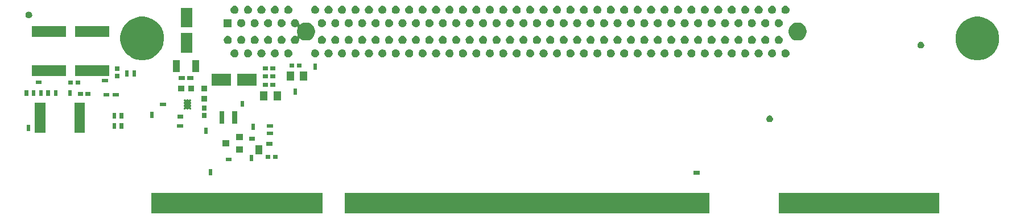
<source format=gbr>
G04 #@! TF.GenerationSoftware,KiCad,Pcbnew,(5.1.5)-3*
G04 #@! TF.CreationDate,2022-01-27T06:12:11+01:00*
G04 #@! TF.ProjectId,Riser Tioga Pass 1OU 1xPCIe x16,52697365-7220-4546-996f-676120506173,rev?*
G04 #@! TF.SameCoordinates,PX40f1fa0PY623a7c0*
G04 #@! TF.FileFunction,Soldermask,Top*
G04 #@! TF.FilePolarity,Negative*
%FSLAX46Y46*%
G04 Gerber Fmt 4.6, Leading zero omitted, Abs format (unit mm)*
G04 Created by KiCad (PCBNEW (5.1.5)-3) date 2022-01-27 06:12:11*
%MOMM*%
%LPD*%
G04 APERTURE LIST*
%ADD10C,0.100000*%
G04 APERTURE END LIST*
D10*
G36*
X26821000Y-26131000D02*
G01*
X1369000Y-26131000D01*
X1369000Y-23029000D01*
X26821000Y-23029000D01*
X26821000Y-26131000D01*
G37*
G36*
X84421000Y-26131000D02*
G01*
X30169000Y-26131000D01*
X30169000Y-23029000D01*
X84421000Y-23029000D01*
X84421000Y-26131000D01*
G37*
G36*
X118621000Y-26131000D02*
G01*
X94769000Y-26131000D01*
X94769000Y-23029000D01*
X118621000Y-23029000D01*
X118621000Y-26131000D01*
G37*
G36*
X10441000Y-20451000D02*
G01*
X9909000Y-20451000D01*
X9909000Y-19549000D01*
X10441000Y-19549000D01*
X10441000Y-20451000D01*
G37*
G36*
X83001000Y-20316000D02*
G01*
X82099000Y-20316000D01*
X82099000Y-19784000D01*
X83001000Y-19784000D01*
X83001000Y-20316000D01*
G37*
G36*
X16541000Y-18326000D02*
G01*
X16009000Y-18326000D01*
X16009000Y-17424000D01*
X16541000Y-17424000D01*
X16541000Y-18326000D01*
G37*
G36*
X13351000Y-18316000D02*
G01*
X12449000Y-18316000D01*
X12449000Y-17784000D01*
X13351000Y-17784000D01*
X13351000Y-18316000D01*
G37*
G36*
X20201000Y-18001000D02*
G01*
X19499000Y-18001000D01*
X19499000Y-17399000D01*
X20201000Y-17399000D01*
X20201000Y-18001000D01*
G37*
G36*
X19101000Y-18001000D02*
G01*
X18399000Y-18001000D01*
X18399000Y-17399000D01*
X19101000Y-17399000D01*
X19101000Y-18001000D01*
G37*
G36*
X17926000Y-17326000D02*
G01*
X16874000Y-17326000D01*
X16874000Y-15974000D01*
X17926000Y-15974000D01*
X17926000Y-17326000D01*
G37*
G36*
X15001000Y-17051000D02*
G01*
X13999000Y-17051000D01*
X13999000Y-16149000D01*
X15001000Y-16149000D01*
X15001000Y-17051000D01*
G37*
G36*
X13001000Y-16101000D02*
G01*
X11999000Y-16101000D01*
X11999000Y-15199000D01*
X13001000Y-15199000D01*
X13001000Y-16101000D01*
G37*
G36*
X19401000Y-16016000D02*
G01*
X18499000Y-16016000D01*
X18499000Y-15484000D01*
X19401000Y-15484000D01*
X19401000Y-16016000D01*
G37*
G36*
X16801000Y-15241000D02*
G01*
X15899000Y-15241000D01*
X15899000Y-14709000D01*
X16801000Y-14709000D01*
X16801000Y-15241000D01*
G37*
G36*
X15001000Y-15151000D02*
G01*
X13999000Y-15151000D01*
X13999000Y-14249000D01*
X15001000Y-14249000D01*
X15001000Y-15151000D01*
G37*
G36*
X19476000Y-14466000D02*
G01*
X18574000Y-14466000D01*
X18574000Y-13934000D01*
X19476000Y-13934000D01*
X19476000Y-14466000D01*
G37*
G36*
X9791000Y-14226000D02*
G01*
X9259000Y-14226000D01*
X9259000Y-13324000D01*
X9791000Y-13324000D01*
X9791000Y-14226000D01*
G37*
G36*
X-14399000Y-14051000D02*
G01*
X-15951000Y-14051000D01*
X-15951000Y-9599000D01*
X-14399000Y-9599000D01*
X-14399000Y-14051000D01*
G37*
G36*
X-8499000Y-14051000D02*
G01*
X-10051000Y-14051000D01*
X-10051000Y-9599000D01*
X-8499000Y-9599000D01*
X-8499000Y-14051000D01*
G37*
G36*
X-16659000Y-13836000D02*
G01*
X-17191000Y-13836000D01*
X-17191000Y-12934000D01*
X-16659000Y-12934000D01*
X-16659000Y-13836000D01*
G37*
G36*
X16791000Y-13626000D02*
G01*
X16259000Y-13626000D01*
X16259000Y-12724000D01*
X16791000Y-12724000D01*
X16791000Y-13626000D01*
G37*
G36*
X-2809000Y-13526000D02*
G01*
X-3341000Y-13526000D01*
X-3341000Y-12624000D01*
X-2809000Y-12624000D01*
X-2809000Y-13526000D01*
G37*
G36*
X-3884000Y-13526000D02*
G01*
X-4416000Y-13526000D01*
X-4416000Y-12624000D01*
X-3884000Y-12624000D01*
X-3884000Y-13526000D01*
G37*
G36*
X19476000Y-13366000D02*
G01*
X18574000Y-13366000D01*
X18574000Y-12834000D01*
X19476000Y-12834000D01*
X19476000Y-13366000D01*
G37*
G36*
X6076000Y-13341000D02*
G01*
X5174000Y-13341000D01*
X5174000Y-12809000D01*
X6076000Y-12809000D01*
X6076000Y-13341000D01*
G37*
G36*
X12251000Y-12701000D02*
G01*
X11499000Y-12701000D01*
X11499000Y-10899000D01*
X12251000Y-10899000D01*
X12251000Y-12701000D01*
G37*
G36*
X14151000Y-12701000D02*
G01*
X13399000Y-12701000D01*
X13399000Y-10899000D01*
X14151000Y-10899000D01*
X14151000Y-12701000D01*
G37*
G36*
X93545843Y-11519214D02*
G01*
X93636837Y-11556905D01*
X93636839Y-11556906D01*
X93678063Y-11584451D01*
X93718730Y-11611624D01*
X93788376Y-11681270D01*
X93843095Y-11763163D01*
X93880786Y-11854157D01*
X93900000Y-11950753D01*
X93900000Y-12049247D01*
X93880786Y-12145843D01*
X93843095Y-12236837D01*
X93843094Y-12236839D01*
X93788375Y-12318731D01*
X93718731Y-12388375D01*
X93636839Y-12443094D01*
X93636838Y-12443095D01*
X93636837Y-12443095D01*
X93545843Y-12480786D01*
X93449247Y-12500000D01*
X93350753Y-12500000D01*
X93254157Y-12480786D01*
X93163163Y-12443095D01*
X93163162Y-12443095D01*
X93163161Y-12443094D01*
X93081269Y-12388375D01*
X93011625Y-12318731D01*
X92956906Y-12236839D01*
X92956905Y-12236837D01*
X92919214Y-12145843D01*
X92900000Y-12049247D01*
X92900000Y-11950753D01*
X92919214Y-11854157D01*
X92956905Y-11763163D01*
X93011624Y-11681270D01*
X93081270Y-11611624D01*
X93121937Y-11584451D01*
X93163161Y-11556906D01*
X93163163Y-11556905D01*
X93254157Y-11519214D01*
X93350753Y-11500000D01*
X93449247Y-11500000D01*
X93545843Y-11519214D01*
G37*
G36*
X-2809000Y-12001000D02*
G01*
X-3341000Y-12001000D01*
X-3341000Y-11099000D01*
X-2809000Y-11099000D01*
X-2809000Y-12001000D01*
G37*
G36*
X-3884000Y-12001000D02*
G01*
X-4416000Y-12001000D01*
X-4416000Y-11099000D01*
X-3884000Y-11099000D01*
X-3884000Y-12001000D01*
G37*
G36*
X6151000Y-11941000D02*
G01*
X5249000Y-11941000D01*
X5249000Y-11409000D01*
X6151000Y-11409000D01*
X6151000Y-11941000D01*
G37*
G36*
X1741000Y-11901000D02*
G01*
X1209000Y-11901000D01*
X1209000Y-10999000D01*
X1741000Y-10999000D01*
X1741000Y-11901000D01*
G37*
G36*
X9551000Y-11851000D02*
G01*
X8949000Y-11851000D01*
X8949000Y-11149000D01*
X9551000Y-11149000D01*
X9551000Y-11851000D01*
G37*
G36*
X9551000Y-10751000D02*
G01*
X8949000Y-10751000D01*
X8949000Y-10049000D01*
X9551000Y-10049000D01*
X9551000Y-10751000D01*
G37*
G36*
X6397691Y-9092783D02*
G01*
X6427447Y-9105108D01*
X6454042Y-9122879D01*
X6454225Y-9123001D01*
X6461618Y-9130394D01*
X6480554Y-9145934D01*
X6502165Y-9157485D01*
X6525614Y-9164598D01*
X6550000Y-9167000D01*
X6574386Y-9164598D01*
X6597835Y-9157485D01*
X6619446Y-9145934D01*
X6638382Y-9130394D01*
X6645775Y-9123001D01*
X6645958Y-9122879D01*
X6672553Y-9105108D01*
X6702309Y-9092783D01*
X6733897Y-9086500D01*
X6766103Y-9086500D01*
X6797691Y-9092783D01*
X6827447Y-9105108D01*
X6854042Y-9122879D01*
X6854225Y-9123001D01*
X6861618Y-9130394D01*
X6880554Y-9145934D01*
X6902165Y-9157485D01*
X6925614Y-9164598D01*
X6950000Y-9167000D01*
X6974386Y-9164598D01*
X6997835Y-9157485D01*
X7019446Y-9145934D01*
X7038382Y-9130394D01*
X7045775Y-9123001D01*
X7045958Y-9122879D01*
X7072553Y-9105108D01*
X7102309Y-9092783D01*
X7133897Y-9086500D01*
X7166103Y-9086500D01*
X7197691Y-9092783D01*
X7227447Y-9105108D01*
X7254042Y-9122879D01*
X7254225Y-9123001D01*
X7276999Y-9145775D01*
X7277001Y-9145778D01*
X7294892Y-9172553D01*
X7307217Y-9202309D01*
X7313500Y-9233897D01*
X7313500Y-9266103D01*
X7307217Y-9297691D01*
X7294892Y-9327447D01*
X7277121Y-9354042D01*
X7276999Y-9354225D01*
X7269606Y-9361618D01*
X7254066Y-9380554D01*
X7242515Y-9402165D01*
X7235402Y-9425614D01*
X7233000Y-9450000D01*
X7235402Y-9474386D01*
X7242515Y-9497835D01*
X7254066Y-9519446D01*
X7269606Y-9538382D01*
X7276999Y-9545775D01*
X7277001Y-9545778D01*
X7294892Y-9572553D01*
X7307217Y-9602309D01*
X7313500Y-9633897D01*
X7313500Y-9666103D01*
X7307217Y-9697691D01*
X7294892Y-9727447D01*
X7277121Y-9754042D01*
X7276999Y-9754225D01*
X7269606Y-9761618D01*
X7254066Y-9780554D01*
X7242515Y-9802165D01*
X7235402Y-9825614D01*
X7233000Y-9850000D01*
X7235402Y-9874386D01*
X7242515Y-9897835D01*
X7254066Y-9919446D01*
X7269606Y-9938382D01*
X7276999Y-9945775D01*
X7277001Y-9945778D01*
X7294892Y-9972553D01*
X7307217Y-10002309D01*
X7313500Y-10033897D01*
X7313500Y-10066103D01*
X7307217Y-10097691D01*
X7294892Y-10127447D01*
X7285836Y-10141000D01*
X7276999Y-10154225D01*
X7269606Y-10161618D01*
X7254066Y-10180554D01*
X7242515Y-10202165D01*
X7235402Y-10225614D01*
X7233000Y-10250000D01*
X7235402Y-10274386D01*
X7242515Y-10297835D01*
X7254066Y-10319446D01*
X7269606Y-10338382D01*
X7276999Y-10345775D01*
X7277001Y-10345778D01*
X7294892Y-10372553D01*
X7307217Y-10402309D01*
X7313500Y-10433897D01*
X7313500Y-10466103D01*
X7307217Y-10497691D01*
X7294892Y-10527447D01*
X7277121Y-10554042D01*
X7276999Y-10554225D01*
X7254225Y-10576999D01*
X7254222Y-10577001D01*
X7227447Y-10594892D01*
X7197691Y-10607217D01*
X7166103Y-10613500D01*
X7133897Y-10613500D01*
X7102309Y-10607217D01*
X7072553Y-10594892D01*
X7045778Y-10577001D01*
X7045775Y-10576999D01*
X7038382Y-10569606D01*
X7019446Y-10554066D01*
X6997835Y-10542515D01*
X6974386Y-10535402D01*
X6950000Y-10533000D01*
X6925614Y-10535402D01*
X6902165Y-10542515D01*
X6880554Y-10554066D01*
X6861618Y-10569606D01*
X6854225Y-10576999D01*
X6854222Y-10577001D01*
X6827447Y-10594892D01*
X6797691Y-10607217D01*
X6766103Y-10613500D01*
X6733897Y-10613500D01*
X6702309Y-10607217D01*
X6672553Y-10594892D01*
X6645778Y-10577001D01*
X6645775Y-10576999D01*
X6638382Y-10569606D01*
X6619446Y-10554066D01*
X6597835Y-10542515D01*
X6574386Y-10535402D01*
X6550000Y-10533000D01*
X6525614Y-10535402D01*
X6502165Y-10542515D01*
X6480554Y-10554066D01*
X6461618Y-10569606D01*
X6454225Y-10576999D01*
X6454222Y-10577001D01*
X6427447Y-10594892D01*
X6397691Y-10607217D01*
X6366103Y-10613500D01*
X6333897Y-10613500D01*
X6302309Y-10607217D01*
X6272553Y-10594892D01*
X6245778Y-10577001D01*
X6245775Y-10576999D01*
X6223001Y-10554225D01*
X6222879Y-10554042D01*
X6205108Y-10527447D01*
X6192783Y-10497691D01*
X6186500Y-10466103D01*
X6186500Y-10433897D01*
X6192783Y-10402309D01*
X6205108Y-10372553D01*
X6222999Y-10345778D01*
X6223001Y-10345775D01*
X6230394Y-10338382D01*
X6245934Y-10319446D01*
X6257485Y-10297835D01*
X6264598Y-10274386D01*
X6267000Y-10250000D01*
X6264598Y-10225614D01*
X6257485Y-10202165D01*
X6245934Y-10180554D01*
X6230394Y-10161618D01*
X6223001Y-10154225D01*
X6214164Y-10141000D01*
X6205108Y-10127447D01*
X6192783Y-10097691D01*
X6186500Y-10066103D01*
X6186500Y-10033897D01*
X6192783Y-10002309D01*
X6205108Y-9972553D01*
X6222999Y-9945778D01*
X6223001Y-9945775D01*
X6230394Y-9938382D01*
X6245934Y-9919446D01*
X6257485Y-9897835D01*
X6264598Y-9874386D01*
X6267000Y-9850000D01*
X6264598Y-9825614D01*
X6257485Y-9802165D01*
X6245934Y-9780554D01*
X6230394Y-9761618D01*
X6223001Y-9754225D01*
X6222879Y-9754042D01*
X6205108Y-9727447D01*
X6192783Y-9697691D01*
X6186500Y-9666103D01*
X6186500Y-9633897D01*
X6192783Y-9602309D01*
X6205108Y-9572553D01*
X6222999Y-9545778D01*
X6223001Y-9545775D01*
X6230394Y-9538382D01*
X6245934Y-9519446D01*
X6257485Y-9497835D01*
X6264598Y-9474386D01*
X6267000Y-9450000D01*
X6264598Y-9425614D01*
X6257485Y-9402165D01*
X6245934Y-9380554D01*
X6230394Y-9361618D01*
X6223001Y-9354225D01*
X6222879Y-9354042D01*
X6205108Y-9327447D01*
X6192783Y-9297691D01*
X6186500Y-9266103D01*
X6186500Y-9233897D01*
X6192783Y-9202309D01*
X6205108Y-9172553D01*
X6222999Y-9145778D01*
X6223001Y-9145775D01*
X6245775Y-9123001D01*
X6245958Y-9122879D01*
X6272553Y-9105108D01*
X6302309Y-9092783D01*
X6333897Y-9086500D01*
X6366103Y-9086500D01*
X6397691Y-9092783D01*
G37*
G36*
X15191000Y-10226000D02*
G01*
X14659000Y-10226000D01*
X14659000Y-9324000D01*
X15191000Y-9324000D01*
X15191000Y-10226000D01*
G37*
G36*
X3551000Y-10141000D02*
G01*
X2649000Y-10141000D01*
X2649000Y-9609000D01*
X3551000Y-9609000D01*
X3551000Y-10141000D01*
G37*
G36*
X9676000Y-9451000D02*
G01*
X8824000Y-9451000D01*
X8824000Y-8549000D01*
X9676000Y-8549000D01*
X9676000Y-9451000D01*
G37*
G36*
X20651000Y-9276000D02*
G01*
X19549000Y-9276000D01*
X19549000Y-7924000D01*
X20651000Y-7924000D01*
X20651000Y-9276000D01*
G37*
G36*
X18651000Y-9276000D02*
G01*
X17549000Y-9276000D01*
X17549000Y-7924000D01*
X18651000Y-7924000D01*
X18651000Y-9276000D01*
G37*
G36*
X-3449000Y-8666000D02*
G01*
X-4351000Y-8666000D01*
X-4351000Y-8134000D01*
X-3449000Y-8134000D01*
X-3449000Y-8666000D01*
G37*
G36*
X-4849000Y-8666000D02*
G01*
X-5751000Y-8666000D01*
X-5751000Y-8134000D01*
X-4849000Y-8134000D01*
X-4849000Y-8666000D01*
G37*
G36*
X-7724000Y-8601000D02*
G01*
X-8426000Y-8601000D01*
X-8426000Y-7999000D01*
X-7724000Y-7999000D01*
X-7724000Y-8601000D01*
G37*
G36*
X-13734000Y-8601000D02*
G01*
X-14266000Y-8601000D01*
X-14266000Y-7699000D01*
X-13734000Y-7699000D01*
X-13734000Y-8601000D01*
G37*
G36*
X-12609000Y-8601000D02*
G01*
X-13141000Y-8601000D01*
X-13141000Y-7699000D01*
X-12609000Y-7699000D01*
X-12609000Y-8601000D01*
G37*
G36*
X-14809000Y-8601000D02*
G01*
X-15341000Y-8601000D01*
X-15341000Y-7699000D01*
X-14809000Y-7699000D01*
X-14809000Y-8601000D01*
G37*
G36*
X-15884000Y-8601000D02*
G01*
X-16416000Y-8601000D01*
X-16416000Y-7699000D01*
X-15884000Y-7699000D01*
X-15884000Y-8601000D01*
G37*
G36*
X-16934000Y-8601000D02*
G01*
X-17466000Y-8601000D01*
X-17466000Y-7699000D01*
X-16934000Y-7699000D01*
X-16934000Y-8601000D01*
G37*
G36*
X-8824000Y-8601000D02*
G01*
X-9526000Y-8601000D01*
X-9526000Y-7999000D01*
X-8824000Y-7999000D01*
X-8824000Y-8601000D01*
G37*
G36*
X-10459000Y-8601000D02*
G01*
X-10991000Y-8601000D01*
X-10991000Y-7699000D01*
X-10459000Y-7699000D01*
X-10459000Y-8601000D01*
G37*
G36*
X23041000Y-8401000D02*
G01*
X22509000Y-8401000D01*
X22509000Y-7499000D01*
X23041000Y-7499000D01*
X23041000Y-8401000D01*
G37*
G36*
X9676000Y-7951000D02*
G01*
X8824000Y-7951000D01*
X8824000Y-7049000D01*
X9676000Y-7049000D01*
X9676000Y-7951000D01*
G37*
G36*
X6251000Y-7926000D02*
G01*
X5349000Y-7926000D01*
X5349000Y-7074000D01*
X6251000Y-7074000D01*
X6251000Y-7926000D01*
G37*
G36*
X7751000Y-7926000D02*
G01*
X6849000Y-7926000D01*
X6849000Y-7074000D01*
X7751000Y-7074000D01*
X7751000Y-7926000D01*
G37*
G36*
X19801000Y-7201000D02*
G01*
X19099000Y-7201000D01*
X19099000Y-6599000D01*
X19801000Y-6599000D01*
X19801000Y-7201000D01*
G37*
G36*
X18701000Y-7201000D02*
G01*
X17999000Y-7201000D01*
X17999000Y-6599000D01*
X18701000Y-6599000D01*
X18701000Y-7201000D01*
G37*
G36*
X17051000Y-7026000D02*
G01*
X14149000Y-7026000D01*
X14149000Y-5324000D01*
X17051000Y-5324000D01*
X17051000Y-7026000D01*
G37*
G36*
X13251000Y-7026000D02*
G01*
X10349000Y-7026000D01*
X10349000Y-5324000D01*
X13251000Y-5324000D01*
X13251000Y-7026000D01*
G37*
G36*
X-9199000Y-6901000D02*
G01*
X-9901000Y-6901000D01*
X-9901000Y-6299000D01*
X-9199000Y-6299000D01*
X-9199000Y-6901000D01*
G37*
G36*
X-10299000Y-6901000D02*
G01*
X-11001000Y-6901000D01*
X-11001000Y-6299000D01*
X-10299000Y-6299000D01*
X-10299000Y-6901000D01*
G37*
G36*
X-14924000Y-6816000D02*
G01*
X-15826000Y-6816000D01*
X-15826000Y-6284000D01*
X-14924000Y-6284000D01*
X-14924000Y-6816000D01*
G37*
G36*
X-5049000Y-6591000D02*
G01*
X-5951000Y-6591000D01*
X-5951000Y-6059000D01*
X-5049000Y-6059000D01*
X-5049000Y-6591000D01*
G37*
G36*
X24601000Y-6301000D02*
G01*
X23499000Y-6301000D01*
X23499000Y-4949000D01*
X24601000Y-4949000D01*
X24601000Y-6301000D01*
G37*
G36*
X22601000Y-6301000D02*
G01*
X21499000Y-6301000D01*
X21499000Y-4949000D01*
X22601000Y-4949000D01*
X22601000Y-6301000D01*
G37*
G36*
X6376000Y-6191000D02*
G01*
X5474000Y-6191000D01*
X5474000Y-5659000D01*
X6376000Y-5659000D01*
X6376000Y-6191000D01*
G37*
G36*
X7626000Y-6191000D02*
G01*
X6724000Y-6191000D01*
X6724000Y-5659000D01*
X7626000Y-5659000D01*
X7626000Y-6191000D01*
G37*
G36*
X18701000Y-6001000D02*
G01*
X17999000Y-6001000D01*
X17999000Y-5399000D01*
X18701000Y-5399000D01*
X18701000Y-6001000D01*
G37*
G36*
X19801000Y-6001000D02*
G01*
X19099000Y-6001000D01*
X19099000Y-5399000D01*
X19801000Y-5399000D01*
X19801000Y-6001000D01*
G37*
G36*
X-3399000Y-5951000D02*
G01*
X-4001000Y-5951000D01*
X-4001000Y-5249000D01*
X-3399000Y-5249000D01*
X-3399000Y-5951000D01*
G37*
G36*
X-909000Y-5676000D02*
G01*
X-1441000Y-5676000D01*
X-1441000Y-4774000D01*
X-909000Y-4774000D01*
X-909000Y-5676000D01*
G37*
G36*
X-1984000Y-5666000D02*
G01*
X-2516000Y-5666000D01*
X-2516000Y-4764000D01*
X-1984000Y-4764000D01*
X-1984000Y-5666000D01*
G37*
G36*
X-4849000Y-5651000D02*
G01*
X-9951000Y-5651000D01*
X-9951000Y-4049000D01*
X-4849000Y-4049000D01*
X-4849000Y-5651000D01*
G37*
G36*
X-11299000Y-5651000D02*
G01*
X-16401000Y-5651000D01*
X-16401000Y-4049000D01*
X-11299000Y-4049000D01*
X-11299000Y-5651000D01*
G37*
G36*
X8501000Y-5051000D02*
G01*
X7499000Y-5051000D01*
X7499000Y-3249000D01*
X8501000Y-3249000D01*
X8501000Y-5051000D01*
G37*
G36*
X5601000Y-5051000D02*
G01*
X4599000Y-5051000D01*
X4599000Y-3249000D01*
X5601000Y-3249000D01*
X5601000Y-5051000D01*
G37*
G36*
X-3399000Y-4851000D02*
G01*
X-4001000Y-4851000D01*
X-4001000Y-4149000D01*
X-3399000Y-4149000D01*
X-3399000Y-4851000D01*
G37*
G36*
X18701000Y-4801000D02*
G01*
X17999000Y-4801000D01*
X17999000Y-4199000D01*
X18701000Y-4199000D01*
X18701000Y-4801000D01*
G37*
G36*
X19801000Y-4801000D02*
G01*
X19099000Y-4801000D01*
X19099000Y-4199000D01*
X19801000Y-4199000D01*
X19801000Y-4801000D01*
G37*
G36*
X26016000Y-4701000D02*
G01*
X25484000Y-4701000D01*
X25484000Y-3799000D01*
X26016000Y-3799000D01*
X26016000Y-4701000D01*
G37*
G36*
X22651000Y-4351000D02*
G01*
X21949000Y-4351000D01*
X21949000Y-3749000D01*
X22651000Y-3749000D01*
X22651000Y-4351000D01*
G37*
G36*
X23751000Y-4351000D02*
G01*
X23049000Y-4351000D01*
X23049000Y-3749000D01*
X23751000Y-3749000D01*
X23751000Y-4351000D01*
G37*
G36*
X124875206Y3181270D02*
G01*
X125253282Y3106066D01*
X125844926Y2860999D01*
X126245073Y2593629D01*
X126377391Y2505217D01*
X126830217Y2052391D01*
X126875032Y1985320D01*
X127185999Y1519926D01*
X127422782Y948281D01*
X127431066Y928281D01*
X127556000Y300197D01*
X127556000Y-340197D01*
X127524213Y-500000D01*
X127431066Y-968282D01*
X127185999Y-1559926D01*
X126901083Y-1986332D01*
X126843581Y-2072391D01*
X126830216Y-2092392D01*
X126377392Y-2545216D01*
X125844926Y-2900999D01*
X125253282Y-3146066D01*
X124939239Y-3208533D01*
X124625197Y-3271000D01*
X123984803Y-3271000D01*
X123670761Y-3208533D01*
X123356718Y-3146066D01*
X122765074Y-2900999D01*
X122232608Y-2545216D01*
X121779784Y-2092392D01*
X121766420Y-2072391D01*
X121708917Y-1986332D01*
X121424001Y-1559926D01*
X121178934Y-968282D01*
X121085787Y-500000D01*
X121054000Y-340197D01*
X121054000Y300197D01*
X121178934Y928281D01*
X121187218Y948281D01*
X121424001Y1519926D01*
X121734968Y1985320D01*
X121779783Y2052391D01*
X122232609Y2505217D01*
X122364927Y2593629D01*
X122765074Y2860999D01*
X123356718Y3106066D01*
X123734794Y3181270D01*
X123984803Y3231000D01*
X124625197Y3231000D01*
X124875206Y3181270D01*
G37*
G36*
X634239Y3188533D02*
G01*
X948282Y3126066D01*
X1539926Y2880999D01*
X1829523Y2687496D01*
X2072391Y2525217D01*
X2525217Y2072391D01*
X2538843Y2051998D01*
X2880999Y1539926D01*
X3041243Y1153062D01*
X3126066Y948281D01*
X3251000Y320197D01*
X3251000Y-320197D01*
X3193031Y-611624D01*
X3126066Y-948282D01*
X2880999Y-1539926D01*
X2675895Y-1846885D01*
X2525217Y-2072391D01*
X2072391Y-2525217D01*
X1966477Y-2595986D01*
X1539926Y-2880999D01*
X948282Y-3126066D01*
X634239Y-3188533D01*
X320197Y-3251000D01*
X-320197Y-3251000D01*
X-634239Y-3188533D01*
X-948282Y-3126066D01*
X-1539926Y-2880999D01*
X-1966477Y-2595986D01*
X-2072391Y-2525217D01*
X-2525217Y-2072391D01*
X-2675895Y-1846885D01*
X-2880999Y-1539926D01*
X-3126066Y-948282D01*
X-3193031Y-611624D01*
X-3251000Y-320197D01*
X-3251000Y320197D01*
X-3126066Y948281D01*
X-3041243Y1153062D01*
X-2880999Y1539926D01*
X-2538843Y2051998D01*
X-2525217Y2072391D01*
X-2072391Y2525217D01*
X-1829523Y2687496D01*
X-1539926Y2880999D01*
X-948282Y3126066D01*
X-634239Y3188533D01*
X-320197Y3251000D01*
X320197Y3251000D01*
X634239Y3188533D01*
G37*
G36*
X51891601Y-1644397D02*
G01*
X51930305Y-1652096D01*
X51962340Y-1665365D01*
X52039680Y-1697400D01*
X52138115Y-1763173D01*
X52221827Y-1846885D01*
X52287600Y-1945320D01*
X52332904Y-2054696D01*
X52356000Y-2170805D01*
X52356000Y-2289195D01*
X52332904Y-2405304D01*
X52287600Y-2514680D01*
X52221827Y-2613115D01*
X52138115Y-2696827D01*
X52039680Y-2762600D01*
X51962340Y-2794635D01*
X51930305Y-2807904D01*
X51891601Y-2815603D01*
X51814195Y-2831000D01*
X51695805Y-2831000D01*
X51618399Y-2815603D01*
X51579695Y-2807904D01*
X51547660Y-2794635D01*
X51470320Y-2762600D01*
X51371885Y-2696827D01*
X51288173Y-2613115D01*
X51222400Y-2514680D01*
X51177096Y-2405304D01*
X51154000Y-2289195D01*
X51154000Y-2170805D01*
X51177096Y-2054696D01*
X51222400Y-1945320D01*
X51288173Y-1846885D01*
X51371885Y-1763173D01*
X51470320Y-1697400D01*
X51547660Y-1665365D01*
X51579695Y-1652096D01*
X51618399Y-1644397D01*
X51695805Y-1629000D01*
X51814195Y-1629000D01*
X51891601Y-1644397D01*
G37*
G36*
X29891601Y-1644397D02*
G01*
X29930305Y-1652096D01*
X29962340Y-1665365D01*
X30039680Y-1697400D01*
X30138115Y-1763173D01*
X30221827Y-1846885D01*
X30287600Y-1945320D01*
X30332904Y-2054696D01*
X30356000Y-2170805D01*
X30356000Y-2289195D01*
X30332904Y-2405304D01*
X30287600Y-2514680D01*
X30221827Y-2613115D01*
X30138115Y-2696827D01*
X30039680Y-2762600D01*
X29962340Y-2794635D01*
X29930305Y-2807904D01*
X29891601Y-2815603D01*
X29814195Y-2831000D01*
X29695805Y-2831000D01*
X29618399Y-2815603D01*
X29579695Y-2807904D01*
X29547660Y-2794635D01*
X29470320Y-2762600D01*
X29371885Y-2696827D01*
X29288173Y-2613115D01*
X29222400Y-2514680D01*
X29177096Y-2405304D01*
X29154000Y-2289195D01*
X29154000Y-2170805D01*
X29177096Y-2054696D01*
X29222400Y-1945320D01*
X29288173Y-1846885D01*
X29371885Y-1763173D01*
X29470320Y-1697400D01*
X29547660Y-1665365D01*
X29579695Y-1652096D01*
X29618399Y-1644397D01*
X29695805Y-1629000D01*
X29814195Y-1629000D01*
X29891601Y-1644397D01*
G37*
G36*
X49891601Y-1644397D02*
G01*
X49930305Y-1652096D01*
X49962340Y-1665365D01*
X50039680Y-1697400D01*
X50138115Y-1763173D01*
X50221827Y-1846885D01*
X50287600Y-1945320D01*
X50332904Y-2054696D01*
X50356000Y-2170805D01*
X50356000Y-2289195D01*
X50332904Y-2405304D01*
X50287600Y-2514680D01*
X50221827Y-2613115D01*
X50138115Y-2696827D01*
X50039680Y-2762600D01*
X49962340Y-2794635D01*
X49930305Y-2807904D01*
X49891601Y-2815603D01*
X49814195Y-2831000D01*
X49695805Y-2831000D01*
X49618399Y-2815603D01*
X49579695Y-2807904D01*
X49547660Y-2794635D01*
X49470320Y-2762600D01*
X49371885Y-2696827D01*
X49288173Y-2613115D01*
X49222400Y-2514680D01*
X49177096Y-2405304D01*
X49154000Y-2289195D01*
X49154000Y-2170805D01*
X49177096Y-2054696D01*
X49222400Y-1945320D01*
X49288173Y-1846885D01*
X49371885Y-1763173D01*
X49470320Y-1697400D01*
X49547660Y-1665365D01*
X49579695Y-1652096D01*
X49618399Y-1644397D01*
X49695805Y-1629000D01*
X49814195Y-1629000D01*
X49891601Y-1644397D01*
G37*
G36*
X39891601Y-1644397D02*
G01*
X39930305Y-1652096D01*
X39962340Y-1665365D01*
X40039680Y-1697400D01*
X40138115Y-1763173D01*
X40221827Y-1846885D01*
X40287600Y-1945320D01*
X40332904Y-2054696D01*
X40356000Y-2170805D01*
X40356000Y-2289195D01*
X40332904Y-2405304D01*
X40287600Y-2514680D01*
X40221827Y-2613115D01*
X40138115Y-2696827D01*
X40039680Y-2762600D01*
X39962340Y-2794635D01*
X39930305Y-2807904D01*
X39891601Y-2815603D01*
X39814195Y-2831000D01*
X39695805Y-2831000D01*
X39618399Y-2815603D01*
X39579695Y-2807904D01*
X39547660Y-2794635D01*
X39470320Y-2762600D01*
X39371885Y-2696827D01*
X39288173Y-2613115D01*
X39222400Y-2514680D01*
X39177096Y-2405304D01*
X39154000Y-2289195D01*
X39154000Y-2170805D01*
X39177096Y-2054696D01*
X39222400Y-1945320D01*
X39288173Y-1846885D01*
X39371885Y-1763173D01*
X39470320Y-1697400D01*
X39547660Y-1665365D01*
X39579695Y-1652096D01*
X39618399Y-1644397D01*
X39695805Y-1629000D01*
X39814195Y-1629000D01*
X39891601Y-1644397D01*
G37*
G36*
X21891601Y-1644397D02*
G01*
X21930305Y-1652096D01*
X21962340Y-1665365D01*
X22039680Y-1697400D01*
X22138115Y-1763173D01*
X22221827Y-1846885D01*
X22287600Y-1945320D01*
X22332904Y-2054696D01*
X22356000Y-2170805D01*
X22356000Y-2289195D01*
X22332904Y-2405304D01*
X22287600Y-2514680D01*
X22221827Y-2613115D01*
X22138115Y-2696827D01*
X22039680Y-2762600D01*
X21962340Y-2794635D01*
X21930305Y-2807904D01*
X21891601Y-2815603D01*
X21814195Y-2831000D01*
X21695805Y-2831000D01*
X21618399Y-2815603D01*
X21579695Y-2807904D01*
X21547660Y-2794635D01*
X21470320Y-2762600D01*
X21371885Y-2696827D01*
X21288173Y-2613115D01*
X21222400Y-2514680D01*
X21177096Y-2405304D01*
X21154000Y-2289195D01*
X21154000Y-2170805D01*
X21177096Y-2054696D01*
X21222400Y-1945320D01*
X21288173Y-1846885D01*
X21371885Y-1763173D01*
X21470320Y-1697400D01*
X21547660Y-1665365D01*
X21579695Y-1652096D01*
X21618399Y-1644397D01*
X21695805Y-1629000D01*
X21814195Y-1629000D01*
X21891601Y-1644397D01*
G37*
G36*
X25891601Y-1644397D02*
G01*
X25930305Y-1652096D01*
X25962340Y-1665365D01*
X26039680Y-1697400D01*
X26138115Y-1763173D01*
X26221827Y-1846885D01*
X26287600Y-1945320D01*
X26332904Y-2054696D01*
X26356000Y-2170805D01*
X26356000Y-2289195D01*
X26332904Y-2405304D01*
X26287600Y-2514680D01*
X26221827Y-2613115D01*
X26138115Y-2696827D01*
X26039680Y-2762600D01*
X25962340Y-2794635D01*
X25930305Y-2807904D01*
X25891601Y-2815603D01*
X25814195Y-2831000D01*
X25695805Y-2831000D01*
X25618399Y-2815603D01*
X25579695Y-2807904D01*
X25547660Y-2794635D01*
X25470320Y-2762600D01*
X25371885Y-2696827D01*
X25288173Y-2613115D01*
X25222400Y-2514680D01*
X25177096Y-2405304D01*
X25154000Y-2289195D01*
X25154000Y-2170805D01*
X25177096Y-2054696D01*
X25222400Y-1945320D01*
X25288173Y-1846885D01*
X25371885Y-1763173D01*
X25470320Y-1697400D01*
X25547660Y-1665365D01*
X25579695Y-1652096D01*
X25618399Y-1644397D01*
X25695805Y-1629000D01*
X25814195Y-1629000D01*
X25891601Y-1644397D01*
G37*
G36*
X27891601Y-1644397D02*
G01*
X27930305Y-1652096D01*
X27962340Y-1665365D01*
X28039680Y-1697400D01*
X28138115Y-1763173D01*
X28221827Y-1846885D01*
X28287600Y-1945320D01*
X28332904Y-2054696D01*
X28356000Y-2170805D01*
X28356000Y-2289195D01*
X28332904Y-2405304D01*
X28287600Y-2514680D01*
X28221827Y-2613115D01*
X28138115Y-2696827D01*
X28039680Y-2762600D01*
X27962340Y-2794635D01*
X27930305Y-2807904D01*
X27891601Y-2815603D01*
X27814195Y-2831000D01*
X27695805Y-2831000D01*
X27618399Y-2815603D01*
X27579695Y-2807904D01*
X27547660Y-2794635D01*
X27470320Y-2762600D01*
X27371885Y-2696827D01*
X27288173Y-2613115D01*
X27222400Y-2514680D01*
X27177096Y-2405304D01*
X27154000Y-2289195D01*
X27154000Y-2170805D01*
X27177096Y-2054696D01*
X27222400Y-1945320D01*
X27288173Y-1846885D01*
X27371885Y-1763173D01*
X27470320Y-1697400D01*
X27547660Y-1665365D01*
X27579695Y-1652096D01*
X27618399Y-1644397D01*
X27695805Y-1629000D01*
X27814195Y-1629000D01*
X27891601Y-1644397D01*
G37*
G36*
X31891601Y-1644397D02*
G01*
X31930305Y-1652096D01*
X31962340Y-1665365D01*
X32039680Y-1697400D01*
X32138115Y-1763173D01*
X32221827Y-1846885D01*
X32287600Y-1945320D01*
X32332904Y-2054696D01*
X32356000Y-2170805D01*
X32356000Y-2289195D01*
X32332904Y-2405304D01*
X32287600Y-2514680D01*
X32221827Y-2613115D01*
X32138115Y-2696827D01*
X32039680Y-2762600D01*
X31962340Y-2794635D01*
X31930305Y-2807904D01*
X31891601Y-2815603D01*
X31814195Y-2831000D01*
X31695805Y-2831000D01*
X31618399Y-2815603D01*
X31579695Y-2807904D01*
X31547660Y-2794635D01*
X31470320Y-2762600D01*
X31371885Y-2696827D01*
X31288173Y-2613115D01*
X31222400Y-2514680D01*
X31177096Y-2405304D01*
X31154000Y-2289195D01*
X31154000Y-2170805D01*
X31177096Y-2054696D01*
X31222400Y-1945320D01*
X31288173Y-1846885D01*
X31371885Y-1763173D01*
X31470320Y-1697400D01*
X31547660Y-1665365D01*
X31579695Y-1652096D01*
X31618399Y-1644397D01*
X31695805Y-1629000D01*
X31814195Y-1629000D01*
X31891601Y-1644397D01*
G37*
G36*
X33891601Y-1644397D02*
G01*
X33930305Y-1652096D01*
X33962340Y-1665365D01*
X34039680Y-1697400D01*
X34138115Y-1763173D01*
X34221827Y-1846885D01*
X34287600Y-1945320D01*
X34332904Y-2054696D01*
X34356000Y-2170805D01*
X34356000Y-2289195D01*
X34332904Y-2405304D01*
X34287600Y-2514680D01*
X34221827Y-2613115D01*
X34138115Y-2696827D01*
X34039680Y-2762600D01*
X33962340Y-2794635D01*
X33930305Y-2807904D01*
X33891601Y-2815603D01*
X33814195Y-2831000D01*
X33695805Y-2831000D01*
X33618399Y-2815603D01*
X33579695Y-2807904D01*
X33547660Y-2794635D01*
X33470320Y-2762600D01*
X33371885Y-2696827D01*
X33288173Y-2613115D01*
X33222400Y-2514680D01*
X33177096Y-2405304D01*
X33154000Y-2289195D01*
X33154000Y-2170805D01*
X33177096Y-2054696D01*
X33222400Y-1945320D01*
X33288173Y-1846885D01*
X33371885Y-1763173D01*
X33470320Y-1697400D01*
X33547660Y-1665365D01*
X33579695Y-1652096D01*
X33618399Y-1644397D01*
X33695805Y-1629000D01*
X33814195Y-1629000D01*
X33891601Y-1644397D01*
G37*
G36*
X35891601Y-1644397D02*
G01*
X35930305Y-1652096D01*
X35962340Y-1665365D01*
X36039680Y-1697400D01*
X36138115Y-1763173D01*
X36221827Y-1846885D01*
X36287600Y-1945320D01*
X36332904Y-2054696D01*
X36356000Y-2170805D01*
X36356000Y-2289195D01*
X36332904Y-2405304D01*
X36287600Y-2514680D01*
X36221827Y-2613115D01*
X36138115Y-2696827D01*
X36039680Y-2762600D01*
X35962340Y-2794635D01*
X35930305Y-2807904D01*
X35891601Y-2815603D01*
X35814195Y-2831000D01*
X35695805Y-2831000D01*
X35618399Y-2815603D01*
X35579695Y-2807904D01*
X35547660Y-2794635D01*
X35470320Y-2762600D01*
X35371885Y-2696827D01*
X35288173Y-2613115D01*
X35222400Y-2514680D01*
X35177096Y-2405304D01*
X35154000Y-2289195D01*
X35154000Y-2170805D01*
X35177096Y-2054696D01*
X35222400Y-1945320D01*
X35288173Y-1846885D01*
X35371885Y-1763173D01*
X35470320Y-1697400D01*
X35547660Y-1665365D01*
X35579695Y-1652096D01*
X35618399Y-1644397D01*
X35695805Y-1629000D01*
X35814195Y-1629000D01*
X35891601Y-1644397D01*
G37*
G36*
X37891601Y-1644397D02*
G01*
X37930305Y-1652096D01*
X37962340Y-1665365D01*
X38039680Y-1697400D01*
X38138115Y-1763173D01*
X38221827Y-1846885D01*
X38287600Y-1945320D01*
X38332904Y-2054696D01*
X38356000Y-2170805D01*
X38356000Y-2289195D01*
X38332904Y-2405304D01*
X38287600Y-2514680D01*
X38221827Y-2613115D01*
X38138115Y-2696827D01*
X38039680Y-2762600D01*
X37962340Y-2794635D01*
X37930305Y-2807904D01*
X37891601Y-2815603D01*
X37814195Y-2831000D01*
X37695805Y-2831000D01*
X37618399Y-2815603D01*
X37579695Y-2807904D01*
X37547660Y-2794635D01*
X37470320Y-2762600D01*
X37371885Y-2696827D01*
X37288173Y-2613115D01*
X37222400Y-2514680D01*
X37177096Y-2405304D01*
X37154000Y-2289195D01*
X37154000Y-2170805D01*
X37177096Y-2054696D01*
X37222400Y-1945320D01*
X37288173Y-1846885D01*
X37371885Y-1763173D01*
X37470320Y-1697400D01*
X37547660Y-1665365D01*
X37579695Y-1652096D01*
X37618399Y-1644397D01*
X37695805Y-1629000D01*
X37814195Y-1629000D01*
X37891601Y-1644397D01*
G37*
G36*
X13891601Y-1644397D02*
G01*
X13930305Y-1652096D01*
X13962340Y-1665365D01*
X14039680Y-1697400D01*
X14138115Y-1763173D01*
X14221827Y-1846885D01*
X14287600Y-1945320D01*
X14332904Y-2054696D01*
X14356000Y-2170805D01*
X14356000Y-2289195D01*
X14332904Y-2405304D01*
X14287600Y-2514680D01*
X14221827Y-2613115D01*
X14138115Y-2696827D01*
X14039680Y-2762600D01*
X13962340Y-2794635D01*
X13930305Y-2807904D01*
X13891601Y-2815603D01*
X13814195Y-2831000D01*
X13695805Y-2831000D01*
X13618399Y-2815603D01*
X13579695Y-2807904D01*
X13547660Y-2794635D01*
X13470320Y-2762600D01*
X13371885Y-2696827D01*
X13288173Y-2613115D01*
X13222400Y-2514680D01*
X13177096Y-2405304D01*
X13154000Y-2289195D01*
X13154000Y-2170805D01*
X13177096Y-2054696D01*
X13222400Y-1945320D01*
X13288173Y-1846885D01*
X13371885Y-1763173D01*
X13470320Y-1697400D01*
X13547660Y-1665365D01*
X13579695Y-1652096D01*
X13618399Y-1644397D01*
X13695805Y-1629000D01*
X13814195Y-1629000D01*
X13891601Y-1644397D01*
G37*
G36*
X41891601Y-1644397D02*
G01*
X41930305Y-1652096D01*
X41962340Y-1665365D01*
X42039680Y-1697400D01*
X42138115Y-1763173D01*
X42221827Y-1846885D01*
X42287600Y-1945320D01*
X42332904Y-2054696D01*
X42356000Y-2170805D01*
X42356000Y-2289195D01*
X42332904Y-2405304D01*
X42287600Y-2514680D01*
X42221827Y-2613115D01*
X42138115Y-2696827D01*
X42039680Y-2762600D01*
X41962340Y-2794635D01*
X41930305Y-2807904D01*
X41891601Y-2815603D01*
X41814195Y-2831000D01*
X41695805Y-2831000D01*
X41618399Y-2815603D01*
X41579695Y-2807904D01*
X41547660Y-2794635D01*
X41470320Y-2762600D01*
X41371885Y-2696827D01*
X41288173Y-2613115D01*
X41222400Y-2514680D01*
X41177096Y-2405304D01*
X41154000Y-2289195D01*
X41154000Y-2170805D01*
X41177096Y-2054696D01*
X41222400Y-1945320D01*
X41288173Y-1846885D01*
X41371885Y-1763173D01*
X41470320Y-1697400D01*
X41547660Y-1665365D01*
X41579695Y-1652096D01*
X41618399Y-1644397D01*
X41695805Y-1629000D01*
X41814195Y-1629000D01*
X41891601Y-1644397D01*
G37*
G36*
X43891601Y-1644397D02*
G01*
X43930305Y-1652096D01*
X43962340Y-1665365D01*
X44039680Y-1697400D01*
X44138115Y-1763173D01*
X44221827Y-1846885D01*
X44287600Y-1945320D01*
X44332904Y-2054696D01*
X44356000Y-2170805D01*
X44356000Y-2289195D01*
X44332904Y-2405304D01*
X44287600Y-2514680D01*
X44221827Y-2613115D01*
X44138115Y-2696827D01*
X44039680Y-2762600D01*
X43962340Y-2794635D01*
X43930305Y-2807904D01*
X43891601Y-2815603D01*
X43814195Y-2831000D01*
X43695805Y-2831000D01*
X43618399Y-2815603D01*
X43579695Y-2807904D01*
X43547660Y-2794635D01*
X43470320Y-2762600D01*
X43371885Y-2696827D01*
X43288173Y-2613115D01*
X43222400Y-2514680D01*
X43177096Y-2405304D01*
X43154000Y-2289195D01*
X43154000Y-2170805D01*
X43177096Y-2054696D01*
X43222400Y-1945320D01*
X43288173Y-1846885D01*
X43371885Y-1763173D01*
X43470320Y-1697400D01*
X43547660Y-1665365D01*
X43579695Y-1652096D01*
X43618399Y-1644397D01*
X43695805Y-1629000D01*
X43814195Y-1629000D01*
X43891601Y-1644397D01*
G37*
G36*
X95891601Y-1644397D02*
G01*
X95930305Y-1652096D01*
X95962340Y-1665365D01*
X96039680Y-1697400D01*
X96138115Y-1763173D01*
X96221827Y-1846885D01*
X96287600Y-1945320D01*
X96332904Y-2054696D01*
X96356000Y-2170805D01*
X96356000Y-2289195D01*
X96332904Y-2405304D01*
X96287600Y-2514680D01*
X96221827Y-2613115D01*
X96138115Y-2696827D01*
X96039680Y-2762600D01*
X95962340Y-2794635D01*
X95930305Y-2807904D01*
X95891601Y-2815603D01*
X95814195Y-2831000D01*
X95695805Y-2831000D01*
X95618399Y-2815603D01*
X95579695Y-2807904D01*
X95547660Y-2794635D01*
X95470320Y-2762600D01*
X95371885Y-2696827D01*
X95288173Y-2613115D01*
X95222400Y-2514680D01*
X95177096Y-2405304D01*
X95154000Y-2289195D01*
X95154000Y-2170805D01*
X95177096Y-2054696D01*
X95222400Y-1945320D01*
X95288173Y-1846885D01*
X95371885Y-1763173D01*
X95470320Y-1697400D01*
X95547660Y-1665365D01*
X95579695Y-1652096D01*
X95618399Y-1644397D01*
X95695805Y-1629000D01*
X95814195Y-1629000D01*
X95891601Y-1644397D01*
G37*
G36*
X45891601Y-1644397D02*
G01*
X45930305Y-1652096D01*
X45962340Y-1665365D01*
X46039680Y-1697400D01*
X46138115Y-1763173D01*
X46221827Y-1846885D01*
X46287600Y-1945320D01*
X46332904Y-2054696D01*
X46356000Y-2170805D01*
X46356000Y-2289195D01*
X46332904Y-2405304D01*
X46287600Y-2514680D01*
X46221827Y-2613115D01*
X46138115Y-2696827D01*
X46039680Y-2762600D01*
X45962340Y-2794635D01*
X45930305Y-2807904D01*
X45891601Y-2815603D01*
X45814195Y-2831000D01*
X45695805Y-2831000D01*
X45618399Y-2815603D01*
X45579695Y-2807904D01*
X45547660Y-2794635D01*
X45470320Y-2762600D01*
X45371885Y-2696827D01*
X45288173Y-2613115D01*
X45222400Y-2514680D01*
X45177096Y-2405304D01*
X45154000Y-2289195D01*
X45154000Y-2170805D01*
X45177096Y-2054696D01*
X45222400Y-1945320D01*
X45288173Y-1846885D01*
X45371885Y-1763173D01*
X45470320Y-1697400D01*
X45547660Y-1665365D01*
X45579695Y-1652096D01*
X45618399Y-1644397D01*
X45695805Y-1629000D01*
X45814195Y-1629000D01*
X45891601Y-1644397D01*
G37*
G36*
X93891601Y-1644397D02*
G01*
X93930305Y-1652096D01*
X93962340Y-1665365D01*
X94039680Y-1697400D01*
X94138115Y-1763173D01*
X94221827Y-1846885D01*
X94287600Y-1945320D01*
X94332904Y-2054696D01*
X94356000Y-2170805D01*
X94356000Y-2289195D01*
X94332904Y-2405304D01*
X94287600Y-2514680D01*
X94221827Y-2613115D01*
X94138115Y-2696827D01*
X94039680Y-2762600D01*
X93962340Y-2794635D01*
X93930305Y-2807904D01*
X93891601Y-2815603D01*
X93814195Y-2831000D01*
X93695805Y-2831000D01*
X93618399Y-2815603D01*
X93579695Y-2807904D01*
X93547660Y-2794635D01*
X93470320Y-2762600D01*
X93371885Y-2696827D01*
X93288173Y-2613115D01*
X93222400Y-2514680D01*
X93177096Y-2405304D01*
X93154000Y-2289195D01*
X93154000Y-2170805D01*
X93177096Y-2054696D01*
X93222400Y-1945320D01*
X93288173Y-1846885D01*
X93371885Y-1763173D01*
X93470320Y-1697400D01*
X93547660Y-1665365D01*
X93579695Y-1652096D01*
X93618399Y-1644397D01*
X93695805Y-1629000D01*
X93814195Y-1629000D01*
X93891601Y-1644397D01*
G37*
G36*
X91891601Y-1644397D02*
G01*
X91930305Y-1652096D01*
X91962340Y-1665365D01*
X92039680Y-1697400D01*
X92138115Y-1763173D01*
X92221827Y-1846885D01*
X92287600Y-1945320D01*
X92332904Y-2054696D01*
X92356000Y-2170805D01*
X92356000Y-2289195D01*
X92332904Y-2405304D01*
X92287600Y-2514680D01*
X92221827Y-2613115D01*
X92138115Y-2696827D01*
X92039680Y-2762600D01*
X91962340Y-2794635D01*
X91930305Y-2807904D01*
X91891601Y-2815603D01*
X91814195Y-2831000D01*
X91695805Y-2831000D01*
X91618399Y-2815603D01*
X91579695Y-2807904D01*
X91547660Y-2794635D01*
X91470320Y-2762600D01*
X91371885Y-2696827D01*
X91288173Y-2613115D01*
X91222400Y-2514680D01*
X91177096Y-2405304D01*
X91154000Y-2289195D01*
X91154000Y-2170805D01*
X91177096Y-2054696D01*
X91222400Y-1945320D01*
X91288173Y-1846885D01*
X91371885Y-1763173D01*
X91470320Y-1697400D01*
X91547660Y-1665365D01*
X91579695Y-1652096D01*
X91618399Y-1644397D01*
X91695805Y-1629000D01*
X91814195Y-1629000D01*
X91891601Y-1644397D01*
G37*
G36*
X89891601Y-1644397D02*
G01*
X89930305Y-1652096D01*
X89962340Y-1665365D01*
X90039680Y-1697400D01*
X90138115Y-1763173D01*
X90221827Y-1846885D01*
X90287600Y-1945320D01*
X90332904Y-2054696D01*
X90356000Y-2170805D01*
X90356000Y-2289195D01*
X90332904Y-2405304D01*
X90287600Y-2514680D01*
X90221827Y-2613115D01*
X90138115Y-2696827D01*
X90039680Y-2762600D01*
X89962340Y-2794635D01*
X89930305Y-2807904D01*
X89891601Y-2815603D01*
X89814195Y-2831000D01*
X89695805Y-2831000D01*
X89618399Y-2815603D01*
X89579695Y-2807904D01*
X89547660Y-2794635D01*
X89470320Y-2762600D01*
X89371885Y-2696827D01*
X89288173Y-2613115D01*
X89222400Y-2514680D01*
X89177096Y-2405304D01*
X89154000Y-2289195D01*
X89154000Y-2170805D01*
X89177096Y-2054696D01*
X89222400Y-1945320D01*
X89288173Y-1846885D01*
X89371885Y-1763173D01*
X89470320Y-1697400D01*
X89547660Y-1665365D01*
X89579695Y-1652096D01*
X89618399Y-1644397D01*
X89695805Y-1629000D01*
X89814195Y-1629000D01*
X89891601Y-1644397D01*
G37*
G36*
X87891601Y-1644397D02*
G01*
X87930305Y-1652096D01*
X87962340Y-1665365D01*
X88039680Y-1697400D01*
X88138115Y-1763173D01*
X88221827Y-1846885D01*
X88287600Y-1945320D01*
X88332904Y-2054696D01*
X88356000Y-2170805D01*
X88356000Y-2289195D01*
X88332904Y-2405304D01*
X88287600Y-2514680D01*
X88221827Y-2613115D01*
X88138115Y-2696827D01*
X88039680Y-2762600D01*
X87962340Y-2794635D01*
X87930305Y-2807904D01*
X87891601Y-2815603D01*
X87814195Y-2831000D01*
X87695805Y-2831000D01*
X87618399Y-2815603D01*
X87579695Y-2807904D01*
X87547660Y-2794635D01*
X87470320Y-2762600D01*
X87371885Y-2696827D01*
X87288173Y-2613115D01*
X87222400Y-2514680D01*
X87177096Y-2405304D01*
X87154000Y-2289195D01*
X87154000Y-2170805D01*
X87177096Y-2054696D01*
X87222400Y-1945320D01*
X87288173Y-1846885D01*
X87371885Y-1763173D01*
X87470320Y-1697400D01*
X87547660Y-1665365D01*
X87579695Y-1652096D01*
X87618399Y-1644397D01*
X87695805Y-1629000D01*
X87814195Y-1629000D01*
X87891601Y-1644397D01*
G37*
G36*
X55891601Y-1644397D02*
G01*
X55930305Y-1652096D01*
X55962340Y-1665365D01*
X56039680Y-1697400D01*
X56138115Y-1763173D01*
X56221827Y-1846885D01*
X56287600Y-1945320D01*
X56332904Y-2054696D01*
X56356000Y-2170805D01*
X56356000Y-2289195D01*
X56332904Y-2405304D01*
X56287600Y-2514680D01*
X56221827Y-2613115D01*
X56138115Y-2696827D01*
X56039680Y-2762600D01*
X55962340Y-2794635D01*
X55930305Y-2807904D01*
X55891601Y-2815603D01*
X55814195Y-2831000D01*
X55695805Y-2831000D01*
X55618399Y-2815603D01*
X55579695Y-2807904D01*
X55547660Y-2794635D01*
X55470320Y-2762600D01*
X55371885Y-2696827D01*
X55288173Y-2613115D01*
X55222400Y-2514680D01*
X55177096Y-2405304D01*
X55154000Y-2289195D01*
X55154000Y-2170805D01*
X55177096Y-2054696D01*
X55222400Y-1945320D01*
X55288173Y-1846885D01*
X55371885Y-1763173D01*
X55470320Y-1697400D01*
X55547660Y-1665365D01*
X55579695Y-1652096D01*
X55618399Y-1644397D01*
X55695805Y-1629000D01*
X55814195Y-1629000D01*
X55891601Y-1644397D01*
G37*
G36*
X47891601Y-1644397D02*
G01*
X47930305Y-1652096D01*
X47962340Y-1665365D01*
X48039680Y-1697400D01*
X48138115Y-1763173D01*
X48221827Y-1846885D01*
X48287600Y-1945320D01*
X48332904Y-2054696D01*
X48356000Y-2170805D01*
X48356000Y-2289195D01*
X48332904Y-2405304D01*
X48287600Y-2514680D01*
X48221827Y-2613115D01*
X48138115Y-2696827D01*
X48039680Y-2762600D01*
X47962340Y-2794635D01*
X47930305Y-2807904D01*
X47891601Y-2815603D01*
X47814195Y-2831000D01*
X47695805Y-2831000D01*
X47618399Y-2815603D01*
X47579695Y-2807904D01*
X47547660Y-2794635D01*
X47470320Y-2762600D01*
X47371885Y-2696827D01*
X47288173Y-2613115D01*
X47222400Y-2514680D01*
X47177096Y-2405304D01*
X47154000Y-2289195D01*
X47154000Y-2170805D01*
X47177096Y-2054696D01*
X47222400Y-1945320D01*
X47288173Y-1846885D01*
X47371885Y-1763173D01*
X47470320Y-1697400D01*
X47547660Y-1665365D01*
X47579695Y-1652096D01*
X47618399Y-1644397D01*
X47695805Y-1629000D01*
X47814195Y-1629000D01*
X47891601Y-1644397D01*
G37*
G36*
X15891601Y-1644397D02*
G01*
X15930305Y-1652096D01*
X15962340Y-1665365D01*
X16039680Y-1697400D01*
X16138115Y-1763173D01*
X16221827Y-1846885D01*
X16287600Y-1945320D01*
X16332904Y-2054696D01*
X16356000Y-2170805D01*
X16356000Y-2289195D01*
X16332904Y-2405304D01*
X16287600Y-2514680D01*
X16221827Y-2613115D01*
X16138115Y-2696827D01*
X16039680Y-2762600D01*
X15962340Y-2794635D01*
X15930305Y-2807904D01*
X15891601Y-2815603D01*
X15814195Y-2831000D01*
X15695805Y-2831000D01*
X15618399Y-2815603D01*
X15579695Y-2807904D01*
X15547660Y-2794635D01*
X15470320Y-2762600D01*
X15371885Y-2696827D01*
X15288173Y-2613115D01*
X15222400Y-2514680D01*
X15177096Y-2405304D01*
X15154000Y-2289195D01*
X15154000Y-2170805D01*
X15177096Y-2054696D01*
X15222400Y-1945320D01*
X15288173Y-1846885D01*
X15371885Y-1763173D01*
X15470320Y-1697400D01*
X15547660Y-1665365D01*
X15579695Y-1652096D01*
X15618399Y-1644397D01*
X15695805Y-1629000D01*
X15814195Y-1629000D01*
X15891601Y-1644397D01*
G37*
G36*
X19891601Y-1644397D02*
G01*
X19930305Y-1652096D01*
X19962340Y-1665365D01*
X20039680Y-1697400D01*
X20138115Y-1763173D01*
X20221827Y-1846885D01*
X20287600Y-1945320D01*
X20332904Y-2054696D01*
X20356000Y-2170805D01*
X20356000Y-2289195D01*
X20332904Y-2405304D01*
X20287600Y-2514680D01*
X20221827Y-2613115D01*
X20138115Y-2696827D01*
X20039680Y-2762600D01*
X19962340Y-2794635D01*
X19930305Y-2807904D01*
X19891601Y-2815603D01*
X19814195Y-2831000D01*
X19695805Y-2831000D01*
X19618399Y-2815603D01*
X19579695Y-2807904D01*
X19547660Y-2794635D01*
X19470320Y-2762600D01*
X19371885Y-2696827D01*
X19288173Y-2613115D01*
X19222400Y-2514680D01*
X19177096Y-2405304D01*
X19154000Y-2289195D01*
X19154000Y-2170805D01*
X19177096Y-2054696D01*
X19222400Y-1945320D01*
X19288173Y-1846885D01*
X19371885Y-1763173D01*
X19470320Y-1697400D01*
X19547660Y-1665365D01*
X19579695Y-1652096D01*
X19618399Y-1644397D01*
X19695805Y-1629000D01*
X19814195Y-1629000D01*
X19891601Y-1644397D01*
G37*
G36*
X17891601Y-1644397D02*
G01*
X17930305Y-1652096D01*
X17962340Y-1665365D01*
X18039680Y-1697400D01*
X18138115Y-1763173D01*
X18221827Y-1846885D01*
X18287600Y-1945320D01*
X18332904Y-2054696D01*
X18356000Y-2170805D01*
X18356000Y-2289195D01*
X18332904Y-2405304D01*
X18287600Y-2514680D01*
X18221827Y-2613115D01*
X18138115Y-2696827D01*
X18039680Y-2762600D01*
X17962340Y-2794635D01*
X17930305Y-2807904D01*
X17891601Y-2815603D01*
X17814195Y-2831000D01*
X17695805Y-2831000D01*
X17618399Y-2815603D01*
X17579695Y-2807904D01*
X17547660Y-2794635D01*
X17470320Y-2762600D01*
X17371885Y-2696827D01*
X17288173Y-2613115D01*
X17222400Y-2514680D01*
X17177096Y-2405304D01*
X17154000Y-2289195D01*
X17154000Y-2170805D01*
X17177096Y-2054696D01*
X17222400Y-1945320D01*
X17288173Y-1846885D01*
X17371885Y-1763173D01*
X17470320Y-1697400D01*
X17547660Y-1665365D01*
X17579695Y-1652096D01*
X17618399Y-1644397D01*
X17695805Y-1629000D01*
X17814195Y-1629000D01*
X17891601Y-1644397D01*
G37*
G36*
X65891601Y-1644397D02*
G01*
X65930305Y-1652096D01*
X65962340Y-1665365D01*
X66039680Y-1697400D01*
X66138115Y-1763173D01*
X66221827Y-1846885D01*
X66287600Y-1945320D01*
X66332904Y-2054696D01*
X66356000Y-2170805D01*
X66356000Y-2289195D01*
X66332904Y-2405304D01*
X66287600Y-2514680D01*
X66221827Y-2613115D01*
X66138115Y-2696827D01*
X66039680Y-2762600D01*
X65962340Y-2794635D01*
X65930305Y-2807904D01*
X65891601Y-2815603D01*
X65814195Y-2831000D01*
X65695805Y-2831000D01*
X65618399Y-2815603D01*
X65579695Y-2807904D01*
X65547660Y-2794635D01*
X65470320Y-2762600D01*
X65371885Y-2696827D01*
X65288173Y-2613115D01*
X65222400Y-2514680D01*
X65177096Y-2405304D01*
X65154000Y-2289195D01*
X65154000Y-2170805D01*
X65177096Y-2054696D01*
X65222400Y-1945320D01*
X65288173Y-1846885D01*
X65371885Y-1763173D01*
X65470320Y-1697400D01*
X65547660Y-1665365D01*
X65579695Y-1652096D01*
X65618399Y-1644397D01*
X65695805Y-1629000D01*
X65814195Y-1629000D01*
X65891601Y-1644397D01*
G37*
G36*
X83891601Y-1644397D02*
G01*
X83930305Y-1652096D01*
X83962340Y-1665365D01*
X84039680Y-1697400D01*
X84138115Y-1763173D01*
X84221827Y-1846885D01*
X84287600Y-1945320D01*
X84332904Y-2054696D01*
X84356000Y-2170805D01*
X84356000Y-2289195D01*
X84332904Y-2405304D01*
X84287600Y-2514680D01*
X84221827Y-2613115D01*
X84138115Y-2696827D01*
X84039680Y-2762600D01*
X83962340Y-2794635D01*
X83930305Y-2807904D01*
X83891601Y-2815603D01*
X83814195Y-2831000D01*
X83695805Y-2831000D01*
X83618399Y-2815603D01*
X83579695Y-2807904D01*
X83547660Y-2794635D01*
X83470320Y-2762600D01*
X83371885Y-2696827D01*
X83288173Y-2613115D01*
X83222400Y-2514680D01*
X83177096Y-2405304D01*
X83154000Y-2289195D01*
X83154000Y-2170805D01*
X83177096Y-2054696D01*
X83222400Y-1945320D01*
X83288173Y-1846885D01*
X83371885Y-1763173D01*
X83470320Y-1697400D01*
X83547660Y-1665365D01*
X83579695Y-1652096D01*
X83618399Y-1644397D01*
X83695805Y-1629000D01*
X83814195Y-1629000D01*
X83891601Y-1644397D01*
G37*
G36*
X81891601Y-1644397D02*
G01*
X81930305Y-1652096D01*
X81962340Y-1665365D01*
X82039680Y-1697400D01*
X82138115Y-1763173D01*
X82221827Y-1846885D01*
X82287600Y-1945320D01*
X82332904Y-2054696D01*
X82356000Y-2170805D01*
X82356000Y-2289195D01*
X82332904Y-2405304D01*
X82287600Y-2514680D01*
X82221827Y-2613115D01*
X82138115Y-2696827D01*
X82039680Y-2762600D01*
X81962340Y-2794635D01*
X81930305Y-2807904D01*
X81891601Y-2815603D01*
X81814195Y-2831000D01*
X81695805Y-2831000D01*
X81618399Y-2815603D01*
X81579695Y-2807904D01*
X81547660Y-2794635D01*
X81470320Y-2762600D01*
X81371885Y-2696827D01*
X81288173Y-2613115D01*
X81222400Y-2514680D01*
X81177096Y-2405304D01*
X81154000Y-2289195D01*
X81154000Y-2170805D01*
X81177096Y-2054696D01*
X81222400Y-1945320D01*
X81288173Y-1846885D01*
X81371885Y-1763173D01*
X81470320Y-1697400D01*
X81547660Y-1665365D01*
X81579695Y-1652096D01*
X81618399Y-1644397D01*
X81695805Y-1629000D01*
X81814195Y-1629000D01*
X81891601Y-1644397D01*
G37*
G36*
X79891601Y-1644397D02*
G01*
X79930305Y-1652096D01*
X79962340Y-1665365D01*
X80039680Y-1697400D01*
X80138115Y-1763173D01*
X80221827Y-1846885D01*
X80287600Y-1945320D01*
X80332904Y-2054696D01*
X80356000Y-2170805D01*
X80356000Y-2289195D01*
X80332904Y-2405304D01*
X80287600Y-2514680D01*
X80221827Y-2613115D01*
X80138115Y-2696827D01*
X80039680Y-2762600D01*
X79962340Y-2794635D01*
X79930305Y-2807904D01*
X79891601Y-2815603D01*
X79814195Y-2831000D01*
X79695805Y-2831000D01*
X79618399Y-2815603D01*
X79579695Y-2807904D01*
X79547660Y-2794635D01*
X79470320Y-2762600D01*
X79371885Y-2696827D01*
X79288173Y-2613115D01*
X79222400Y-2514680D01*
X79177096Y-2405304D01*
X79154000Y-2289195D01*
X79154000Y-2170805D01*
X79177096Y-2054696D01*
X79222400Y-1945320D01*
X79288173Y-1846885D01*
X79371885Y-1763173D01*
X79470320Y-1697400D01*
X79547660Y-1665365D01*
X79579695Y-1652096D01*
X79618399Y-1644397D01*
X79695805Y-1629000D01*
X79814195Y-1629000D01*
X79891601Y-1644397D01*
G37*
G36*
X77891601Y-1644397D02*
G01*
X77930305Y-1652096D01*
X77962340Y-1665365D01*
X78039680Y-1697400D01*
X78138115Y-1763173D01*
X78221827Y-1846885D01*
X78287600Y-1945320D01*
X78332904Y-2054696D01*
X78356000Y-2170805D01*
X78356000Y-2289195D01*
X78332904Y-2405304D01*
X78287600Y-2514680D01*
X78221827Y-2613115D01*
X78138115Y-2696827D01*
X78039680Y-2762600D01*
X77962340Y-2794635D01*
X77930305Y-2807904D01*
X77891601Y-2815603D01*
X77814195Y-2831000D01*
X77695805Y-2831000D01*
X77618399Y-2815603D01*
X77579695Y-2807904D01*
X77547660Y-2794635D01*
X77470320Y-2762600D01*
X77371885Y-2696827D01*
X77288173Y-2613115D01*
X77222400Y-2514680D01*
X77177096Y-2405304D01*
X77154000Y-2289195D01*
X77154000Y-2170805D01*
X77177096Y-2054696D01*
X77222400Y-1945320D01*
X77288173Y-1846885D01*
X77371885Y-1763173D01*
X77470320Y-1697400D01*
X77547660Y-1665365D01*
X77579695Y-1652096D01*
X77618399Y-1644397D01*
X77695805Y-1629000D01*
X77814195Y-1629000D01*
X77891601Y-1644397D01*
G37*
G36*
X75891601Y-1644397D02*
G01*
X75930305Y-1652096D01*
X75962340Y-1665365D01*
X76039680Y-1697400D01*
X76138115Y-1763173D01*
X76221827Y-1846885D01*
X76287600Y-1945320D01*
X76332904Y-2054696D01*
X76356000Y-2170805D01*
X76356000Y-2289195D01*
X76332904Y-2405304D01*
X76287600Y-2514680D01*
X76221827Y-2613115D01*
X76138115Y-2696827D01*
X76039680Y-2762600D01*
X75962340Y-2794635D01*
X75930305Y-2807904D01*
X75891601Y-2815603D01*
X75814195Y-2831000D01*
X75695805Y-2831000D01*
X75618399Y-2815603D01*
X75579695Y-2807904D01*
X75547660Y-2794635D01*
X75470320Y-2762600D01*
X75371885Y-2696827D01*
X75288173Y-2613115D01*
X75222400Y-2514680D01*
X75177096Y-2405304D01*
X75154000Y-2289195D01*
X75154000Y-2170805D01*
X75177096Y-2054696D01*
X75222400Y-1945320D01*
X75288173Y-1846885D01*
X75371885Y-1763173D01*
X75470320Y-1697400D01*
X75547660Y-1665365D01*
X75579695Y-1652096D01*
X75618399Y-1644397D01*
X75695805Y-1629000D01*
X75814195Y-1629000D01*
X75891601Y-1644397D01*
G37*
G36*
X71891601Y-1644397D02*
G01*
X71930305Y-1652096D01*
X71962340Y-1665365D01*
X72039680Y-1697400D01*
X72138115Y-1763173D01*
X72221827Y-1846885D01*
X72287600Y-1945320D01*
X72332904Y-2054696D01*
X72356000Y-2170805D01*
X72356000Y-2289195D01*
X72332904Y-2405304D01*
X72287600Y-2514680D01*
X72221827Y-2613115D01*
X72138115Y-2696827D01*
X72039680Y-2762600D01*
X71962340Y-2794635D01*
X71930305Y-2807904D01*
X71891601Y-2815603D01*
X71814195Y-2831000D01*
X71695805Y-2831000D01*
X71618399Y-2815603D01*
X71579695Y-2807904D01*
X71547660Y-2794635D01*
X71470320Y-2762600D01*
X71371885Y-2696827D01*
X71288173Y-2613115D01*
X71222400Y-2514680D01*
X71177096Y-2405304D01*
X71154000Y-2289195D01*
X71154000Y-2170805D01*
X71177096Y-2054696D01*
X71222400Y-1945320D01*
X71288173Y-1846885D01*
X71371885Y-1763173D01*
X71470320Y-1697400D01*
X71547660Y-1665365D01*
X71579695Y-1652096D01*
X71618399Y-1644397D01*
X71695805Y-1629000D01*
X71814195Y-1629000D01*
X71891601Y-1644397D01*
G37*
G36*
X69891601Y-1644397D02*
G01*
X69930305Y-1652096D01*
X69962340Y-1665365D01*
X70039680Y-1697400D01*
X70138115Y-1763173D01*
X70221827Y-1846885D01*
X70287600Y-1945320D01*
X70332904Y-2054696D01*
X70356000Y-2170805D01*
X70356000Y-2289195D01*
X70332904Y-2405304D01*
X70287600Y-2514680D01*
X70221827Y-2613115D01*
X70138115Y-2696827D01*
X70039680Y-2762600D01*
X69962340Y-2794635D01*
X69930305Y-2807904D01*
X69891601Y-2815603D01*
X69814195Y-2831000D01*
X69695805Y-2831000D01*
X69618399Y-2815603D01*
X69579695Y-2807904D01*
X69547660Y-2794635D01*
X69470320Y-2762600D01*
X69371885Y-2696827D01*
X69288173Y-2613115D01*
X69222400Y-2514680D01*
X69177096Y-2405304D01*
X69154000Y-2289195D01*
X69154000Y-2170805D01*
X69177096Y-2054696D01*
X69222400Y-1945320D01*
X69288173Y-1846885D01*
X69371885Y-1763173D01*
X69470320Y-1697400D01*
X69547660Y-1665365D01*
X69579695Y-1652096D01*
X69618399Y-1644397D01*
X69695805Y-1629000D01*
X69814195Y-1629000D01*
X69891601Y-1644397D01*
G37*
G36*
X67891601Y-1644397D02*
G01*
X67930305Y-1652096D01*
X67962340Y-1665365D01*
X68039680Y-1697400D01*
X68138115Y-1763173D01*
X68221827Y-1846885D01*
X68287600Y-1945320D01*
X68332904Y-2054696D01*
X68356000Y-2170805D01*
X68356000Y-2289195D01*
X68332904Y-2405304D01*
X68287600Y-2514680D01*
X68221827Y-2613115D01*
X68138115Y-2696827D01*
X68039680Y-2762600D01*
X67962340Y-2794635D01*
X67930305Y-2807904D01*
X67891601Y-2815603D01*
X67814195Y-2831000D01*
X67695805Y-2831000D01*
X67618399Y-2815603D01*
X67579695Y-2807904D01*
X67547660Y-2794635D01*
X67470320Y-2762600D01*
X67371885Y-2696827D01*
X67288173Y-2613115D01*
X67222400Y-2514680D01*
X67177096Y-2405304D01*
X67154000Y-2289195D01*
X67154000Y-2170805D01*
X67177096Y-2054696D01*
X67222400Y-1945320D01*
X67288173Y-1846885D01*
X67371885Y-1763173D01*
X67470320Y-1697400D01*
X67547660Y-1665365D01*
X67579695Y-1652096D01*
X67618399Y-1644397D01*
X67695805Y-1629000D01*
X67814195Y-1629000D01*
X67891601Y-1644397D01*
G37*
G36*
X73891601Y-1644397D02*
G01*
X73930305Y-1652096D01*
X73962340Y-1665365D01*
X74039680Y-1697400D01*
X74138115Y-1763173D01*
X74221827Y-1846885D01*
X74287600Y-1945320D01*
X74332904Y-2054696D01*
X74356000Y-2170805D01*
X74356000Y-2289195D01*
X74332904Y-2405304D01*
X74287600Y-2514680D01*
X74221827Y-2613115D01*
X74138115Y-2696827D01*
X74039680Y-2762600D01*
X73962340Y-2794635D01*
X73930305Y-2807904D01*
X73891601Y-2815603D01*
X73814195Y-2831000D01*
X73695805Y-2831000D01*
X73618399Y-2815603D01*
X73579695Y-2807904D01*
X73547660Y-2794635D01*
X73470320Y-2762600D01*
X73371885Y-2696827D01*
X73288173Y-2613115D01*
X73222400Y-2514680D01*
X73177096Y-2405304D01*
X73154000Y-2289195D01*
X73154000Y-2170805D01*
X73177096Y-2054696D01*
X73222400Y-1945320D01*
X73288173Y-1846885D01*
X73371885Y-1763173D01*
X73470320Y-1697400D01*
X73547660Y-1665365D01*
X73579695Y-1652096D01*
X73618399Y-1644397D01*
X73695805Y-1629000D01*
X73814195Y-1629000D01*
X73891601Y-1644397D01*
G37*
G36*
X85891601Y-1644397D02*
G01*
X85930305Y-1652096D01*
X85962340Y-1665365D01*
X86039680Y-1697400D01*
X86138115Y-1763173D01*
X86221827Y-1846885D01*
X86287600Y-1945320D01*
X86332904Y-2054696D01*
X86356000Y-2170805D01*
X86356000Y-2289195D01*
X86332904Y-2405304D01*
X86287600Y-2514680D01*
X86221827Y-2613115D01*
X86138115Y-2696827D01*
X86039680Y-2762600D01*
X85962340Y-2794635D01*
X85930305Y-2807904D01*
X85891601Y-2815603D01*
X85814195Y-2831000D01*
X85695805Y-2831000D01*
X85618399Y-2815603D01*
X85579695Y-2807904D01*
X85547660Y-2794635D01*
X85470320Y-2762600D01*
X85371885Y-2696827D01*
X85288173Y-2613115D01*
X85222400Y-2514680D01*
X85177096Y-2405304D01*
X85154000Y-2289195D01*
X85154000Y-2170805D01*
X85177096Y-2054696D01*
X85222400Y-1945320D01*
X85288173Y-1846885D01*
X85371885Y-1763173D01*
X85470320Y-1697400D01*
X85547660Y-1665365D01*
X85579695Y-1652096D01*
X85618399Y-1644397D01*
X85695805Y-1629000D01*
X85814195Y-1629000D01*
X85891601Y-1644397D01*
G37*
G36*
X63891601Y-1644397D02*
G01*
X63930305Y-1652096D01*
X63962340Y-1665365D01*
X64039680Y-1697400D01*
X64138115Y-1763173D01*
X64221827Y-1846885D01*
X64287600Y-1945320D01*
X64332904Y-2054696D01*
X64356000Y-2170805D01*
X64356000Y-2289195D01*
X64332904Y-2405304D01*
X64287600Y-2514680D01*
X64221827Y-2613115D01*
X64138115Y-2696827D01*
X64039680Y-2762600D01*
X63962340Y-2794635D01*
X63930305Y-2807904D01*
X63891601Y-2815603D01*
X63814195Y-2831000D01*
X63695805Y-2831000D01*
X63618399Y-2815603D01*
X63579695Y-2807904D01*
X63547660Y-2794635D01*
X63470320Y-2762600D01*
X63371885Y-2696827D01*
X63288173Y-2613115D01*
X63222400Y-2514680D01*
X63177096Y-2405304D01*
X63154000Y-2289195D01*
X63154000Y-2170805D01*
X63177096Y-2054696D01*
X63222400Y-1945320D01*
X63288173Y-1846885D01*
X63371885Y-1763173D01*
X63470320Y-1697400D01*
X63547660Y-1665365D01*
X63579695Y-1652096D01*
X63618399Y-1644397D01*
X63695805Y-1629000D01*
X63814195Y-1629000D01*
X63891601Y-1644397D01*
G37*
G36*
X61891601Y-1644397D02*
G01*
X61930305Y-1652096D01*
X61962340Y-1665365D01*
X62039680Y-1697400D01*
X62138115Y-1763173D01*
X62221827Y-1846885D01*
X62287600Y-1945320D01*
X62332904Y-2054696D01*
X62356000Y-2170805D01*
X62356000Y-2289195D01*
X62332904Y-2405304D01*
X62287600Y-2514680D01*
X62221827Y-2613115D01*
X62138115Y-2696827D01*
X62039680Y-2762600D01*
X61962340Y-2794635D01*
X61930305Y-2807904D01*
X61891601Y-2815603D01*
X61814195Y-2831000D01*
X61695805Y-2831000D01*
X61618399Y-2815603D01*
X61579695Y-2807904D01*
X61547660Y-2794635D01*
X61470320Y-2762600D01*
X61371885Y-2696827D01*
X61288173Y-2613115D01*
X61222400Y-2514680D01*
X61177096Y-2405304D01*
X61154000Y-2289195D01*
X61154000Y-2170805D01*
X61177096Y-2054696D01*
X61222400Y-1945320D01*
X61288173Y-1846885D01*
X61371885Y-1763173D01*
X61470320Y-1697400D01*
X61547660Y-1665365D01*
X61579695Y-1652096D01*
X61618399Y-1644397D01*
X61695805Y-1629000D01*
X61814195Y-1629000D01*
X61891601Y-1644397D01*
G37*
G36*
X59891601Y-1644397D02*
G01*
X59930305Y-1652096D01*
X59962340Y-1665365D01*
X60039680Y-1697400D01*
X60138115Y-1763173D01*
X60221827Y-1846885D01*
X60287600Y-1945320D01*
X60332904Y-2054696D01*
X60356000Y-2170805D01*
X60356000Y-2289195D01*
X60332904Y-2405304D01*
X60287600Y-2514680D01*
X60221827Y-2613115D01*
X60138115Y-2696827D01*
X60039680Y-2762600D01*
X59962340Y-2794635D01*
X59930305Y-2807904D01*
X59891601Y-2815603D01*
X59814195Y-2831000D01*
X59695805Y-2831000D01*
X59618399Y-2815603D01*
X59579695Y-2807904D01*
X59547660Y-2794635D01*
X59470320Y-2762600D01*
X59371885Y-2696827D01*
X59288173Y-2613115D01*
X59222400Y-2514680D01*
X59177096Y-2405304D01*
X59154000Y-2289195D01*
X59154000Y-2170805D01*
X59177096Y-2054696D01*
X59222400Y-1945320D01*
X59288173Y-1846885D01*
X59371885Y-1763173D01*
X59470320Y-1697400D01*
X59547660Y-1665365D01*
X59579695Y-1652096D01*
X59618399Y-1644397D01*
X59695805Y-1629000D01*
X59814195Y-1629000D01*
X59891601Y-1644397D01*
G37*
G36*
X57891601Y-1644397D02*
G01*
X57930305Y-1652096D01*
X57962340Y-1665365D01*
X58039680Y-1697400D01*
X58138115Y-1763173D01*
X58221827Y-1846885D01*
X58287600Y-1945320D01*
X58332904Y-2054696D01*
X58356000Y-2170805D01*
X58356000Y-2289195D01*
X58332904Y-2405304D01*
X58287600Y-2514680D01*
X58221827Y-2613115D01*
X58138115Y-2696827D01*
X58039680Y-2762600D01*
X57962340Y-2794635D01*
X57930305Y-2807904D01*
X57891601Y-2815603D01*
X57814195Y-2831000D01*
X57695805Y-2831000D01*
X57618399Y-2815603D01*
X57579695Y-2807904D01*
X57547660Y-2794635D01*
X57470320Y-2762600D01*
X57371885Y-2696827D01*
X57288173Y-2613115D01*
X57222400Y-2514680D01*
X57177096Y-2405304D01*
X57154000Y-2289195D01*
X57154000Y-2170805D01*
X57177096Y-2054696D01*
X57222400Y-1945320D01*
X57288173Y-1846885D01*
X57371885Y-1763173D01*
X57470320Y-1697400D01*
X57547660Y-1665365D01*
X57579695Y-1652096D01*
X57618399Y-1644397D01*
X57695805Y-1629000D01*
X57814195Y-1629000D01*
X57891601Y-1644397D01*
G37*
G36*
X53891601Y-1644397D02*
G01*
X53930305Y-1652096D01*
X53962340Y-1665365D01*
X54039680Y-1697400D01*
X54138115Y-1763173D01*
X54221827Y-1846885D01*
X54287600Y-1945320D01*
X54332904Y-2054696D01*
X54356000Y-2170805D01*
X54356000Y-2289195D01*
X54332904Y-2405304D01*
X54287600Y-2514680D01*
X54221827Y-2613115D01*
X54138115Y-2696827D01*
X54039680Y-2762600D01*
X53962340Y-2794635D01*
X53930305Y-2807904D01*
X53891601Y-2815603D01*
X53814195Y-2831000D01*
X53695805Y-2831000D01*
X53618399Y-2815603D01*
X53579695Y-2807904D01*
X53547660Y-2794635D01*
X53470320Y-2762600D01*
X53371885Y-2696827D01*
X53288173Y-2613115D01*
X53222400Y-2514680D01*
X53177096Y-2405304D01*
X53154000Y-2289195D01*
X53154000Y-2170805D01*
X53177096Y-2054696D01*
X53222400Y-1945320D01*
X53288173Y-1846885D01*
X53371885Y-1763173D01*
X53470320Y-1697400D01*
X53547660Y-1665365D01*
X53579695Y-1652096D01*
X53618399Y-1644397D01*
X53695805Y-1629000D01*
X53814195Y-1629000D01*
X53891601Y-1644397D01*
G37*
G36*
X7451000Y-2126000D02*
G01*
X5749000Y-2126000D01*
X5749000Y776000D01*
X7451000Y776000D01*
X7451000Y-2126000D01*
G37*
G36*
X116045843Y-519214D02*
G01*
X116045846Y-519215D01*
X116045845Y-519215D01*
X116136839Y-556906D01*
X116178063Y-584451D01*
X116218730Y-611624D01*
X116288376Y-681270D01*
X116343095Y-763163D01*
X116380786Y-854157D01*
X116400000Y-950753D01*
X116400000Y-1049247D01*
X116380786Y-1145843D01*
X116343095Y-1236837D01*
X116289275Y-1317385D01*
X116288375Y-1318731D01*
X116218731Y-1388375D01*
X116136839Y-1443094D01*
X116136838Y-1443095D01*
X116136837Y-1443095D01*
X116045843Y-1480786D01*
X115949247Y-1500000D01*
X115850753Y-1500000D01*
X115754157Y-1480786D01*
X115663163Y-1443095D01*
X115663162Y-1443095D01*
X115663161Y-1443094D01*
X115581269Y-1388375D01*
X115511625Y-1318731D01*
X115510726Y-1317385D01*
X115456905Y-1236837D01*
X115419214Y-1145843D01*
X115400000Y-1049247D01*
X115400000Y-950753D01*
X115419214Y-854157D01*
X115456905Y-763163D01*
X115511624Y-681270D01*
X115581270Y-611624D01*
X115621937Y-584451D01*
X115663161Y-556906D01*
X115754155Y-519215D01*
X115754154Y-519215D01*
X115754157Y-519214D01*
X115850753Y-500000D01*
X115949247Y-500000D01*
X116045843Y-519214D01*
G37*
G36*
X84891601Y355603D02*
G01*
X84930305Y347904D01*
X84962340Y334635D01*
X85039680Y302600D01*
X85138115Y236827D01*
X85221827Y153115D01*
X85287600Y54680D01*
X85332904Y-54696D01*
X85356000Y-170805D01*
X85356000Y-289195D01*
X85349833Y-320196D01*
X85334025Y-399671D01*
X85332904Y-405304D01*
X85287600Y-514680D01*
X85221827Y-613115D01*
X85138115Y-696827D01*
X85039680Y-762600D01*
X84962340Y-794635D01*
X84930305Y-807904D01*
X84891601Y-815603D01*
X84814195Y-831000D01*
X84695805Y-831000D01*
X84618399Y-815603D01*
X84579695Y-807904D01*
X84547660Y-794635D01*
X84470320Y-762600D01*
X84371885Y-696827D01*
X84288173Y-613115D01*
X84222400Y-514680D01*
X84177096Y-405304D01*
X84175976Y-399671D01*
X84160167Y-320196D01*
X84154000Y-289195D01*
X84154000Y-170805D01*
X84177096Y-54696D01*
X84222400Y54680D01*
X84288173Y153115D01*
X84371885Y236827D01*
X84470320Y302600D01*
X84547660Y334635D01*
X84579695Y347904D01*
X84618399Y355603D01*
X84695805Y371000D01*
X84814195Y371000D01*
X84891601Y355603D01*
G37*
G36*
X70891601Y355603D02*
G01*
X70930305Y347904D01*
X70962340Y334635D01*
X71039680Y302600D01*
X71138115Y236827D01*
X71221827Y153115D01*
X71287600Y54680D01*
X71332904Y-54696D01*
X71356000Y-170805D01*
X71356000Y-289195D01*
X71349833Y-320196D01*
X71334025Y-399671D01*
X71332904Y-405304D01*
X71287600Y-514680D01*
X71221827Y-613115D01*
X71138115Y-696827D01*
X71039680Y-762600D01*
X70962340Y-794635D01*
X70930305Y-807904D01*
X70891601Y-815603D01*
X70814195Y-831000D01*
X70695805Y-831000D01*
X70618399Y-815603D01*
X70579695Y-807904D01*
X70547660Y-794635D01*
X70470320Y-762600D01*
X70371885Y-696827D01*
X70288173Y-613115D01*
X70222400Y-514680D01*
X70177096Y-405304D01*
X70175976Y-399671D01*
X70160167Y-320196D01*
X70154000Y-289195D01*
X70154000Y-170805D01*
X70177096Y-54696D01*
X70222400Y54680D01*
X70288173Y153115D01*
X70371885Y236827D01*
X70470320Y302600D01*
X70547660Y334635D01*
X70579695Y347904D01*
X70618399Y355603D01*
X70695805Y371000D01*
X70814195Y371000D01*
X70891601Y355603D01*
G37*
G36*
X68891601Y355603D02*
G01*
X68930305Y347904D01*
X68962340Y334635D01*
X69039680Y302600D01*
X69138115Y236827D01*
X69221827Y153115D01*
X69287600Y54680D01*
X69332904Y-54696D01*
X69356000Y-170805D01*
X69356000Y-289195D01*
X69349833Y-320196D01*
X69334025Y-399671D01*
X69332904Y-405304D01*
X69287600Y-514680D01*
X69221827Y-613115D01*
X69138115Y-696827D01*
X69039680Y-762600D01*
X68962340Y-794635D01*
X68930305Y-807904D01*
X68891601Y-815603D01*
X68814195Y-831000D01*
X68695805Y-831000D01*
X68618399Y-815603D01*
X68579695Y-807904D01*
X68547660Y-794635D01*
X68470320Y-762600D01*
X68371885Y-696827D01*
X68288173Y-613115D01*
X68222400Y-514680D01*
X68177096Y-405304D01*
X68175976Y-399671D01*
X68160167Y-320196D01*
X68154000Y-289195D01*
X68154000Y-170805D01*
X68177096Y-54696D01*
X68222400Y54680D01*
X68288173Y153115D01*
X68371885Y236827D01*
X68470320Y302600D01*
X68547660Y334635D01*
X68579695Y347904D01*
X68618399Y355603D01*
X68695805Y371000D01*
X68814195Y371000D01*
X68891601Y355603D01*
G37*
G36*
X86891601Y355603D02*
G01*
X86930305Y347904D01*
X86962340Y334635D01*
X87039680Y302600D01*
X87138115Y236827D01*
X87221827Y153115D01*
X87287600Y54680D01*
X87332904Y-54696D01*
X87356000Y-170805D01*
X87356000Y-289195D01*
X87349833Y-320196D01*
X87334025Y-399671D01*
X87332904Y-405304D01*
X87287600Y-514680D01*
X87221827Y-613115D01*
X87138115Y-696827D01*
X87039680Y-762600D01*
X86962340Y-794635D01*
X86930305Y-807904D01*
X86891601Y-815603D01*
X86814195Y-831000D01*
X86695805Y-831000D01*
X86618399Y-815603D01*
X86579695Y-807904D01*
X86547660Y-794635D01*
X86470320Y-762600D01*
X86371885Y-696827D01*
X86288173Y-613115D01*
X86222400Y-514680D01*
X86177096Y-405304D01*
X86175976Y-399671D01*
X86160167Y-320196D01*
X86154000Y-289195D01*
X86154000Y-170805D01*
X86177096Y-54696D01*
X86222400Y54680D01*
X86288173Y153115D01*
X86371885Y236827D01*
X86470320Y302600D01*
X86547660Y334635D01*
X86579695Y347904D01*
X86618399Y355603D01*
X86695805Y371000D01*
X86814195Y371000D01*
X86891601Y355603D01*
G37*
G36*
X66891601Y355603D02*
G01*
X66930305Y347904D01*
X66962340Y334635D01*
X67039680Y302600D01*
X67138115Y236827D01*
X67221827Y153115D01*
X67287600Y54680D01*
X67332904Y-54696D01*
X67356000Y-170805D01*
X67356000Y-289195D01*
X67349833Y-320196D01*
X67334025Y-399671D01*
X67332904Y-405304D01*
X67287600Y-514680D01*
X67221827Y-613115D01*
X67138115Y-696827D01*
X67039680Y-762600D01*
X66962340Y-794635D01*
X66930305Y-807904D01*
X66891601Y-815603D01*
X66814195Y-831000D01*
X66695805Y-831000D01*
X66618399Y-815603D01*
X66579695Y-807904D01*
X66547660Y-794635D01*
X66470320Y-762600D01*
X66371885Y-696827D01*
X66288173Y-613115D01*
X66222400Y-514680D01*
X66177096Y-405304D01*
X66175976Y-399671D01*
X66160167Y-320196D01*
X66154000Y-289195D01*
X66154000Y-170805D01*
X66177096Y-54696D01*
X66222400Y54680D01*
X66288173Y153115D01*
X66371885Y236827D01*
X66470320Y302600D01*
X66547660Y334635D01*
X66579695Y347904D01*
X66618399Y355603D01*
X66695805Y371000D01*
X66814195Y371000D01*
X66891601Y355603D01*
G37*
G36*
X64891601Y355603D02*
G01*
X64930305Y347904D01*
X64962340Y334635D01*
X65039680Y302600D01*
X65138115Y236827D01*
X65221827Y153115D01*
X65287600Y54680D01*
X65332904Y-54696D01*
X65356000Y-170805D01*
X65356000Y-289195D01*
X65349833Y-320196D01*
X65334025Y-399671D01*
X65332904Y-405304D01*
X65287600Y-514680D01*
X65221827Y-613115D01*
X65138115Y-696827D01*
X65039680Y-762600D01*
X64962340Y-794635D01*
X64930305Y-807904D01*
X64891601Y-815603D01*
X64814195Y-831000D01*
X64695805Y-831000D01*
X64618399Y-815603D01*
X64579695Y-807904D01*
X64547660Y-794635D01*
X64470320Y-762600D01*
X64371885Y-696827D01*
X64288173Y-613115D01*
X64222400Y-514680D01*
X64177096Y-405304D01*
X64175976Y-399671D01*
X64160167Y-320196D01*
X64154000Y-289195D01*
X64154000Y-170805D01*
X64177096Y-54696D01*
X64222400Y54680D01*
X64288173Y153115D01*
X64371885Y236827D01*
X64470320Y302600D01*
X64547660Y334635D01*
X64579695Y347904D01*
X64618399Y355603D01*
X64695805Y371000D01*
X64814195Y371000D01*
X64891601Y355603D01*
G37*
G36*
X88891601Y355603D02*
G01*
X88930305Y347904D01*
X88962340Y334635D01*
X89039680Y302600D01*
X89138115Y236827D01*
X89221827Y153115D01*
X89287600Y54680D01*
X89332904Y-54696D01*
X89356000Y-170805D01*
X89356000Y-289195D01*
X89349833Y-320196D01*
X89334025Y-399671D01*
X89332904Y-405304D01*
X89287600Y-514680D01*
X89221827Y-613115D01*
X89138115Y-696827D01*
X89039680Y-762600D01*
X88962340Y-794635D01*
X88930305Y-807904D01*
X88891601Y-815603D01*
X88814195Y-831000D01*
X88695805Y-831000D01*
X88618399Y-815603D01*
X88579695Y-807904D01*
X88547660Y-794635D01*
X88470320Y-762600D01*
X88371885Y-696827D01*
X88288173Y-613115D01*
X88222400Y-514680D01*
X88177096Y-405304D01*
X88175976Y-399671D01*
X88160167Y-320196D01*
X88154000Y-289195D01*
X88154000Y-170805D01*
X88177096Y-54696D01*
X88222400Y54680D01*
X88288173Y153115D01*
X88371885Y236827D01*
X88470320Y302600D01*
X88547660Y334635D01*
X88579695Y347904D01*
X88618399Y355603D01*
X88695805Y371000D01*
X88814195Y371000D01*
X88891601Y355603D01*
G37*
G36*
X42891601Y355603D02*
G01*
X42930305Y347904D01*
X42962340Y334635D01*
X43039680Y302600D01*
X43138115Y236827D01*
X43221827Y153115D01*
X43287600Y54680D01*
X43332904Y-54696D01*
X43356000Y-170805D01*
X43356000Y-289195D01*
X43349833Y-320196D01*
X43334025Y-399671D01*
X43332904Y-405304D01*
X43287600Y-514680D01*
X43221827Y-613115D01*
X43138115Y-696827D01*
X43039680Y-762600D01*
X42962340Y-794635D01*
X42930305Y-807904D01*
X42891601Y-815603D01*
X42814195Y-831000D01*
X42695805Y-831000D01*
X42618399Y-815603D01*
X42579695Y-807904D01*
X42547660Y-794635D01*
X42470320Y-762600D01*
X42371885Y-696827D01*
X42288173Y-613115D01*
X42222400Y-514680D01*
X42177096Y-405304D01*
X42175976Y-399671D01*
X42160167Y-320196D01*
X42154000Y-289195D01*
X42154000Y-170805D01*
X42177096Y-54696D01*
X42222400Y54680D01*
X42288173Y153115D01*
X42371885Y236827D01*
X42470320Y302600D01*
X42547660Y334635D01*
X42579695Y347904D01*
X42618399Y355603D01*
X42695805Y371000D01*
X42814195Y371000D01*
X42891601Y355603D01*
G37*
G36*
X60891601Y355603D02*
G01*
X60930305Y347904D01*
X60962340Y334635D01*
X61039680Y302600D01*
X61138115Y236827D01*
X61221827Y153115D01*
X61287600Y54680D01*
X61332904Y-54696D01*
X61356000Y-170805D01*
X61356000Y-289195D01*
X61349833Y-320196D01*
X61334025Y-399671D01*
X61332904Y-405304D01*
X61287600Y-514680D01*
X61221827Y-613115D01*
X61138115Y-696827D01*
X61039680Y-762600D01*
X60962340Y-794635D01*
X60930305Y-807904D01*
X60891601Y-815603D01*
X60814195Y-831000D01*
X60695805Y-831000D01*
X60618399Y-815603D01*
X60579695Y-807904D01*
X60547660Y-794635D01*
X60470320Y-762600D01*
X60371885Y-696827D01*
X60288173Y-613115D01*
X60222400Y-514680D01*
X60177096Y-405304D01*
X60175976Y-399671D01*
X60160167Y-320196D01*
X60154000Y-289195D01*
X60154000Y-170805D01*
X60177096Y-54696D01*
X60222400Y54680D01*
X60288173Y153115D01*
X60371885Y236827D01*
X60470320Y302600D01*
X60547660Y334635D01*
X60579695Y347904D01*
X60618399Y355603D01*
X60695805Y371000D01*
X60814195Y371000D01*
X60891601Y355603D01*
G37*
G36*
X58891601Y355603D02*
G01*
X58930305Y347904D01*
X58962340Y334635D01*
X59039680Y302600D01*
X59138115Y236827D01*
X59221827Y153115D01*
X59287600Y54680D01*
X59332904Y-54696D01*
X59356000Y-170805D01*
X59356000Y-289195D01*
X59349833Y-320196D01*
X59334025Y-399671D01*
X59332904Y-405304D01*
X59287600Y-514680D01*
X59221827Y-613115D01*
X59138115Y-696827D01*
X59039680Y-762600D01*
X58962340Y-794635D01*
X58930305Y-807904D01*
X58891601Y-815603D01*
X58814195Y-831000D01*
X58695805Y-831000D01*
X58618399Y-815603D01*
X58579695Y-807904D01*
X58547660Y-794635D01*
X58470320Y-762600D01*
X58371885Y-696827D01*
X58288173Y-613115D01*
X58222400Y-514680D01*
X58177096Y-405304D01*
X58175976Y-399671D01*
X58160167Y-320196D01*
X58154000Y-289195D01*
X58154000Y-170805D01*
X58177096Y-54696D01*
X58222400Y54680D01*
X58288173Y153115D01*
X58371885Y236827D01*
X58470320Y302600D01*
X58547660Y334635D01*
X58579695Y347904D01*
X58618399Y355603D01*
X58695805Y371000D01*
X58814195Y371000D01*
X58891601Y355603D01*
G37*
G36*
X56891601Y355603D02*
G01*
X56930305Y347904D01*
X56962340Y334635D01*
X57039680Y302600D01*
X57138115Y236827D01*
X57221827Y153115D01*
X57287600Y54680D01*
X57332904Y-54696D01*
X57356000Y-170805D01*
X57356000Y-289195D01*
X57349833Y-320196D01*
X57334025Y-399671D01*
X57332904Y-405304D01*
X57287600Y-514680D01*
X57221827Y-613115D01*
X57138115Y-696827D01*
X57039680Y-762600D01*
X56962340Y-794635D01*
X56930305Y-807904D01*
X56891601Y-815603D01*
X56814195Y-831000D01*
X56695805Y-831000D01*
X56618399Y-815603D01*
X56579695Y-807904D01*
X56547660Y-794635D01*
X56470320Y-762600D01*
X56371885Y-696827D01*
X56288173Y-613115D01*
X56222400Y-514680D01*
X56177096Y-405304D01*
X56175976Y-399671D01*
X56160167Y-320196D01*
X56154000Y-289195D01*
X56154000Y-170805D01*
X56177096Y-54696D01*
X56222400Y54680D01*
X56288173Y153115D01*
X56371885Y236827D01*
X56470320Y302600D01*
X56547660Y334635D01*
X56579695Y347904D01*
X56618399Y355603D01*
X56695805Y371000D01*
X56814195Y371000D01*
X56891601Y355603D01*
G37*
G36*
X92891601Y355603D02*
G01*
X92930305Y347904D01*
X92962340Y334635D01*
X93039680Y302600D01*
X93138115Y236827D01*
X93221827Y153115D01*
X93287600Y54680D01*
X93332904Y-54696D01*
X93356000Y-170805D01*
X93356000Y-289195D01*
X93349833Y-320196D01*
X93334025Y-399671D01*
X93332904Y-405304D01*
X93287600Y-514680D01*
X93221827Y-613115D01*
X93138115Y-696827D01*
X93039680Y-762600D01*
X92962340Y-794635D01*
X92930305Y-807904D01*
X92891601Y-815603D01*
X92814195Y-831000D01*
X92695805Y-831000D01*
X92618399Y-815603D01*
X92579695Y-807904D01*
X92547660Y-794635D01*
X92470320Y-762600D01*
X92371885Y-696827D01*
X92288173Y-613115D01*
X92222400Y-514680D01*
X92177096Y-405304D01*
X92175976Y-399671D01*
X92160167Y-320196D01*
X92154000Y-289195D01*
X92154000Y-170805D01*
X92177096Y-54696D01*
X92222400Y54680D01*
X92288173Y153115D01*
X92371885Y236827D01*
X92470320Y302600D01*
X92547660Y334635D01*
X92579695Y347904D01*
X92618399Y355603D01*
X92695805Y371000D01*
X92814195Y371000D01*
X92891601Y355603D01*
G37*
G36*
X54891601Y355603D02*
G01*
X54930305Y347904D01*
X54962340Y334635D01*
X55039680Y302600D01*
X55138115Y236827D01*
X55221827Y153115D01*
X55287600Y54680D01*
X55332904Y-54696D01*
X55356000Y-170805D01*
X55356000Y-289195D01*
X55349833Y-320196D01*
X55334025Y-399671D01*
X55332904Y-405304D01*
X55287600Y-514680D01*
X55221827Y-613115D01*
X55138115Y-696827D01*
X55039680Y-762600D01*
X54962340Y-794635D01*
X54930305Y-807904D01*
X54891601Y-815603D01*
X54814195Y-831000D01*
X54695805Y-831000D01*
X54618399Y-815603D01*
X54579695Y-807904D01*
X54547660Y-794635D01*
X54470320Y-762600D01*
X54371885Y-696827D01*
X54288173Y-613115D01*
X54222400Y-514680D01*
X54177096Y-405304D01*
X54175976Y-399671D01*
X54160167Y-320196D01*
X54154000Y-289195D01*
X54154000Y-170805D01*
X54177096Y-54696D01*
X54222400Y54680D01*
X54288173Y153115D01*
X54371885Y236827D01*
X54470320Y302600D01*
X54547660Y334635D01*
X54579695Y347904D01*
X54618399Y355603D01*
X54695805Y371000D01*
X54814195Y371000D01*
X54891601Y355603D01*
G37*
G36*
X52891601Y355603D02*
G01*
X52930305Y347904D01*
X52962340Y334635D01*
X53039680Y302600D01*
X53138115Y236827D01*
X53221827Y153115D01*
X53287600Y54680D01*
X53332904Y-54696D01*
X53356000Y-170805D01*
X53356000Y-289195D01*
X53349833Y-320196D01*
X53334025Y-399671D01*
X53332904Y-405304D01*
X53287600Y-514680D01*
X53221827Y-613115D01*
X53138115Y-696827D01*
X53039680Y-762600D01*
X52962340Y-794635D01*
X52930305Y-807904D01*
X52891601Y-815603D01*
X52814195Y-831000D01*
X52695805Y-831000D01*
X52618399Y-815603D01*
X52579695Y-807904D01*
X52547660Y-794635D01*
X52470320Y-762600D01*
X52371885Y-696827D01*
X52288173Y-613115D01*
X52222400Y-514680D01*
X52177096Y-405304D01*
X52175976Y-399671D01*
X52160167Y-320196D01*
X52154000Y-289195D01*
X52154000Y-170805D01*
X52177096Y-54696D01*
X52222400Y54680D01*
X52288173Y153115D01*
X52371885Y236827D01*
X52470320Y302600D01*
X52547660Y334635D01*
X52579695Y347904D01*
X52618399Y355603D01*
X52695805Y371000D01*
X52814195Y371000D01*
X52891601Y355603D01*
G37*
G36*
X94891601Y355603D02*
G01*
X94930305Y347904D01*
X94962340Y334635D01*
X95039680Y302600D01*
X95138115Y236827D01*
X95221827Y153115D01*
X95287600Y54680D01*
X95332904Y-54696D01*
X95356000Y-170805D01*
X95356000Y-289195D01*
X95349833Y-320196D01*
X95334025Y-399671D01*
X95332904Y-405304D01*
X95287600Y-514680D01*
X95221827Y-613115D01*
X95138115Y-696827D01*
X95039680Y-762600D01*
X94962340Y-794635D01*
X94930305Y-807904D01*
X94891601Y-815603D01*
X94814195Y-831000D01*
X94695805Y-831000D01*
X94618399Y-815603D01*
X94579695Y-807904D01*
X94547660Y-794635D01*
X94470320Y-762600D01*
X94371885Y-696827D01*
X94288173Y-613115D01*
X94222400Y-514680D01*
X94177096Y-405304D01*
X94175976Y-399671D01*
X94160167Y-320196D01*
X94154000Y-289195D01*
X94154000Y-170805D01*
X94177096Y-54696D01*
X94222400Y54680D01*
X94288173Y153115D01*
X94371885Y236827D01*
X94470320Y302600D01*
X94547660Y334635D01*
X94579695Y347904D01*
X94618399Y355603D01*
X94695805Y371000D01*
X94814195Y371000D01*
X94891601Y355603D01*
G37*
G36*
X50891601Y355603D02*
G01*
X50930305Y347904D01*
X50962340Y334635D01*
X51039680Y302600D01*
X51138115Y236827D01*
X51221827Y153115D01*
X51287600Y54680D01*
X51332904Y-54696D01*
X51356000Y-170805D01*
X51356000Y-289195D01*
X51349833Y-320196D01*
X51334025Y-399671D01*
X51332904Y-405304D01*
X51287600Y-514680D01*
X51221827Y-613115D01*
X51138115Y-696827D01*
X51039680Y-762600D01*
X50962340Y-794635D01*
X50930305Y-807904D01*
X50891601Y-815603D01*
X50814195Y-831000D01*
X50695805Y-831000D01*
X50618399Y-815603D01*
X50579695Y-807904D01*
X50547660Y-794635D01*
X50470320Y-762600D01*
X50371885Y-696827D01*
X50288173Y-613115D01*
X50222400Y-514680D01*
X50177096Y-405304D01*
X50175976Y-399671D01*
X50160167Y-320196D01*
X50154000Y-289195D01*
X50154000Y-170805D01*
X50177096Y-54696D01*
X50222400Y54680D01*
X50288173Y153115D01*
X50371885Y236827D01*
X50470320Y302600D01*
X50547660Y334635D01*
X50579695Y347904D01*
X50618399Y355603D01*
X50695805Y371000D01*
X50814195Y371000D01*
X50891601Y355603D01*
G37*
G36*
X80891601Y355603D02*
G01*
X80930305Y347904D01*
X80962340Y334635D01*
X81039680Y302600D01*
X81138115Y236827D01*
X81221827Y153115D01*
X81287600Y54680D01*
X81332904Y-54696D01*
X81356000Y-170805D01*
X81356000Y-289195D01*
X81349833Y-320196D01*
X81334025Y-399671D01*
X81332904Y-405304D01*
X81287600Y-514680D01*
X81221827Y-613115D01*
X81138115Y-696827D01*
X81039680Y-762600D01*
X80962340Y-794635D01*
X80930305Y-807904D01*
X80891601Y-815603D01*
X80814195Y-831000D01*
X80695805Y-831000D01*
X80618399Y-815603D01*
X80579695Y-807904D01*
X80547660Y-794635D01*
X80470320Y-762600D01*
X80371885Y-696827D01*
X80288173Y-613115D01*
X80222400Y-514680D01*
X80177096Y-405304D01*
X80175976Y-399671D01*
X80160167Y-320196D01*
X80154000Y-289195D01*
X80154000Y-170805D01*
X80177096Y-54696D01*
X80222400Y54680D01*
X80288173Y153115D01*
X80371885Y236827D01*
X80470320Y302600D01*
X80547660Y334635D01*
X80579695Y347904D01*
X80618399Y355603D01*
X80695805Y371000D01*
X80814195Y371000D01*
X80891601Y355603D01*
G37*
G36*
X46891601Y355603D02*
G01*
X46930305Y347904D01*
X46962340Y334635D01*
X47039680Y302600D01*
X47138115Y236827D01*
X47221827Y153115D01*
X47287600Y54680D01*
X47332904Y-54696D01*
X47356000Y-170805D01*
X47356000Y-289195D01*
X47349833Y-320196D01*
X47334025Y-399671D01*
X47332904Y-405304D01*
X47287600Y-514680D01*
X47221827Y-613115D01*
X47138115Y-696827D01*
X47039680Y-762600D01*
X46962340Y-794635D01*
X46930305Y-807904D01*
X46891601Y-815603D01*
X46814195Y-831000D01*
X46695805Y-831000D01*
X46618399Y-815603D01*
X46579695Y-807904D01*
X46547660Y-794635D01*
X46470320Y-762600D01*
X46371885Y-696827D01*
X46288173Y-613115D01*
X46222400Y-514680D01*
X46177096Y-405304D01*
X46175976Y-399671D01*
X46160167Y-320196D01*
X46154000Y-289195D01*
X46154000Y-170805D01*
X46177096Y-54696D01*
X46222400Y54680D01*
X46288173Y153115D01*
X46371885Y236827D01*
X46470320Y302600D01*
X46547660Y334635D01*
X46579695Y347904D01*
X46618399Y355603D01*
X46695805Y371000D01*
X46814195Y371000D01*
X46891601Y355603D01*
G37*
G36*
X44891601Y355603D02*
G01*
X44930305Y347904D01*
X44962340Y334635D01*
X45039680Y302600D01*
X45138115Y236827D01*
X45221827Y153115D01*
X45287600Y54680D01*
X45332904Y-54696D01*
X45356000Y-170805D01*
X45356000Y-289195D01*
X45349833Y-320196D01*
X45334025Y-399671D01*
X45332904Y-405304D01*
X45287600Y-514680D01*
X45221827Y-613115D01*
X45138115Y-696827D01*
X45039680Y-762600D01*
X44962340Y-794635D01*
X44930305Y-807904D01*
X44891601Y-815603D01*
X44814195Y-831000D01*
X44695805Y-831000D01*
X44618399Y-815603D01*
X44579695Y-807904D01*
X44547660Y-794635D01*
X44470320Y-762600D01*
X44371885Y-696827D01*
X44288173Y-613115D01*
X44222400Y-514680D01*
X44177096Y-405304D01*
X44175976Y-399671D01*
X44160167Y-320196D01*
X44154000Y-289195D01*
X44154000Y-170805D01*
X44177096Y-54696D01*
X44222400Y54680D01*
X44288173Y153115D01*
X44371885Y236827D01*
X44470320Y302600D01*
X44547660Y334635D01*
X44579695Y347904D01*
X44618399Y355603D01*
X44695805Y371000D01*
X44814195Y371000D01*
X44891601Y355603D01*
G37*
G36*
X16891601Y355603D02*
G01*
X16930305Y347904D01*
X16962340Y334635D01*
X17039680Y302600D01*
X17138115Y236827D01*
X17221827Y153115D01*
X17287600Y54680D01*
X17332904Y-54696D01*
X17356000Y-170805D01*
X17356000Y-289195D01*
X17349833Y-320196D01*
X17334025Y-399671D01*
X17332904Y-405304D01*
X17287600Y-514680D01*
X17221827Y-613115D01*
X17138115Y-696827D01*
X17039680Y-762600D01*
X16962340Y-794635D01*
X16930305Y-807904D01*
X16891601Y-815603D01*
X16814195Y-831000D01*
X16695805Y-831000D01*
X16618399Y-815603D01*
X16579695Y-807904D01*
X16547660Y-794635D01*
X16470320Y-762600D01*
X16371885Y-696827D01*
X16288173Y-613115D01*
X16222400Y-514680D01*
X16177096Y-405304D01*
X16175976Y-399671D01*
X16160167Y-320196D01*
X16154000Y-289195D01*
X16154000Y-170805D01*
X16177096Y-54696D01*
X16222400Y54680D01*
X16288173Y153115D01*
X16371885Y236827D01*
X16470320Y302600D01*
X16547660Y334635D01*
X16579695Y347904D01*
X16618399Y355603D01*
X16695805Y371000D01*
X16814195Y371000D01*
X16891601Y355603D01*
G37*
G36*
X14891601Y355603D02*
G01*
X14930305Y347904D01*
X14962340Y334635D01*
X15039680Y302600D01*
X15138115Y236827D01*
X15221827Y153115D01*
X15287600Y54680D01*
X15332904Y-54696D01*
X15356000Y-170805D01*
X15356000Y-289195D01*
X15349833Y-320196D01*
X15334025Y-399671D01*
X15332904Y-405304D01*
X15287600Y-514680D01*
X15221827Y-613115D01*
X15138115Y-696827D01*
X15039680Y-762600D01*
X14962340Y-794635D01*
X14930305Y-807904D01*
X14891601Y-815603D01*
X14814195Y-831000D01*
X14695805Y-831000D01*
X14618399Y-815603D01*
X14579695Y-807904D01*
X14547660Y-794635D01*
X14470320Y-762600D01*
X14371885Y-696827D01*
X14288173Y-613115D01*
X14222400Y-514680D01*
X14177096Y-405304D01*
X14175976Y-399671D01*
X14160167Y-320196D01*
X14154000Y-289195D01*
X14154000Y-170805D01*
X14177096Y-54696D01*
X14222400Y54680D01*
X14288173Y153115D01*
X14371885Y236827D01*
X14470320Y302600D01*
X14547660Y334635D01*
X14579695Y347904D01*
X14618399Y355603D01*
X14695805Y371000D01*
X14814195Y371000D01*
X14891601Y355603D01*
G37*
G36*
X12891601Y355603D02*
G01*
X12930305Y347904D01*
X12962340Y334635D01*
X13039680Y302600D01*
X13138115Y236827D01*
X13221827Y153115D01*
X13287600Y54680D01*
X13332904Y-54696D01*
X13356000Y-170805D01*
X13356000Y-289195D01*
X13349833Y-320196D01*
X13334025Y-399671D01*
X13332904Y-405304D01*
X13287600Y-514680D01*
X13221827Y-613115D01*
X13138115Y-696827D01*
X13039680Y-762600D01*
X12962340Y-794635D01*
X12930305Y-807904D01*
X12891601Y-815603D01*
X12814195Y-831000D01*
X12695805Y-831000D01*
X12618399Y-815603D01*
X12579695Y-807904D01*
X12547660Y-794635D01*
X12470320Y-762600D01*
X12371885Y-696827D01*
X12288173Y-613115D01*
X12222400Y-514680D01*
X12177096Y-405304D01*
X12175976Y-399671D01*
X12160167Y-320196D01*
X12154000Y-289195D01*
X12154000Y-170805D01*
X12177096Y-54696D01*
X12222400Y54680D01*
X12288173Y153115D01*
X12371885Y236827D01*
X12470320Y302600D01*
X12547660Y334635D01*
X12579695Y347904D01*
X12618399Y355603D01*
X12695805Y371000D01*
X12814195Y371000D01*
X12891601Y355603D01*
G37*
G36*
X34891601Y355603D02*
G01*
X34930305Y347904D01*
X34962340Y334635D01*
X35039680Y302600D01*
X35138115Y236827D01*
X35221827Y153115D01*
X35287600Y54680D01*
X35332904Y-54696D01*
X35356000Y-170805D01*
X35356000Y-289195D01*
X35349833Y-320196D01*
X35334025Y-399671D01*
X35332904Y-405304D01*
X35287600Y-514680D01*
X35221827Y-613115D01*
X35138115Y-696827D01*
X35039680Y-762600D01*
X34962340Y-794635D01*
X34930305Y-807904D01*
X34891601Y-815603D01*
X34814195Y-831000D01*
X34695805Y-831000D01*
X34618399Y-815603D01*
X34579695Y-807904D01*
X34547660Y-794635D01*
X34470320Y-762600D01*
X34371885Y-696827D01*
X34288173Y-613115D01*
X34222400Y-514680D01*
X34177096Y-405304D01*
X34175976Y-399671D01*
X34160167Y-320196D01*
X34154000Y-289195D01*
X34154000Y-170805D01*
X34177096Y-54696D01*
X34222400Y54680D01*
X34288173Y153115D01*
X34371885Y236827D01*
X34470320Y302600D01*
X34547660Y334635D01*
X34579695Y347904D01*
X34618399Y355603D01*
X34695805Y371000D01*
X34814195Y371000D01*
X34891601Y355603D01*
G37*
G36*
X40891601Y355603D02*
G01*
X40930305Y347904D01*
X40962340Y334635D01*
X41039680Y302600D01*
X41138115Y236827D01*
X41221827Y153115D01*
X41287600Y54680D01*
X41332904Y-54696D01*
X41356000Y-170805D01*
X41356000Y-289195D01*
X41349833Y-320196D01*
X41334025Y-399671D01*
X41332904Y-405304D01*
X41287600Y-514680D01*
X41221827Y-613115D01*
X41138115Y-696827D01*
X41039680Y-762600D01*
X40962340Y-794635D01*
X40930305Y-807904D01*
X40891601Y-815603D01*
X40814195Y-831000D01*
X40695805Y-831000D01*
X40618399Y-815603D01*
X40579695Y-807904D01*
X40547660Y-794635D01*
X40470320Y-762600D01*
X40371885Y-696827D01*
X40288173Y-613115D01*
X40222400Y-514680D01*
X40177096Y-405304D01*
X40175976Y-399671D01*
X40160167Y-320196D01*
X40154000Y-289195D01*
X40154000Y-170805D01*
X40177096Y-54696D01*
X40222400Y54680D01*
X40288173Y153115D01*
X40371885Y236827D01*
X40470320Y302600D01*
X40547660Y334635D01*
X40579695Y347904D01*
X40618399Y355603D01*
X40695805Y371000D01*
X40814195Y371000D01*
X40891601Y355603D01*
G37*
G36*
X38891601Y355603D02*
G01*
X38930305Y347904D01*
X38962340Y334635D01*
X39039680Y302600D01*
X39138115Y236827D01*
X39221827Y153115D01*
X39287600Y54680D01*
X39332904Y-54696D01*
X39356000Y-170805D01*
X39356000Y-289195D01*
X39349833Y-320196D01*
X39334025Y-399671D01*
X39332904Y-405304D01*
X39287600Y-514680D01*
X39221827Y-613115D01*
X39138115Y-696827D01*
X39039680Y-762600D01*
X38962340Y-794635D01*
X38930305Y-807904D01*
X38891601Y-815603D01*
X38814195Y-831000D01*
X38695805Y-831000D01*
X38618399Y-815603D01*
X38579695Y-807904D01*
X38547660Y-794635D01*
X38470320Y-762600D01*
X38371885Y-696827D01*
X38288173Y-613115D01*
X38222400Y-514680D01*
X38177096Y-405304D01*
X38175976Y-399671D01*
X38160167Y-320196D01*
X38154000Y-289195D01*
X38154000Y-170805D01*
X38177096Y-54696D01*
X38222400Y54680D01*
X38288173Y153115D01*
X38371885Y236827D01*
X38470320Y302600D01*
X38547660Y334635D01*
X38579695Y347904D01*
X38618399Y355603D01*
X38695805Y371000D01*
X38814195Y371000D01*
X38891601Y355603D01*
G37*
G36*
X36891601Y355603D02*
G01*
X36930305Y347904D01*
X36962340Y334635D01*
X37039680Y302600D01*
X37138115Y236827D01*
X37221827Y153115D01*
X37287600Y54680D01*
X37332904Y-54696D01*
X37356000Y-170805D01*
X37356000Y-289195D01*
X37349833Y-320196D01*
X37334025Y-399671D01*
X37332904Y-405304D01*
X37287600Y-514680D01*
X37221827Y-613115D01*
X37138115Y-696827D01*
X37039680Y-762600D01*
X36962340Y-794635D01*
X36930305Y-807904D01*
X36891601Y-815603D01*
X36814195Y-831000D01*
X36695805Y-831000D01*
X36618399Y-815603D01*
X36579695Y-807904D01*
X36547660Y-794635D01*
X36470320Y-762600D01*
X36371885Y-696827D01*
X36288173Y-613115D01*
X36222400Y-514680D01*
X36177096Y-405304D01*
X36175976Y-399671D01*
X36160167Y-320196D01*
X36154000Y-289195D01*
X36154000Y-170805D01*
X36177096Y-54696D01*
X36222400Y54680D01*
X36288173Y153115D01*
X36371885Y236827D01*
X36470320Y302600D01*
X36547660Y334635D01*
X36579695Y347904D01*
X36618399Y355603D01*
X36695805Y371000D01*
X36814195Y371000D01*
X36891601Y355603D01*
G37*
G36*
X20891601Y355603D02*
G01*
X20930305Y347904D01*
X20962340Y334635D01*
X21039680Y302600D01*
X21138115Y236827D01*
X21221827Y153115D01*
X21287600Y54680D01*
X21332904Y-54696D01*
X21356000Y-170805D01*
X21356000Y-289195D01*
X21349833Y-320196D01*
X21334025Y-399671D01*
X21332904Y-405304D01*
X21287600Y-514680D01*
X21221827Y-613115D01*
X21138115Y-696827D01*
X21039680Y-762600D01*
X20962340Y-794635D01*
X20930305Y-807904D01*
X20891601Y-815603D01*
X20814195Y-831000D01*
X20695805Y-831000D01*
X20618399Y-815603D01*
X20579695Y-807904D01*
X20547660Y-794635D01*
X20470320Y-762600D01*
X20371885Y-696827D01*
X20288173Y-613115D01*
X20222400Y-514680D01*
X20177096Y-405304D01*
X20175976Y-399671D01*
X20160167Y-320196D01*
X20154000Y-289195D01*
X20154000Y-170805D01*
X20177096Y-54696D01*
X20222400Y54680D01*
X20288173Y153115D01*
X20371885Y236827D01*
X20470320Y302600D01*
X20547660Y334635D01*
X20579695Y347904D01*
X20618399Y355603D01*
X20695805Y371000D01*
X20814195Y371000D01*
X20891601Y355603D01*
G37*
G36*
X32891601Y355603D02*
G01*
X32930305Y347904D01*
X32962340Y334635D01*
X33039680Y302600D01*
X33138115Y236827D01*
X33221827Y153115D01*
X33287600Y54680D01*
X33332904Y-54696D01*
X33356000Y-170805D01*
X33356000Y-289195D01*
X33349833Y-320196D01*
X33334025Y-399671D01*
X33332904Y-405304D01*
X33287600Y-514680D01*
X33221827Y-613115D01*
X33138115Y-696827D01*
X33039680Y-762600D01*
X32962340Y-794635D01*
X32930305Y-807904D01*
X32891601Y-815603D01*
X32814195Y-831000D01*
X32695805Y-831000D01*
X32618399Y-815603D01*
X32579695Y-807904D01*
X32547660Y-794635D01*
X32470320Y-762600D01*
X32371885Y-696827D01*
X32288173Y-613115D01*
X32222400Y-514680D01*
X32177096Y-405304D01*
X32175976Y-399671D01*
X32160167Y-320196D01*
X32154000Y-289195D01*
X32154000Y-170805D01*
X32177096Y-54696D01*
X32222400Y54680D01*
X32288173Y153115D01*
X32371885Y236827D01*
X32470320Y302600D01*
X32547660Y334635D01*
X32579695Y347904D01*
X32618399Y355603D01*
X32695805Y371000D01*
X32814195Y371000D01*
X32891601Y355603D01*
G37*
G36*
X30891601Y355603D02*
G01*
X30930305Y347904D01*
X30962340Y334635D01*
X31039680Y302600D01*
X31138115Y236827D01*
X31221827Y153115D01*
X31287600Y54680D01*
X31332904Y-54696D01*
X31356000Y-170805D01*
X31356000Y-289195D01*
X31349833Y-320196D01*
X31334025Y-399671D01*
X31332904Y-405304D01*
X31287600Y-514680D01*
X31221827Y-613115D01*
X31138115Y-696827D01*
X31039680Y-762600D01*
X30962340Y-794635D01*
X30930305Y-807904D01*
X30891601Y-815603D01*
X30814195Y-831000D01*
X30695805Y-831000D01*
X30618399Y-815603D01*
X30579695Y-807904D01*
X30547660Y-794635D01*
X30470320Y-762600D01*
X30371885Y-696827D01*
X30288173Y-613115D01*
X30222400Y-514680D01*
X30177096Y-405304D01*
X30175976Y-399671D01*
X30160167Y-320196D01*
X30154000Y-289195D01*
X30154000Y-170805D01*
X30177096Y-54696D01*
X30222400Y54680D01*
X30288173Y153115D01*
X30371885Y236827D01*
X30470320Y302600D01*
X30547660Y334635D01*
X30579695Y347904D01*
X30618399Y355603D01*
X30695805Y371000D01*
X30814195Y371000D01*
X30891601Y355603D01*
G37*
G36*
X48891601Y355603D02*
G01*
X48930305Y347904D01*
X48962340Y334635D01*
X49039680Y302600D01*
X49138115Y236827D01*
X49221827Y153115D01*
X49287600Y54680D01*
X49332904Y-54696D01*
X49356000Y-170805D01*
X49356000Y-289195D01*
X49349833Y-320196D01*
X49334025Y-399671D01*
X49332904Y-405304D01*
X49287600Y-514680D01*
X49221827Y-613115D01*
X49138115Y-696827D01*
X49039680Y-762600D01*
X48962340Y-794635D01*
X48930305Y-807904D01*
X48891601Y-815603D01*
X48814195Y-831000D01*
X48695805Y-831000D01*
X48618399Y-815603D01*
X48579695Y-807904D01*
X48547660Y-794635D01*
X48470320Y-762600D01*
X48371885Y-696827D01*
X48288173Y-613115D01*
X48222400Y-514680D01*
X48177096Y-405304D01*
X48175976Y-399671D01*
X48160167Y-320196D01*
X48154000Y-289195D01*
X48154000Y-170805D01*
X48177096Y-54696D01*
X48222400Y54680D01*
X48288173Y153115D01*
X48371885Y236827D01*
X48470320Y302600D01*
X48547660Y334635D01*
X48579695Y347904D01*
X48618399Y355603D01*
X48695805Y371000D01*
X48814195Y371000D01*
X48891601Y355603D01*
G37*
G36*
X28891601Y355603D02*
G01*
X28930305Y347904D01*
X28962340Y334635D01*
X29039680Y302600D01*
X29138115Y236827D01*
X29221827Y153115D01*
X29287600Y54680D01*
X29332904Y-54696D01*
X29356000Y-170805D01*
X29356000Y-289195D01*
X29349833Y-320196D01*
X29334025Y-399671D01*
X29332904Y-405304D01*
X29287600Y-514680D01*
X29221827Y-613115D01*
X29138115Y-696827D01*
X29039680Y-762600D01*
X28962340Y-794635D01*
X28930305Y-807904D01*
X28891601Y-815603D01*
X28814195Y-831000D01*
X28695805Y-831000D01*
X28618399Y-815603D01*
X28579695Y-807904D01*
X28547660Y-794635D01*
X28470320Y-762600D01*
X28371885Y-696827D01*
X28288173Y-613115D01*
X28222400Y-514680D01*
X28177096Y-405304D01*
X28175976Y-399671D01*
X28160167Y-320196D01*
X28154000Y-289195D01*
X28154000Y-170805D01*
X28177096Y-54696D01*
X28222400Y54680D01*
X28288173Y153115D01*
X28371885Y236827D01*
X28470320Y302600D01*
X28547660Y334635D01*
X28579695Y347904D01*
X28618399Y355603D01*
X28695805Y371000D01*
X28814195Y371000D01*
X28891601Y355603D01*
G37*
G36*
X22864472Y2860999D02*
G01*
X22930305Y2847904D01*
X22962340Y2834635D01*
X23039680Y2802600D01*
X23138115Y2736827D01*
X23221827Y2653115D01*
X23287600Y2554680D01*
X23332904Y2445304D01*
X23356000Y2329195D01*
X23356000Y2210805D01*
X23353648Y2198981D01*
X23351246Y2174595D01*
X23353648Y2150209D01*
X23360761Y2126760D01*
X23372312Y2105149D01*
X23387857Y2086207D01*
X23406799Y2070662D01*
X23428410Y2059111D01*
X23451859Y2051998D01*
X23476245Y2049596D01*
X23500631Y2051998D01*
X23524080Y2059111D01*
X23545691Y2070662D01*
X23718861Y2186371D01*
X23765061Y2217241D01*
X23840402Y2248448D01*
X24010928Y2319082D01*
X24271937Y2371000D01*
X24538063Y2371000D01*
X24799072Y2319082D01*
X24969599Y2248448D01*
X25044939Y2217241D01*
X25091139Y2186371D01*
X25264309Y2070662D01*
X25266212Y2069390D01*
X25454390Y1881212D01*
X25596187Y1669000D01*
X25602242Y1659937D01*
X25704082Y1414072D01*
X25756000Y1153063D01*
X25756000Y886937D01*
X25704082Y625928D01*
X25616162Y413668D01*
X25602241Y380061D01*
X25540391Y287496D01*
X25454391Y158789D01*
X25266211Y-29391D01*
X25180352Y-86760D01*
X25044939Y-177241D01*
X25044938Y-177242D01*
X25044937Y-177242D01*
X24799072Y-279082D01*
X24538063Y-331000D01*
X24271937Y-331000D01*
X24010928Y-279082D01*
X23765063Y-177242D01*
X23765062Y-177242D01*
X23765061Y-177241D01*
X23664741Y-110209D01*
X23545691Y-30662D01*
X23524080Y-19111D01*
X23500631Y-11998D01*
X23476245Y-9596D01*
X23451859Y-11998D01*
X23428410Y-19111D01*
X23406799Y-30662D01*
X23387857Y-46207D01*
X23372312Y-65149D01*
X23360761Y-86760D01*
X23353648Y-110209D01*
X23351246Y-134595D01*
X23353648Y-158981D01*
X23356000Y-170805D01*
X23356000Y-289195D01*
X23349833Y-320196D01*
X23334025Y-399671D01*
X23332904Y-405304D01*
X23287600Y-514680D01*
X23221827Y-613115D01*
X23138115Y-696827D01*
X23039680Y-762600D01*
X22962340Y-794635D01*
X22930305Y-807904D01*
X22891601Y-815603D01*
X22814195Y-831000D01*
X22695805Y-831000D01*
X22618399Y-815603D01*
X22579695Y-807904D01*
X22547660Y-794635D01*
X22470320Y-762600D01*
X22371885Y-696827D01*
X22288173Y-613115D01*
X22222400Y-514680D01*
X22177096Y-405304D01*
X22175976Y-399671D01*
X22160167Y-320196D01*
X22154000Y-289195D01*
X22154000Y-170805D01*
X22177096Y-54696D01*
X22222400Y54680D01*
X22288173Y153115D01*
X22371885Y236827D01*
X22470320Y302600D01*
X22547660Y334635D01*
X22579695Y347904D01*
X22618399Y355603D01*
X22695805Y371000D01*
X22814195Y371000D01*
X22891601Y355603D01*
X22930305Y347904D01*
X22974610Y329552D01*
X23002497Y318001D01*
X23025946Y310888D01*
X23050332Y308486D01*
X23074718Y310888D01*
X23098167Y318001D01*
X23119778Y329552D01*
X23138720Y345098D01*
X23154265Y364039D01*
X23165816Y385650D01*
X23172929Y409099D01*
X23175331Y433485D01*
X23172929Y457871D01*
X23165816Y481320D01*
X23105918Y625928D01*
X23054000Y886937D01*
X23054000Y1153063D01*
X23105918Y1414072D01*
X23165816Y1558680D01*
X23172929Y1582129D01*
X23175331Y1606516D01*
X23172929Y1630902D01*
X23165816Y1654351D01*
X23154265Y1675961D01*
X23138719Y1694903D01*
X23119777Y1710448D01*
X23098167Y1721999D01*
X23074718Y1729112D01*
X23050331Y1731514D01*
X23025945Y1729112D01*
X23002496Y1721999D01*
X22930305Y1692096D01*
X22891601Y1684397D01*
X22814195Y1669000D01*
X22695805Y1669000D01*
X22618399Y1684397D01*
X22579695Y1692096D01*
X22547660Y1705365D01*
X22470320Y1737400D01*
X22371885Y1803173D01*
X22288173Y1886885D01*
X22222400Y1985320D01*
X22177096Y2094696D01*
X22154000Y2210805D01*
X22154000Y2329195D01*
X22177096Y2445304D01*
X22222400Y2554680D01*
X22288173Y2653115D01*
X22371885Y2736827D01*
X22470320Y2802600D01*
X22547660Y2834635D01*
X22579695Y2847904D01*
X22645528Y2860999D01*
X22695805Y2871000D01*
X22814195Y2871000D01*
X22864472Y2860999D01*
G37*
G36*
X18891601Y355603D02*
G01*
X18930305Y347904D01*
X18962340Y334635D01*
X19039680Y302600D01*
X19138115Y236827D01*
X19221827Y153115D01*
X19287600Y54680D01*
X19332904Y-54696D01*
X19356000Y-170805D01*
X19356000Y-289195D01*
X19349833Y-320196D01*
X19334025Y-399671D01*
X19332904Y-405304D01*
X19287600Y-514680D01*
X19221827Y-613115D01*
X19138115Y-696827D01*
X19039680Y-762600D01*
X18962340Y-794635D01*
X18930305Y-807904D01*
X18891601Y-815603D01*
X18814195Y-831000D01*
X18695805Y-831000D01*
X18618399Y-815603D01*
X18579695Y-807904D01*
X18547660Y-794635D01*
X18470320Y-762600D01*
X18371885Y-696827D01*
X18288173Y-613115D01*
X18222400Y-514680D01*
X18177096Y-405304D01*
X18175976Y-399671D01*
X18160167Y-320196D01*
X18154000Y-289195D01*
X18154000Y-170805D01*
X18177096Y-54696D01*
X18222400Y54680D01*
X18288173Y153115D01*
X18371885Y236827D01*
X18470320Y302600D01*
X18547660Y334635D01*
X18579695Y347904D01*
X18618399Y355603D01*
X18695805Y371000D01*
X18814195Y371000D01*
X18891601Y355603D01*
G37*
G36*
X90891601Y355603D02*
G01*
X90930305Y347904D01*
X90962340Y334635D01*
X91039680Y302600D01*
X91138115Y236827D01*
X91221827Y153115D01*
X91287600Y54680D01*
X91332904Y-54696D01*
X91356000Y-170805D01*
X91356000Y-289195D01*
X91349833Y-320196D01*
X91334025Y-399671D01*
X91332904Y-405304D01*
X91287600Y-514680D01*
X91221827Y-613115D01*
X91138115Y-696827D01*
X91039680Y-762600D01*
X90962340Y-794635D01*
X90930305Y-807904D01*
X90891601Y-815603D01*
X90814195Y-831000D01*
X90695805Y-831000D01*
X90618399Y-815603D01*
X90579695Y-807904D01*
X90547660Y-794635D01*
X90470320Y-762600D01*
X90371885Y-696827D01*
X90288173Y-613115D01*
X90222400Y-514680D01*
X90177096Y-405304D01*
X90175976Y-399671D01*
X90160167Y-320196D01*
X90154000Y-289195D01*
X90154000Y-170805D01*
X90177096Y-54696D01*
X90222400Y54680D01*
X90288173Y153115D01*
X90371885Y236827D01*
X90470320Y302600D01*
X90547660Y334635D01*
X90579695Y347904D01*
X90618399Y355603D01*
X90695805Y371000D01*
X90814195Y371000D01*
X90891601Y355603D01*
G37*
G36*
X72891601Y355603D02*
G01*
X72930305Y347904D01*
X72962340Y334635D01*
X73039680Y302600D01*
X73138115Y236827D01*
X73221827Y153115D01*
X73287600Y54680D01*
X73332904Y-54696D01*
X73356000Y-170805D01*
X73356000Y-289195D01*
X73349833Y-320196D01*
X73334025Y-399671D01*
X73332904Y-405304D01*
X73287600Y-514680D01*
X73221827Y-613115D01*
X73138115Y-696827D01*
X73039680Y-762600D01*
X72962340Y-794635D01*
X72930305Y-807904D01*
X72891601Y-815603D01*
X72814195Y-831000D01*
X72695805Y-831000D01*
X72618399Y-815603D01*
X72579695Y-807904D01*
X72547660Y-794635D01*
X72470320Y-762600D01*
X72371885Y-696827D01*
X72288173Y-613115D01*
X72222400Y-514680D01*
X72177096Y-405304D01*
X72175976Y-399671D01*
X72160167Y-320196D01*
X72154000Y-289195D01*
X72154000Y-170805D01*
X72177096Y-54696D01*
X72222400Y54680D01*
X72288173Y153115D01*
X72371885Y236827D01*
X72470320Y302600D01*
X72547660Y334635D01*
X72579695Y347904D01*
X72618399Y355603D01*
X72695805Y371000D01*
X72814195Y371000D01*
X72891601Y355603D01*
G37*
G36*
X26891601Y355603D02*
G01*
X26930305Y347904D01*
X26962340Y334635D01*
X27039680Y302600D01*
X27138115Y236827D01*
X27221827Y153115D01*
X27287600Y54680D01*
X27332904Y-54696D01*
X27356000Y-170805D01*
X27356000Y-289195D01*
X27349833Y-320196D01*
X27334025Y-399671D01*
X27332904Y-405304D01*
X27287600Y-514680D01*
X27221827Y-613115D01*
X27138115Y-696827D01*
X27039680Y-762600D01*
X26962340Y-794635D01*
X26930305Y-807904D01*
X26891601Y-815603D01*
X26814195Y-831000D01*
X26695805Y-831000D01*
X26618399Y-815603D01*
X26579695Y-807904D01*
X26547660Y-794635D01*
X26470320Y-762600D01*
X26371885Y-696827D01*
X26288173Y-613115D01*
X26222400Y-514680D01*
X26177096Y-405304D01*
X26175976Y-399671D01*
X26160167Y-320196D01*
X26154000Y-289195D01*
X26154000Y-170805D01*
X26177096Y-54696D01*
X26222400Y54680D01*
X26288173Y153115D01*
X26371885Y236827D01*
X26470320Y302600D01*
X26547660Y334635D01*
X26579695Y347904D01*
X26618399Y355603D01*
X26695805Y371000D01*
X26814195Y371000D01*
X26891601Y355603D01*
G37*
G36*
X62891601Y355603D02*
G01*
X62930305Y347904D01*
X62962340Y334635D01*
X63039680Y302600D01*
X63138115Y236827D01*
X63221827Y153115D01*
X63287600Y54680D01*
X63332904Y-54696D01*
X63356000Y-170805D01*
X63356000Y-289195D01*
X63349833Y-320196D01*
X63334025Y-399671D01*
X63332904Y-405304D01*
X63287600Y-514680D01*
X63221827Y-613115D01*
X63138115Y-696827D01*
X63039680Y-762600D01*
X62962340Y-794635D01*
X62930305Y-807904D01*
X62891601Y-815603D01*
X62814195Y-831000D01*
X62695805Y-831000D01*
X62618399Y-815603D01*
X62579695Y-807904D01*
X62547660Y-794635D01*
X62470320Y-762600D01*
X62371885Y-696827D01*
X62288173Y-613115D01*
X62222400Y-514680D01*
X62177096Y-405304D01*
X62175976Y-399671D01*
X62160167Y-320196D01*
X62154000Y-289195D01*
X62154000Y-170805D01*
X62177096Y-54696D01*
X62222400Y54680D01*
X62288173Y153115D01*
X62371885Y236827D01*
X62470320Y302600D01*
X62547660Y334635D01*
X62579695Y347904D01*
X62618399Y355603D01*
X62695805Y371000D01*
X62814195Y371000D01*
X62891601Y355603D01*
G37*
G36*
X78891601Y355603D02*
G01*
X78930305Y347904D01*
X78962340Y334635D01*
X79039680Y302600D01*
X79138115Y236827D01*
X79221827Y153115D01*
X79287600Y54680D01*
X79332904Y-54696D01*
X79356000Y-170805D01*
X79356000Y-289195D01*
X79349833Y-320196D01*
X79334025Y-399671D01*
X79332904Y-405304D01*
X79287600Y-514680D01*
X79221827Y-613115D01*
X79138115Y-696827D01*
X79039680Y-762600D01*
X78962340Y-794635D01*
X78930305Y-807904D01*
X78891601Y-815603D01*
X78814195Y-831000D01*
X78695805Y-831000D01*
X78618399Y-815603D01*
X78579695Y-807904D01*
X78547660Y-794635D01*
X78470320Y-762600D01*
X78371885Y-696827D01*
X78288173Y-613115D01*
X78222400Y-514680D01*
X78177096Y-405304D01*
X78175976Y-399671D01*
X78160167Y-320196D01*
X78154000Y-289195D01*
X78154000Y-170805D01*
X78177096Y-54696D01*
X78222400Y54680D01*
X78288173Y153115D01*
X78371885Y236827D01*
X78470320Y302600D01*
X78547660Y334635D01*
X78579695Y347904D01*
X78618399Y355603D01*
X78695805Y371000D01*
X78814195Y371000D01*
X78891601Y355603D01*
G37*
G36*
X76891601Y355603D02*
G01*
X76930305Y347904D01*
X76962340Y334635D01*
X77039680Y302600D01*
X77138115Y236827D01*
X77221827Y153115D01*
X77287600Y54680D01*
X77332904Y-54696D01*
X77356000Y-170805D01*
X77356000Y-289195D01*
X77349833Y-320196D01*
X77334025Y-399671D01*
X77332904Y-405304D01*
X77287600Y-514680D01*
X77221827Y-613115D01*
X77138115Y-696827D01*
X77039680Y-762600D01*
X76962340Y-794635D01*
X76930305Y-807904D01*
X76891601Y-815603D01*
X76814195Y-831000D01*
X76695805Y-831000D01*
X76618399Y-815603D01*
X76579695Y-807904D01*
X76547660Y-794635D01*
X76470320Y-762600D01*
X76371885Y-696827D01*
X76288173Y-613115D01*
X76222400Y-514680D01*
X76177096Y-405304D01*
X76175976Y-399671D01*
X76160167Y-320196D01*
X76154000Y-289195D01*
X76154000Y-170805D01*
X76177096Y-54696D01*
X76222400Y54680D01*
X76288173Y153115D01*
X76371885Y236827D01*
X76470320Y302600D01*
X76547660Y334635D01*
X76579695Y347904D01*
X76618399Y355603D01*
X76695805Y371000D01*
X76814195Y371000D01*
X76891601Y355603D01*
G37*
G36*
X82891601Y355603D02*
G01*
X82930305Y347904D01*
X82962340Y334635D01*
X83039680Y302600D01*
X83138115Y236827D01*
X83221827Y153115D01*
X83287600Y54680D01*
X83332904Y-54696D01*
X83356000Y-170805D01*
X83356000Y-289195D01*
X83349833Y-320196D01*
X83334025Y-399671D01*
X83332904Y-405304D01*
X83287600Y-514680D01*
X83221827Y-613115D01*
X83138115Y-696827D01*
X83039680Y-762600D01*
X82962340Y-794635D01*
X82930305Y-807904D01*
X82891601Y-815603D01*
X82814195Y-831000D01*
X82695805Y-831000D01*
X82618399Y-815603D01*
X82579695Y-807904D01*
X82547660Y-794635D01*
X82470320Y-762600D01*
X82371885Y-696827D01*
X82288173Y-613115D01*
X82222400Y-514680D01*
X82177096Y-405304D01*
X82175976Y-399671D01*
X82160167Y-320196D01*
X82154000Y-289195D01*
X82154000Y-170805D01*
X82177096Y-54696D01*
X82222400Y54680D01*
X82288173Y153115D01*
X82371885Y236827D01*
X82470320Y302600D01*
X82547660Y334635D01*
X82579695Y347904D01*
X82618399Y355603D01*
X82695805Y371000D01*
X82814195Y371000D01*
X82891601Y355603D01*
G37*
G36*
X74891601Y355603D02*
G01*
X74930305Y347904D01*
X74962340Y334635D01*
X75039680Y302600D01*
X75138115Y236827D01*
X75221827Y153115D01*
X75287600Y54680D01*
X75332904Y-54696D01*
X75356000Y-170805D01*
X75356000Y-289195D01*
X75349833Y-320196D01*
X75334025Y-399671D01*
X75332904Y-405304D01*
X75287600Y-514680D01*
X75221827Y-613115D01*
X75138115Y-696827D01*
X75039680Y-762600D01*
X74962340Y-794635D01*
X74930305Y-807904D01*
X74891601Y-815603D01*
X74814195Y-831000D01*
X74695805Y-831000D01*
X74618399Y-815603D01*
X74579695Y-807904D01*
X74547660Y-794635D01*
X74470320Y-762600D01*
X74371885Y-696827D01*
X74288173Y-613115D01*
X74222400Y-514680D01*
X74177096Y-405304D01*
X74175976Y-399671D01*
X74160167Y-320196D01*
X74154000Y-289195D01*
X74154000Y-170805D01*
X74177096Y-54696D01*
X74222400Y54680D01*
X74288173Y153115D01*
X74371885Y236827D01*
X74470320Y302600D01*
X74547660Y334635D01*
X74579695Y347904D01*
X74618399Y355603D01*
X74695805Y371000D01*
X74814195Y371000D01*
X74891601Y355603D01*
G37*
G36*
X97949072Y2319082D02*
G01*
X98119599Y2248448D01*
X98194939Y2217241D01*
X98241139Y2186371D01*
X98414309Y2070662D01*
X98416212Y2069390D01*
X98604390Y1881212D01*
X98746187Y1669000D01*
X98752242Y1659937D01*
X98854082Y1414072D01*
X98906000Y1153063D01*
X98906000Y886937D01*
X98854082Y625928D01*
X98766162Y413668D01*
X98752241Y380061D01*
X98690391Y287496D01*
X98604391Y158789D01*
X98416211Y-29391D01*
X98330352Y-86760D01*
X98194939Y-177241D01*
X98194938Y-177242D01*
X98194937Y-177242D01*
X97949072Y-279082D01*
X97688063Y-331000D01*
X97421937Y-331000D01*
X97160928Y-279082D01*
X96915063Y-177242D01*
X96915062Y-177242D01*
X96915061Y-177241D01*
X96779648Y-86760D01*
X96693789Y-29391D01*
X96505609Y158789D01*
X96419609Y287496D01*
X96357759Y380061D01*
X96343839Y413668D01*
X96255918Y625928D01*
X96204000Y886937D01*
X96204000Y1153063D01*
X96255918Y1414072D01*
X96357758Y1659937D01*
X96363814Y1669000D01*
X96505610Y1881212D01*
X96693788Y2069390D01*
X96695692Y2070662D01*
X96868861Y2186371D01*
X96915061Y2217241D01*
X96990402Y2248448D01*
X97160928Y2319082D01*
X97421937Y2371000D01*
X97688063Y2371000D01*
X97949072Y2319082D01*
G37*
G36*
X-4849000Y249000D02*
G01*
X-9951000Y249000D01*
X-9951000Y1851000D01*
X-4849000Y1851000D01*
X-4849000Y249000D01*
G37*
G36*
X-11299000Y249000D02*
G01*
X-16401000Y249000D01*
X-16401000Y1851000D01*
X-11299000Y1851000D01*
X-11299000Y249000D01*
G37*
G36*
X80864472Y2860999D02*
G01*
X80930305Y2847904D01*
X80962340Y2834635D01*
X81039680Y2802600D01*
X81138115Y2736827D01*
X81221827Y2653115D01*
X81287600Y2554680D01*
X81332904Y2445304D01*
X81356000Y2329195D01*
X81356000Y2210805D01*
X81332904Y2094696D01*
X81287600Y1985320D01*
X81221827Y1886885D01*
X81138115Y1803173D01*
X81039680Y1737400D01*
X80962340Y1705365D01*
X80930305Y1692096D01*
X80891601Y1684397D01*
X80814195Y1669000D01*
X80695805Y1669000D01*
X80618399Y1684397D01*
X80579695Y1692096D01*
X80547660Y1705365D01*
X80470320Y1737400D01*
X80371885Y1803173D01*
X80288173Y1886885D01*
X80222400Y1985320D01*
X80177096Y2094696D01*
X80154000Y2210805D01*
X80154000Y2329195D01*
X80177096Y2445304D01*
X80222400Y2554680D01*
X80288173Y2653115D01*
X80371885Y2736827D01*
X80470320Y2802600D01*
X80547660Y2834635D01*
X80579695Y2847904D01*
X80645528Y2860999D01*
X80695805Y2871000D01*
X80814195Y2871000D01*
X80864472Y2860999D01*
G37*
G36*
X76864472Y2860999D02*
G01*
X76930305Y2847904D01*
X76962340Y2834635D01*
X77039680Y2802600D01*
X77138115Y2736827D01*
X77221827Y2653115D01*
X77287600Y2554680D01*
X77332904Y2445304D01*
X77356000Y2329195D01*
X77356000Y2210805D01*
X77332904Y2094696D01*
X77287600Y1985320D01*
X77221827Y1886885D01*
X77138115Y1803173D01*
X77039680Y1737400D01*
X76962340Y1705365D01*
X76930305Y1692096D01*
X76891601Y1684397D01*
X76814195Y1669000D01*
X76695805Y1669000D01*
X76618399Y1684397D01*
X76579695Y1692096D01*
X76547660Y1705365D01*
X76470320Y1737400D01*
X76371885Y1803173D01*
X76288173Y1886885D01*
X76222400Y1985320D01*
X76177096Y2094696D01*
X76154000Y2210805D01*
X76154000Y2329195D01*
X76177096Y2445304D01*
X76222400Y2554680D01*
X76288173Y2653115D01*
X76371885Y2736827D01*
X76470320Y2802600D01*
X76547660Y2834635D01*
X76579695Y2847904D01*
X76645528Y2860999D01*
X76695805Y2871000D01*
X76814195Y2871000D01*
X76864472Y2860999D01*
G37*
G36*
X58864472Y2860999D02*
G01*
X58930305Y2847904D01*
X58962340Y2834635D01*
X59039680Y2802600D01*
X59138115Y2736827D01*
X59221827Y2653115D01*
X59287600Y2554680D01*
X59332904Y2445304D01*
X59356000Y2329195D01*
X59356000Y2210805D01*
X59332904Y2094696D01*
X59287600Y1985320D01*
X59221827Y1886885D01*
X59138115Y1803173D01*
X59039680Y1737400D01*
X58962340Y1705365D01*
X58930305Y1692096D01*
X58891601Y1684397D01*
X58814195Y1669000D01*
X58695805Y1669000D01*
X58618399Y1684397D01*
X58579695Y1692096D01*
X58547660Y1705365D01*
X58470320Y1737400D01*
X58371885Y1803173D01*
X58288173Y1886885D01*
X58222400Y1985320D01*
X58177096Y2094696D01*
X58154000Y2210805D01*
X58154000Y2329195D01*
X58177096Y2445304D01*
X58222400Y2554680D01*
X58288173Y2653115D01*
X58371885Y2736827D01*
X58470320Y2802600D01*
X58547660Y2834635D01*
X58579695Y2847904D01*
X58645528Y2860999D01*
X58695805Y2871000D01*
X58814195Y2871000D01*
X58864472Y2860999D01*
G37*
G36*
X60864472Y2860999D02*
G01*
X60930305Y2847904D01*
X60962340Y2834635D01*
X61039680Y2802600D01*
X61138115Y2736827D01*
X61221827Y2653115D01*
X61287600Y2554680D01*
X61332904Y2445304D01*
X61356000Y2329195D01*
X61356000Y2210805D01*
X61332904Y2094696D01*
X61287600Y1985320D01*
X61221827Y1886885D01*
X61138115Y1803173D01*
X61039680Y1737400D01*
X60962340Y1705365D01*
X60930305Y1692096D01*
X60891601Y1684397D01*
X60814195Y1669000D01*
X60695805Y1669000D01*
X60618399Y1684397D01*
X60579695Y1692096D01*
X60547660Y1705365D01*
X60470320Y1737400D01*
X60371885Y1803173D01*
X60288173Y1886885D01*
X60222400Y1985320D01*
X60177096Y2094696D01*
X60154000Y2210805D01*
X60154000Y2329195D01*
X60177096Y2445304D01*
X60222400Y2554680D01*
X60288173Y2653115D01*
X60371885Y2736827D01*
X60470320Y2802600D01*
X60547660Y2834635D01*
X60579695Y2847904D01*
X60645528Y2860999D01*
X60695805Y2871000D01*
X60814195Y2871000D01*
X60864472Y2860999D01*
G37*
G36*
X62864472Y2860999D02*
G01*
X62930305Y2847904D01*
X62962340Y2834635D01*
X63039680Y2802600D01*
X63138115Y2736827D01*
X63221827Y2653115D01*
X63287600Y2554680D01*
X63332904Y2445304D01*
X63356000Y2329195D01*
X63356000Y2210805D01*
X63332904Y2094696D01*
X63287600Y1985320D01*
X63221827Y1886885D01*
X63138115Y1803173D01*
X63039680Y1737400D01*
X62962340Y1705365D01*
X62930305Y1692096D01*
X62891601Y1684397D01*
X62814195Y1669000D01*
X62695805Y1669000D01*
X62618399Y1684397D01*
X62579695Y1692096D01*
X62547660Y1705365D01*
X62470320Y1737400D01*
X62371885Y1803173D01*
X62288173Y1886885D01*
X62222400Y1985320D01*
X62177096Y2094696D01*
X62154000Y2210805D01*
X62154000Y2329195D01*
X62177096Y2445304D01*
X62222400Y2554680D01*
X62288173Y2653115D01*
X62371885Y2736827D01*
X62470320Y2802600D01*
X62547660Y2834635D01*
X62579695Y2847904D01*
X62645528Y2860999D01*
X62695805Y2871000D01*
X62814195Y2871000D01*
X62864472Y2860999D01*
G37*
G36*
X64864472Y2860999D02*
G01*
X64930305Y2847904D01*
X64962340Y2834635D01*
X65039680Y2802600D01*
X65138115Y2736827D01*
X65221827Y2653115D01*
X65287600Y2554680D01*
X65332904Y2445304D01*
X65356000Y2329195D01*
X65356000Y2210805D01*
X65332904Y2094696D01*
X65287600Y1985320D01*
X65221827Y1886885D01*
X65138115Y1803173D01*
X65039680Y1737400D01*
X64962340Y1705365D01*
X64930305Y1692096D01*
X64891601Y1684397D01*
X64814195Y1669000D01*
X64695805Y1669000D01*
X64618399Y1684397D01*
X64579695Y1692096D01*
X64547660Y1705365D01*
X64470320Y1737400D01*
X64371885Y1803173D01*
X64288173Y1886885D01*
X64222400Y1985320D01*
X64177096Y2094696D01*
X64154000Y2210805D01*
X64154000Y2329195D01*
X64177096Y2445304D01*
X64222400Y2554680D01*
X64288173Y2653115D01*
X64371885Y2736827D01*
X64470320Y2802600D01*
X64547660Y2834635D01*
X64579695Y2847904D01*
X64645528Y2860999D01*
X64695805Y2871000D01*
X64814195Y2871000D01*
X64864472Y2860999D01*
G37*
G36*
X66864472Y2860999D02*
G01*
X66930305Y2847904D01*
X66962340Y2834635D01*
X67039680Y2802600D01*
X67138115Y2736827D01*
X67221827Y2653115D01*
X67287600Y2554680D01*
X67332904Y2445304D01*
X67356000Y2329195D01*
X67356000Y2210805D01*
X67332904Y2094696D01*
X67287600Y1985320D01*
X67221827Y1886885D01*
X67138115Y1803173D01*
X67039680Y1737400D01*
X66962340Y1705365D01*
X66930305Y1692096D01*
X66891601Y1684397D01*
X66814195Y1669000D01*
X66695805Y1669000D01*
X66618399Y1684397D01*
X66579695Y1692096D01*
X66547660Y1705365D01*
X66470320Y1737400D01*
X66371885Y1803173D01*
X66288173Y1886885D01*
X66222400Y1985320D01*
X66177096Y2094696D01*
X66154000Y2210805D01*
X66154000Y2329195D01*
X66177096Y2445304D01*
X66222400Y2554680D01*
X66288173Y2653115D01*
X66371885Y2736827D01*
X66470320Y2802600D01*
X66547660Y2834635D01*
X66579695Y2847904D01*
X66645528Y2860999D01*
X66695805Y2871000D01*
X66814195Y2871000D01*
X66864472Y2860999D01*
G37*
G36*
X68864472Y2860999D02*
G01*
X68930305Y2847904D01*
X68962340Y2834635D01*
X69039680Y2802600D01*
X69138115Y2736827D01*
X69221827Y2653115D01*
X69287600Y2554680D01*
X69332904Y2445304D01*
X69356000Y2329195D01*
X69356000Y2210805D01*
X69332904Y2094696D01*
X69287600Y1985320D01*
X69221827Y1886885D01*
X69138115Y1803173D01*
X69039680Y1737400D01*
X68962340Y1705365D01*
X68930305Y1692096D01*
X68891601Y1684397D01*
X68814195Y1669000D01*
X68695805Y1669000D01*
X68618399Y1684397D01*
X68579695Y1692096D01*
X68547660Y1705365D01*
X68470320Y1737400D01*
X68371885Y1803173D01*
X68288173Y1886885D01*
X68222400Y1985320D01*
X68177096Y2094696D01*
X68154000Y2210805D01*
X68154000Y2329195D01*
X68177096Y2445304D01*
X68222400Y2554680D01*
X68288173Y2653115D01*
X68371885Y2736827D01*
X68470320Y2802600D01*
X68547660Y2834635D01*
X68579695Y2847904D01*
X68645528Y2860999D01*
X68695805Y2871000D01*
X68814195Y2871000D01*
X68864472Y2860999D01*
G37*
G36*
X70864472Y2860999D02*
G01*
X70930305Y2847904D01*
X70962340Y2834635D01*
X71039680Y2802600D01*
X71138115Y2736827D01*
X71221827Y2653115D01*
X71287600Y2554680D01*
X71332904Y2445304D01*
X71356000Y2329195D01*
X71356000Y2210805D01*
X71332904Y2094696D01*
X71287600Y1985320D01*
X71221827Y1886885D01*
X71138115Y1803173D01*
X71039680Y1737400D01*
X70962340Y1705365D01*
X70930305Y1692096D01*
X70891601Y1684397D01*
X70814195Y1669000D01*
X70695805Y1669000D01*
X70618399Y1684397D01*
X70579695Y1692096D01*
X70547660Y1705365D01*
X70470320Y1737400D01*
X70371885Y1803173D01*
X70288173Y1886885D01*
X70222400Y1985320D01*
X70177096Y2094696D01*
X70154000Y2210805D01*
X70154000Y2329195D01*
X70177096Y2445304D01*
X70222400Y2554680D01*
X70288173Y2653115D01*
X70371885Y2736827D01*
X70470320Y2802600D01*
X70547660Y2834635D01*
X70579695Y2847904D01*
X70645528Y2860999D01*
X70695805Y2871000D01*
X70814195Y2871000D01*
X70864472Y2860999D01*
G37*
G36*
X72864472Y2860999D02*
G01*
X72930305Y2847904D01*
X72962340Y2834635D01*
X73039680Y2802600D01*
X73138115Y2736827D01*
X73221827Y2653115D01*
X73287600Y2554680D01*
X73332904Y2445304D01*
X73356000Y2329195D01*
X73356000Y2210805D01*
X73332904Y2094696D01*
X73287600Y1985320D01*
X73221827Y1886885D01*
X73138115Y1803173D01*
X73039680Y1737400D01*
X72962340Y1705365D01*
X72930305Y1692096D01*
X72891601Y1684397D01*
X72814195Y1669000D01*
X72695805Y1669000D01*
X72618399Y1684397D01*
X72579695Y1692096D01*
X72547660Y1705365D01*
X72470320Y1737400D01*
X72371885Y1803173D01*
X72288173Y1886885D01*
X72222400Y1985320D01*
X72177096Y2094696D01*
X72154000Y2210805D01*
X72154000Y2329195D01*
X72177096Y2445304D01*
X72222400Y2554680D01*
X72288173Y2653115D01*
X72371885Y2736827D01*
X72470320Y2802600D01*
X72547660Y2834635D01*
X72579695Y2847904D01*
X72645528Y2860999D01*
X72695805Y2871000D01*
X72814195Y2871000D01*
X72864472Y2860999D01*
G37*
G36*
X74864472Y2860999D02*
G01*
X74930305Y2847904D01*
X74962340Y2834635D01*
X75039680Y2802600D01*
X75138115Y2736827D01*
X75221827Y2653115D01*
X75287600Y2554680D01*
X75332904Y2445304D01*
X75356000Y2329195D01*
X75356000Y2210805D01*
X75332904Y2094696D01*
X75287600Y1985320D01*
X75221827Y1886885D01*
X75138115Y1803173D01*
X75039680Y1737400D01*
X74962340Y1705365D01*
X74930305Y1692096D01*
X74891601Y1684397D01*
X74814195Y1669000D01*
X74695805Y1669000D01*
X74618399Y1684397D01*
X74579695Y1692096D01*
X74547660Y1705365D01*
X74470320Y1737400D01*
X74371885Y1803173D01*
X74288173Y1886885D01*
X74222400Y1985320D01*
X74177096Y2094696D01*
X74154000Y2210805D01*
X74154000Y2329195D01*
X74177096Y2445304D01*
X74222400Y2554680D01*
X74288173Y2653115D01*
X74371885Y2736827D01*
X74470320Y2802600D01*
X74547660Y2834635D01*
X74579695Y2847904D01*
X74645528Y2860999D01*
X74695805Y2871000D01*
X74814195Y2871000D01*
X74864472Y2860999D01*
G37*
G36*
X78864472Y2860999D02*
G01*
X78930305Y2847904D01*
X78962340Y2834635D01*
X79039680Y2802600D01*
X79138115Y2736827D01*
X79221827Y2653115D01*
X79287600Y2554680D01*
X79332904Y2445304D01*
X79356000Y2329195D01*
X79356000Y2210805D01*
X79332904Y2094696D01*
X79287600Y1985320D01*
X79221827Y1886885D01*
X79138115Y1803173D01*
X79039680Y1737400D01*
X78962340Y1705365D01*
X78930305Y1692096D01*
X78891601Y1684397D01*
X78814195Y1669000D01*
X78695805Y1669000D01*
X78618399Y1684397D01*
X78579695Y1692096D01*
X78547660Y1705365D01*
X78470320Y1737400D01*
X78371885Y1803173D01*
X78288173Y1886885D01*
X78222400Y1985320D01*
X78177096Y2094696D01*
X78154000Y2210805D01*
X78154000Y2329195D01*
X78177096Y2445304D01*
X78222400Y2554680D01*
X78288173Y2653115D01*
X78371885Y2736827D01*
X78470320Y2802600D01*
X78547660Y2834635D01*
X78579695Y2847904D01*
X78645528Y2860999D01*
X78695805Y2871000D01*
X78814195Y2871000D01*
X78864472Y2860999D01*
G37*
G36*
X82864472Y2860999D02*
G01*
X82930305Y2847904D01*
X82962340Y2834635D01*
X83039680Y2802600D01*
X83138115Y2736827D01*
X83221827Y2653115D01*
X83287600Y2554680D01*
X83332904Y2445304D01*
X83356000Y2329195D01*
X83356000Y2210805D01*
X83332904Y2094696D01*
X83287600Y1985320D01*
X83221827Y1886885D01*
X83138115Y1803173D01*
X83039680Y1737400D01*
X82962340Y1705365D01*
X82930305Y1692096D01*
X82891601Y1684397D01*
X82814195Y1669000D01*
X82695805Y1669000D01*
X82618399Y1684397D01*
X82579695Y1692096D01*
X82547660Y1705365D01*
X82470320Y1737400D01*
X82371885Y1803173D01*
X82288173Y1886885D01*
X82222400Y1985320D01*
X82177096Y2094696D01*
X82154000Y2210805D01*
X82154000Y2329195D01*
X82177096Y2445304D01*
X82222400Y2554680D01*
X82288173Y2653115D01*
X82371885Y2736827D01*
X82470320Y2802600D01*
X82547660Y2834635D01*
X82579695Y2847904D01*
X82645528Y2860999D01*
X82695805Y2871000D01*
X82814195Y2871000D01*
X82864472Y2860999D01*
G37*
G36*
X84864472Y2860999D02*
G01*
X84930305Y2847904D01*
X84962340Y2834635D01*
X85039680Y2802600D01*
X85138115Y2736827D01*
X85221827Y2653115D01*
X85287600Y2554680D01*
X85332904Y2445304D01*
X85356000Y2329195D01*
X85356000Y2210805D01*
X85332904Y2094696D01*
X85287600Y1985320D01*
X85221827Y1886885D01*
X85138115Y1803173D01*
X85039680Y1737400D01*
X84962340Y1705365D01*
X84930305Y1692096D01*
X84891601Y1684397D01*
X84814195Y1669000D01*
X84695805Y1669000D01*
X84618399Y1684397D01*
X84579695Y1692096D01*
X84547660Y1705365D01*
X84470320Y1737400D01*
X84371885Y1803173D01*
X84288173Y1886885D01*
X84222400Y1985320D01*
X84177096Y2094696D01*
X84154000Y2210805D01*
X84154000Y2329195D01*
X84177096Y2445304D01*
X84222400Y2554680D01*
X84288173Y2653115D01*
X84371885Y2736827D01*
X84470320Y2802600D01*
X84547660Y2834635D01*
X84579695Y2847904D01*
X84645528Y2860999D01*
X84695805Y2871000D01*
X84814195Y2871000D01*
X84864472Y2860999D01*
G37*
G36*
X86864472Y2860999D02*
G01*
X86930305Y2847904D01*
X86962340Y2834635D01*
X87039680Y2802600D01*
X87138115Y2736827D01*
X87221827Y2653115D01*
X87287600Y2554680D01*
X87332904Y2445304D01*
X87356000Y2329195D01*
X87356000Y2210805D01*
X87332904Y2094696D01*
X87287600Y1985320D01*
X87221827Y1886885D01*
X87138115Y1803173D01*
X87039680Y1737400D01*
X86962340Y1705365D01*
X86930305Y1692096D01*
X86891601Y1684397D01*
X86814195Y1669000D01*
X86695805Y1669000D01*
X86618399Y1684397D01*
X86579695Y1692096D01*
X86547660Y1705365D01*
X86470320Y1737400D01*
X86371885Y1803173D01*
X86288173Y1886885D01*
X86222400Y1985320D01*
X86177096Y2094696D01*
X86154000Y2210805D01*
X86154000Y2329195D01*
X86177096Y2445304D01*
X86222400Y2554680D01*
X86288173Y2653115D01*
X86371885Y2736827D01*
X86470320Y2802600D01*
X86547660Y2834635D01*
X86579695Y2847904D01*
X86645528Y2860999D01*
X86695805Y2871000D01*
X86814195Y2871000D01*
X86864472Y2860999D01*
G37*
G36*
X88864472Y2860999D02*
G01*
X88930305Y2847904D01*
X88962340Y2834635D01*
X89039680Y2802600D01*
X89138115Y2736827D01*
X89221827Y2653115D01*
X89287600Y2554680D01*
X89332904Y2445304D01*
X89356000Y2329195D01*
X89356000Y2210805D01*
X89332904Y2094696D01*
X89287600Y1985320D01*
X89221827Y1886885D01*
X89138115Y1803173D01*
X89039680Y1737400D01*
X88962340Y1705365D01*
X88930305Y1692096D01*
X88891601Y1684397D01*
X88814195Y1669000D01*
X88695805Y1669000D01*
X88618399Y1684397D01*
X88579695Y1692096D01*
X88547660Y1705365D01*
X88470320Y1737400D01*
X88371885Y1803173D01*
X88288173Y1886885D01*
X88222400Y1985320D01*
X88177096Y2094696D01*
X88154000Y2210805D01*
X88154000Y2329195D01*
X88177096Y2445304D01*
X88222400Y2554680D01*
X88288173Y2653115D01*
X88371885Y2736827D01*
X88470320Y2802600D01*
X88547660Y2834635D01*
X88579695Y2847904D01*
X88645528Y2860999D01*
X88695805Y2871000D01*
X88814195Y2871000D01*
X88864472Y2860999D01*
G37*
G36*
X90864472Y2860999D02*
G01*
X90930305Y2847904D01*
X90962340Y2834635D01*
X91039680Y2802600D01*
X91138115Y2736827D01*
X91221827Y2653115D01*
X91287600Y2554680D01*
X91332904Y2445304D01*
X91356000Y2329195D01*
X91356000Y2210805D01*
X91332904Y2094696D01*
X91287600Y1985320D01*
X91221827Y1886885D01*
X91138115Y1803173D01*
X91039680Y1737400D01*
X90962340Y1705365D01*
X90930305Y1692096D01*
X90891601Y1684397D01*
X90814195Y1669000D01*
X90695805Y1669000D01*
X90618399Y1684397D01*
X90579695Y1692096D01*
X90547660Y1705365D01*
X90470320Y1737400D01*
X90371885Y1803173D01*
X90288173Y1886885D01*
X90222400Y1985320D01*
X90177096Y2094696D01*
X90154000Y2210805D01*
X90154000Y2329195D01*
X90177096Y2445304D01*
X90222400Y2554680D01*
X90288173Y2653115D01*
X90371885Y2736827D01*
X90470320Y2802600D01*
X90547660Y2834635D01*
X90579695Y2847904D01*
X90645528Y2860999D01*
X90695805Y2871000D01*
X90814195Y2871000D01*
X90864472Y2860999D01*
G37*
G36*
X92864472Y2860999D02*
G01*
X92930305Y2847904D01*
X92962340Y2834635D01*
X93039680Y2802600D01*
X93138115Y2736827D01*
X93221827Y2653115D01*
X93287600Y2554680D01*
X93332904Y2445304D01*
X93356000Y2329195D01*
X93356000Y2210805D01*
X93332904Y2094696D01*
X93287600Y1985320D01*
X93221827Y1886885D01*
X93138115Y1803173D01*
X93039680Y1737400D01*
X92962340Y1705365D01*
X92930305Y1692096D01*
X92891601Y1684397D01*
X92814195Y1669000D01*
X92695805Y1669000D01*
X92618399Y1684397D01*
X92579695Y1692096D01*
X92547660Y1705365D01*
X92470320Y1737400D01*
X92371885Y1803173D01*
X92288173Y1886885D01*
X92222400Y1985320D01*
X92177096Y2094696D01*
X92154000Y2210805D01*
X92154000Y2329195D01*
X92177096Y2445304D01*
X92222400Y2554680D01*
X92288173Y2653115D01*
X92371885Y2736827D01*
X92470320Y2802600D01*
X92547660Y2834635D01*
X92579695Y2847904D01*
X92645528Y2860999D01*
X92695805Y2871000D01*
X92814195Y2871000D01*
X92864472Y2860999D01*
G37*
G36*
X94864472Y2860999D02*
G01*
X94930305Y2847904D01*
X94962340Y2834635D01*
X95039680Y2802600D01*
X95138115Y2736827D01*
X95221827Y2653115D01*
X95287600Y2554680D01*
X95332904Y2445304D01*
X95356000Y2329195D01*
X95356000Y2210805D01*
X95332904Y2094696D01*
X95287600Y1985320D01*
X95221827Y1886885D01*
X95138115Y1803173D01*
X95039680Y1737400D01*
X94962340Y1705365D01*
X94930305Y1692096D01*
X94891601Y1684397D01*
X94814195Y1669000D01*
X94695805Y1669000D01*
X94618399Y1684397D01*
X94579695Y1692096D01*
X94547660Y1705365D01*
X94470320Y1737400D01*
X94371885Y1803173D01*
X94288173Y1886885D01*
X94222400Y1985320D01*
X94177096Y2094696D01*
X94154000Y2210805D01*
X94154000Y2329195D01*
X94177096Y2445304D01*
X94222400Y2554680D01*
X94288173Y2653115D01*
X94371885Y2736827D01*
X94470320Y2802600D01*
X94547660Y2834635D01*
X94579695Y2847904D01*
X94645528Y2860999D01*
X94695805Y2871000D01*
X94814195Y2871000D01*
X94864472Y2860999D01*
G37*
G36*
X52864472Y2860999D02*
G01*
X52930305Y2847904D01*
X52962340Y2834635D01*
X53039680Y2802600D01*
X53138115Y2736827D01*
X53221827Y2653115D01*
X53287600Y2554680D01*
X53332904Y2445304D01*
X53356000Y2329195D01*
X53356000Y2210805D01*
X53332904Y2094696D01*
X53287600Y1985320D01*
X53221827Y1886885D01*
X53138115Y1803173D01*
X53039680Y1737400D01*
X52962340Y1705365D01*
X52930305Y1692096D01*
X52891601Y1684397D01*
X52814195Y1669000D01*
X52695805Y1669000D01*
X52618399Y1684397D01*
X52579695Y1692096D01*
X52547660Y1705365D01*
X52470320Y1737400D01*
X52371885Y1803173D01*
X52288173Y1886885D01*
X52222400Y1985320D01*
X52177096Y2094696D01*
X52154000Y2210805D01*
X52154000Y2329195D01*
X52177096Y2445304D01*
X52222400Y2554680D01*
X52288173Y2653115D01*
X52371885Y2736827D01*
X52470320Y2802600D01*
X52547660Y2834635D01*
X52579695Y2847904D01*
X52645528Y2860999D01*
X52695805Y2871000D01*
X52814195Y2871000D01*
X52864472Y2860999D01*
G37*
G36*
X54864472Y2860999D02*
G01*
X54930305Y2847904D01*
X54962340Y2834635D01*
X55039680Y2802600D01*
X55138115Y2736827D01*
X55221827Y2653115D01*
X55287600Y2554680D01*
X55332904Y2445304D01*
X55356000Y2329195D01*
X55356000Y2210805D01*
X55332904Y2094696D01*
X55287600Y1985320D01*
X55221827Y1886885D01*
X55138115Y1803173D01*
X55039680Y1737400D01*
X54962340Y1705365D01*
X54930305Y1692096D01*
X54891601Y1684397D01*
X54814195Y1669000D01*
X54695805Y1669000D01*
X54618399Y1684397D01*
X54579695Y1692096D01*
X54547660Y1705365D01*
X54470320Y1737400D01*
X54371885Y1803173D01*
X54288173Y1886885D01*
X54222400Y1985320D01*
X54177096Y2094696D01*
X54154000Y2210805D01*
X54154000Y2329195D01*
X54177096Y2445304D01*
X54222400Y2554680D01*
X54288173Y2653115D01*
X54371885Y2736827D01*
X54470320Y2802600D01*
X54547660Y2834635D01*
X54579695Y2847904D01*
X54645528Y2860999D01*
X54695805Y2871000D01*
X54814195Y2871000D01*
X54864472Y2860999D01*
G37*
G36*
X40864472Y2860999D02*
G01*
X40930305Y2847904D01*
X40962340Y2834635D01*
X41039680Y2802600D01*
X41138115Y2736827D01*
X41221827Y2653115D01*
X41287600Y2554680D01*
X41332904Y2445304D01*
X41356000Y2329195D01*
X41356000Y2210805D01*
X41332904Y2094696D01*
X41287600Y1985320D01*
X41221827Y1886885D01*
X41138115Y1803173D01*
X41039680Y1737400D01*
X40962340Y1705365D01*
X40930305Y1692096D01*
X40891601Y1684397D01*
X40814195Y1669000D01*
X40695805Y1669000D01*
X40618399Y1684397D01*
X40579695Y1692096D01*
X40547660Y1705365D01*
X40470320Y1737400D01*
X40371885Y1803173D01*
X40288173Y1886885D01*
X40222400Y1985320D01*
X40177096Y2094696D01*
X40154000Y2210805D01*
X40154000Y2329195D01*
X40177096Y2445304D01*
X40222400Y2554680D01*
X40288173Y2653115D01*
X40371885Y2736827D01*
X40470320Y2802600D01*
X40547660Y2834635D01*
X40579695Y2847904D01*
X40645528Y2860999D01*
X40695805Y2871000D01*
X40814195Y2871000D01*
X40864472Y2860999D01*
G37*
G36*
X16864472Y2860999D02*
G01*
X16930305Y2847904D01*
X16962340Y2834635D01*
X17039680Y2802600D01*
X17138115Y2736827D01*
X17221827Y2653115D01*
X17287600Y2554680D01*
X17332904Y2445304D01*
X17356000Y2329195D01*
X17356000Y2210805D01*
X17332904Y2094696D01*
X17287600Y1985320D01*
X17221827Y1886885D01*
X17138115Y1803173D01*
X17039680Y1737400D01*
X16962340Y1705365D01*
X16930305Y1692096D01*
X16891601Y1684397D01*
X16814195Y1669000D01*
X16695805Y1669000D01*
X16618399Y1684397D01*
X16579695Y1692096D01*
X16547660Y1705365D01*
X16470320Y1737400D01*
X16371885Y1803173D01*
X16288173Y1886885D01*
X16222400Y1985320D01*
X16177096Y2094696D01*
X16154000Y2210805D01*
X16154000Y2329195D01*
X16177096Y2445304D01*
X16222400Y2554680D01*
X16288173Y2653115D01*
X16371885Y2736827D01*
X16470320Y2802600D01*
X16547660Y2834635D01*
X16579695Y2847904D01*
X16645528Y2860999D01*
X16695805Y2871000D01*
X16814195Y2871000D01*
X16864472Y2860999D01*
G37*
G36*
X13356000Y1669000D02*
G01*
X12154000Y1669000D01*
X12154000Y2871000D01*
X13356000Y2871000D01*
X13356000Y1669000D01*
G37*
G36*
X46864472Y2860999D02*
G01*
X46930305Y2847904D01*
X46962340Y2834635D01*
X47039680Y2802600D01*
X47138115Y2736827D01*
X47221827Y2653115D01*
X47287600Y2554680D01*
X47332904Y2445304D01*
X47356000Y2329195D01*
X47356000Y2210805D01*
X47332904Y2094696D01*
X47287600Y1985320D01*
X47221827Y1886885D01*
X47138115Y1803173D01*
X47039680Y1737400D01*
X46962340Y1705365D01*
X46930305Y1692096D01*
X46891601Y1684397D01*
X46814195Y1669000D01*
X46695805Y1669000D01*
X46618399Y1684397D01*
X46579695Y1692096D01*
X46547660Y1705365D01*
X46470320Y1737400D01*
X46371885Y1803173D01*
X46288173Y1886885D01*
X46222400Y1985320D01*
X46177096Y2094696D01*
X46154000Y2210805D01*
X46154000Y2329195D01*
X46177096Y2445304D01*
X46222400Y2554680D01*
X46288173Y2653115D01*
X46371885Y2736827D01*
X46470320Y2802600D01*
X46547660Y2834635D01*
X46579695Y2847904D01*
X46645528Y2860999D01*
X46695805Y2871000D01*
X46814195Y2871000D01*
X46864472Y2860999D01*
G37*
G36*
X56864472Y2860999D02*
G01*
X56930305Y2847904D01*
X56962340Y2834635D01*
X57039680Y2802600D01*
X57138115Y2736827D01*
X57221827Y2653115D01*
X57287600Y2554680D01*
X57332904Y2445304D01*
X57356000Y2329195D01*
X57356000Y2210805D01*
X57332904Y2094696D01*
X57287600Y1985320D01*
X57221827Y1886885D01*
X57138115Y1803173D01*
X57039680Y1737400D01*
X56962340Y1705365D01*
X56930305Y1692096D01*
X56891601Y1684397D01*
X56814195Y1669000D01*
X56695805Y1669000D01*
X56618399Y1684397D01*
X56579695Y1692096D01*
X56547660Y1705365D01*
X56470320Y1737400D01*
X56371885Y1803173D01*
X56288173Y1886885D01*
X56222400Y1985320D01*
X56177096Y2094696D01*
X56154000Y2210805D01*
X56154000Y2329195D01*
X56177096Y2445304D01*
X56222400Y2554680D01*
X56288173Y2653115D01*
X56371885Y2736827D01*
X56470320Y2802600D01*
X56547660Y2834635D01*
X56579695Y2847904D01*
X56645528Y2860999D01*
X56695805Y2871000D01*
X56814195Y2871000D01*
X56864472Y2860999D01*
G37*
G36*
X48864472Y2860999D02*
G01*
X48930305Y2847904D01*
X48962340Y2834635D01*
X49039680Y2802600D01*
X49138115Y2736827D01*
X49221827Y2653115D01*
X49287600Y2554680D01*
X49332904Y2445304D01*
X49356000Y2329195D01*
X49356000Y2210805D01*
X49332904Y2094696D01*
X49287600Y1985320D01*
X49221827Y1886885D01*
X49138115Y1803173D01*
X49039680Y1737400D01*
X48962340Y1705365D01*
X48930305Y1692096D01*
X48891601Y1684397D01*
X48814195Y1669000D01*
X48695805Y1669000D01*
X48618399Y1684397D01*
X48579695Y1692096D01*
X48547660Y1705365D01*
X48470320Y1737400D01*
X48371885Y1803173D01*
X48288173Y1886885D01*
X48222400Y1985320D01*
X48177096Y2094696D01*
X48154000Y2210805D01*
X48154000Y2329195D01*
X48177096Y2445304D01*
X48222400Y2554680D01*
X48288173Y2653115D01*
X48371885Y2736827D01*
X48470320Y2802600D01*
X48547660Y2834635D01*
X48579695Y2847904D01*
X48645528Y2860999D01*
X48695805Y2871000D01*
X48814195Y2871000D01*
X48864472Y2860999D01*
G37*
G36*
X44864472Y2860999D02*
G01*
X44930305Y2847904D01*
X44962340Y2834635D01*
X45039680Y2802600D01*
X45138115Y2736827D01*
X45221827Y2653115D01*
X45287600Y2554680D01*
X45332904Y2445304D01*
X45356000Y2329195D01*
X45356000Y2210805D01*
X45332904Y2094696D01*
X45287600Y1985320D01*
X45221827Y1886885D01*
X45138115Y1803173D01*
X45039680Y1737400D01*
X44962340Y1705365D01*
X44930305Y1692096D01*
X44891601Y1684397D01*
X44814195Y1669000D01*
X44695805Y1669000D01*
X44618399Y1684397D01*
X44579695Y1692096D01*
X44547660Y1705365D01*
X44470320Y1737400D01*
X44371885Y1803173D01*
X44288173Y1886885D01*
X44222400Y1985320D01*
X44177096Y2094696D01*
X44154000Y2210805D01*
X44154000Y2329195D01*
X44177096Y2445304D01*
X44222400Y2554680D01*
X44288173Y2653115D01*
X44371885Y2736827D01*
X44470320Y2802600D01*
X44547660Y2834635D01*
X44579695Y2847904D01*
X44645528Y2860999D01*
X44695805Y2871000D01*
X44814195Y2871000D01*
X44864472Y2860999D01*
G37*
G36*
X50864472Y2860999D02*
G01*
X50930305Y2847904D01*
X50962340Y2834635D01*
X51039680Y2802600D01*
X51138115Y2736827D01*
X51221827Y2653115D01*
X51287600Y2554680D01*
X51332904Y2445304D01*
X51356000Y2329195D01*
X51356000Y2210805D01*
X51332904Y2094696D01*
X51287600Y1985320D01*
X51221827Y1886885D01*
X51138115Y1803173D01*
X51039680Y1737400D01*
X50962340Y1705365D01*
X50930305Y1692096D01*
X50891601Y1684397D01*
X50814195Y1669000D01*
X50695805Y1669000D01*
X50618399Y1684397D01*
X50579695Y1692096D01*
X50547660Y1705365D01*
X50470320Y1737400D01*
X50371885Y1803173D01*
X50288173Y1886885D01*
X50222400Y1985320D01*
X50177096Y2094696D01*
X50154000Y2210805D01*
X50154000Y2329195D01*
X50177096Y2445304D01*
X50222400Y2554680D01*
X50288173Y2653115D01*
X50371885Y2736827D01*
X50470320Y2802600D01*
X50547660Y2834635D01*
X50579695Y2847904D01*
X50645528Y2860999D01*
X50695805Y2871000D01*
X50814195Y2871000D01*
X50864472Y2860999D01*
G37*
G36*
X14864472Y2860999D02*
G01*
X14930305Y2847904D01*
X14962340Y2834635D01*
X15039680Y2802600D01*
X15138115Y2736827D01*
X15221827Y2653115D01*
X15287600Y2554680D01*
X15332904Y2445304D01*
X15356000Y2329195D01*
X15356000Y2210805D01*
X15332904Y2094696D01*
X15287600Y1985320D01*
X15221827Y1886885D01*
X15138115Y1803173D01*
X15039680Y1737400D01*
X14962340Y1705365D01*
X14930305Y1692096D01*
X14891601Y1684397D01*
X14814195Y1669000D01*
X14695805Y1669000D01*
X14618399Y1684397D01*
X14579695Y1692096D01*
X14547660Y1705365D01*
X14470320Y1737400D01*
X14371885Y1803173D01*
X14288173Y1886885D01*
X14222400Y1985320D01*
X14177096Y2094696D01*
X14154000Y2210805D01*
X14154000Y2329195D01*
X14177096Y2445304D01*
X14222400Y2554680D01*
X14288173Y2653115D01*
X14371885Y2736827D01*
X14470320Y2802600D01*
X14547660Y2834635D01*
X14579695Y2847904D01*
X14645528Y2860999D01*
X14695805Y2871000D01*
X14814195Y2871000D01*
X14864472Y2860999D01*
G37*
G36*
X42864472Y2860999D02*
G01*
X42930305Y2847904D01*
X42962340Y2834635D01*
X43039680Y2802600D01*
X43138115Y2736827D01*
X43221827Y2653115D01*
X43287600Y2554680D01*
X43332904Y2445304D01*
X43356000Y2329195D01*
X43356000Y2210805D01*
X43332904Y2094696D01*
X43287600Y1985320D01*
X43221827Y1886885D01*
X43138115Y1803173D01*
X43039680Y1737400D01*
X42962340Y1705365D01*
X42930305Y1692096D01*
X42891601Y1684397D01*
X42814195Y1669000D01*
X42695805Y1669000D01*
X42618399Y1684397D01*
X42579695Y1692096D01*
X42547660Y1705365D01*
X42470320Y1737400D01*
X42371885Y1803173D01*
X42288173Y1886885D01*
X42222400Y1985320D01*
X42177096Y2094696D01*
X42154000Y2210805D01*
X42154000Y2329195D01*
X42177096Y2445304D01*
X42222400Y2554680D01*
X42288173Y2653115D01*
X42371885Y2736827D01*
X42470320Y2802600D01*
X42547660Y2834635D01*
X42579695Y2847904D01*
X42645528Y2860999D01*
X42695805Y2871000D01*
X42814195Y2871000D01*
X42864472Y2860999D01*
G37*
G36*
X38864472Y2860999D02*
G01*
X38930305Y2847904D01*
X38962340Y2834635D01*
X39039680Y2802600D01*
X39138115Y2736827D01*
X39221827Y2653115D01*
X39287600Y2554680D01*
X39332904Y2445304D01*
X39356000Y2329195D01*
X39356000Y2210805D01*
X39332904Y2094696D01*
X39287600Y1985320D01*
X39221827Y1886885D01*
X39138115Y1803173D01*
X39039680Y1737400D01*
X38962340Y1705365D01*
X38930305Y1692096D01*
X38891601Y1684397D01*
X38814195Y1669000D01*
X38695805Y1669000D01*
X38618399Y1684397D01*
X38579695Y1692096D01*
X38547660Y1705365D01*
X38470320Y1737400D01*
X38371885Y1803173D01*
X38288173Y1886885D01*
X38222400Y1985320D01*
X38177096Y2094696D01*
X38154000Y2210805D01*
X38154000Y2329195D01*
X38177096Y2445304D01*
X38222400Y2554680D01*
X38288173Y2653115D01*
X38371885Y2736827D01*
X38470320Y2802600D01*
X38547660Y2834635D01*
X38579695Y2847904D01*
X38645528Y2860999D01*
X38695805Y2871000D01*
X38814195Y2871000D01*
X38864472Y2860999D01*
G37*
G36*
X36864472Y2860999D02*
G01*
X36930305Y2847904D01*
X36962340Y2834635D01*
X37039680Y2802600D01*
X37138115Y2736827D01*
X37221827Y2653115D01*
X37287600Y2554680D01*
X37332904Y2445304D01*
X37356000Y2329195D01*
X37356000Y2210805D01*
X37332904Y2094696D01*
X37287600Y1985320D01*
X37221827Y1886885D01*
X37138115Y1803173D01*
X37039680Y1737400D01*
X36962340Y1705365D01*
X36930305Y1692096D01*
X36891601Y1684397D01*
X36814195Y1669000D01*
X36695805Y1669000D01*
X36618399Y1684397D01*
X36579695Y1692096D01*
X36547660Y1705365D01*
X36470320Y1737400D01*
X36371885Y1803173D01*
X36288173Y1886885D01*
X36222400Y1985320D01*
X36177096Y2094696D01*
X36154000Y2210805D01*
X36154000Y2329195D01*
X36177096Y2445304D01*
X36222400Y2554680D01*
X36288173Y2653115D01*
X36371885Y2736827D01*
X36470320Y2802600D01*
X36547660Y2834635D01*
X36579695Y2847904D01*
X36645528Y2860999D01*
X36695805Y2871000D01*
X36814195Y2871000D01*
X36864472Y2860999D01*
G37*
G36*
X34864472Y2860999D02*
G01*
X34930305Y2847904D01*
X34962340Y2834635D01*
X35039680Y2802600D01*
X35138115Y2736827D01*
X35221827Y2653115D01*
X35287600Y2554680D01*
X35332904Y2445304D01*
X35356000Y2329195D01*
X35356000Y2210805D01*
X35332904Y2094696D01*
X35287600Y1985320D01*
X35221827Y1886885D01*
X35138115Y1803173D01*
X35039680Y1737400D01*
X34962340Y1705365D01*
X34930305Y1692096D01*
X34891601Y1684397D01*
X34814195Y1669000D01*
X34695805Y1669000D01*
X34618399Y1684397D01*
X34579695Y1692096D01*
X34547660Y1705365D01*
X34470320Y1737400D01*
X34371885Y1803173D01*
X34288173Y1886885D01*
X34222400Y1985320D01*
X34177096Y2094696D01*
X34154000Y2210805D01*
X34154000Y2329195D01*
X34177096Y2445304D01*
X34222400Y2554680D01*
X34288173Y2653115D01*
X34371885Y2736827D01*
X34470320Y2802600D01*
X34547660Y2834635D01*
X34579695Y2847904D01*
X34645528Y2860999D01*
X34695805Y2871000D01*
X34814195Y2871000D01*
X34864472Y2860999D01*
G37*
G36*
X32864472Y2860999D02*
G01*
X32930305Y2847904D01*
X32962340Y2834635D01*
X33039680Y2802600D01*
X33138115Y2736827D01*
X33221827Y2653115D01*
X33287600Y2554680D01*
X33332904Y2445304D01*
X33356000Y2329195D01*
X33356000Y2210805D01*
X33332904Y2094696D01*
X33287600Y1985320D01*
X33221827Y1886885D01*
X33138115Y1803173D01*
X33039680Y1737400D01*
X32962340Y1705365D01*
X32930305Y1692096D01*
X32891601Y1684397D01*
X32814195Y1669000D01*
X32695805Y1669000D01*
X32618399Y1684397D01*
X32579695Y1692096D01*
X32547660Y1705365D01*
X32470320Y1737400D01*
X32371885Y1803173D01*
X32288173Y1886885D01*
X32222400Y1985320D01*
X32177096Y2094696D01*
X32154000Y2210805D01*
X32154000Y2329195D01*
X32177096Y2445304D01*
X32222400Y2554680D01*
X32288173Y2653115D01*
X32371885Y2736827D01*
X32470320Y2802600D01*
X32547660Y2834635D01*
X32579695Y2847904D01*
X32645528Y2860999D01*
X32695805Y2871000D01*
X32814195Y2871000D01*
X32864472Y2860999D01*
G37*
G36*
X30864472Y2860999D02*
G01*
X30930305Y2847904D01*
X30962340Y2834635D01*
X31039680Y2802600D01*
X31138115Y2736827D01*
X31221827Y2653115D01*
X31287600Y2554680D01*
X31332904Y2445304D01*
X31356000Y2329195D01*
X31356000Y2210805D01*
X31332904Y2094696D01*
X31287600Y1985320D01*
X31221827Y1886885D01*
X31138115Y1803173D01*
X31039680Y1737400D01*
X30962340Y1705365D01*
X30930305Y1692096D01*
X30891601Y1684397D01*
X30814195Y1669000D01*
X30695805Y1669000D01*
X30618399Y1684397D01*
X30579695Y1692096D01*
X30547660Y1705365D01*
X30470320Y1737400D01*
X30371885Y1803173D01*
X30288173Y1886885D01*
X30222400Y1985320D01*
X30177096Y2094696D01*
X30154000Y2210805D01*
X30154000Y2329195D01*
X30177096Y2445304D01*
X30222400Y2554680D01*
X30288173Y2653115D01*
X30371885Y2736827D01*
X30470320Y2802600D01*
X30547660Y2834635D01*
X30579695Y2847904D01*
X30645528Y2860999D01*
X30695805Y2871000D01*
X30814195Y2871000D01*
X30864472Y2860999D01*
G37*
G36*
X28864472Y2860999D02*
G01*
X28930305Y2847904D01*
X28962340Y2834635D01*
X29039680Y2802600D01*
X29138115Y2736827D01*
X29221827Y2653115D01*
X29287600Y2554680D01*
X29332904Y2445304D01*
X29356000Y2329195D01*
X29356000Y2210805D01*
X29332904Y2094696D01*
X29287600Y1985320D01*
X29221827Y1886885D01*
X29138115Y1803173D01*
X29039680Y1737400D01*
X28962340Y1705365D01*
X28930305Y1692096D01*
X28891601Y1684397D01*
X28814195Y1669000D01*
X28695805Y1669000D01*
X28618399Y1684397D01*
X28579695Y1692096D01*
X28547660Y1705365D01*
X28470320Y1737400D01*
X28371885Y1803173D01*
X28288173Y1886885D01*
X28222400Y1985320D01*
X28177096Y2094696D01*
X28154000Y2210805D01*
X28154000Y2329195D01*
X28177096Y2445304D01*
X28222400Y2554680D01*
X28288173Y2653115D01*
X28371885Y2736827D01*
X28470320Y2802600D01*
X28547660Y2834635D01*
X28579695Y2847904D01*
X28645528Y2860999D01*
X28695805Y2871000D01*
X28814195Y2871000D01*
X28864472Y2860999D01*
G37*
G36*
X26864472Y2860999D02*
G01*
X26930305Y2847904D01*
X26962340Y2834635D01*
X27039680Y2802600D01*
X27138115Y2736827D01*
X27221827Y2653115D01*
X27287600Y2554680D01*
X27332904Y2445304D01*
X27356000Y2329195D01*
X27356000Y2210805D01*
X27332904Y2094696D01*
X27287600Y1985320D01*
X27221827Y1886885D01*
X27138115Y1803173D01*
X27039680Y1737400D01*
X26962340Y1705365D01*
X26930305Y1692096D01*
X26891601Y1684397D01*
X26814195Y1669000D01*
X26695805Y1669000D01*
X26618399Y1684397D01*
X26579695Y1692096D01*
X26547660Y1705365D01*
X26470320Y1737400D01*
X26371885Y1803173D01*
X26288173Y1886885D01*
X26222400Y1985320D01*
X26177096Y2094696D01*
X26154000Y2210805D01*
X26154000Y2329195D01*
X26177096Y2445304D01*
X26222400Y2554680D01*
X26288173Y2653115D01*
X26371885Y2736827D01*
X26470320Y2802600D01*
X26547660Y2834635D01*
X26579695Y2847904D01*
X26645528Y2860999D01*
X26695805Y2871000D01*
X26814195Y2871000D01*
X26864472Y2860999D01*
G37*
G36*
X20864472Y2860999D02*
G01*
X20930305Y2847904D01*
X20962340Y2834635D01*
X21039680Y2802600D01*
X21138115Y2736827D01*
X21221827Y2653115D01*
X21287600Y2554680D01*
X21332904Y2445304D01*
X21356000Y2329195D01*
X21356000Y2210805D01*
X21332904Y2094696D01*
X21287600Y1985320D01*
X21221827Y1886885D01*
X21138115Y1803173D01*
X21039680Y1737400D01*
X20962340Y1705365D01*
X20930305Y1692096D01*
X20891601Y1684397D01*
X20814195Y1669000D01*
X20695805Y1669000D01*
X20618399Y1684397D01*
X20579695Y1692096D01*
X20547660Y1705365D01*
X20470320Y1737400D01*
X20371885Y1803173D01*
X20288173Y1886885D01*
X20222400Y1985320D01*
X20177096Y2094696D01*
X20154000Y2210805D01*
X20154000Y2329195D01*
X20177096Y2445304D01*
X20222400Y2554680D01*
X20288173Y2653115D01*
X20371885Y2736827D01*
X20470320Y2802600D01*
X20547660Y2834635D01*
X20579695Y2847904D01*
X20645528Y2860999D01*
X20695805Y2871000D01*
X20814195Y2871000D01*
X20864472Y2860999D01*
G37*
G36*
X18864472Y2860999D02*
G01*
X18930305Y2847904D01*
X18962340Y2834635D01*
X19039680Y2802600D01*
X19138115Y2736827D01*
X19221827Y2653115D01*
X19287600Y2554680D01*
X19332904Y2445304D01*
X19356000Y2329195D01*
X19356000Y2210805D01*
X19332904Y2094696D01*
X19287600Y1985320D01*
X19221827Y1886885D01*
X19138115Y1803173D01*
X19039680Y1737400D01*
X18962340Y1705365D01*
X18930305Y1692096D01*
X18891601Y1684397D01*
X18814195Y1669000D01*
X18695805Y1669000D01*
X18618399Y1684397D01*
X18579695Y1692096D01*
X18547660Y1705365D01*
X18470320Y1737400D01*
X18371885Y1803173D01*
X18288173Y1886885D01*
X18222400Y1985320D01*
X18177096Y2094696D01*
X18154000Y2210805D01*
X18154000Y2329195D01*
X18177096Y2445304D01*
X18222400Y2554680D01*
X18288173Y2653115D01*
X18371885Y2736827D01*
X18470320Y2802600D01*
X18547660Y2834635D01*
X18579695Y2847904D01*
X18645528Y2860999D01*
X18695805Y2871000D01*
X18814195Y2871000D01*
X18864472Y2860999D01*
G37*
G36*
X7451000Y1674000D02*
G01*
X5749000Y1674000D01*
X5749000Y4576000D01*
X7451000Y4576000D01*
X7451000Y1674000D01*
G37*
G36*
X-16704157Y3980786D02*
G01*
X-16704154Y3980785D01*
X-16704155Y3980785D01*
X-16613161Y3943094D01*
X-16571937Y3915549D01*
X-16531270Y3888376D01*
X-16461624Y3818730D01*
X-16406905Y3736837D01*
X-16369214Y3645843D01*
X-16350000Y3549247D01*
X-16350000Y3450753D01*
X-16369214Y3354157D01*
X-16369215Y3354155D01*
X-16406906Y3263161D01*
X-16434451Y3221937D01*
X-16461624Y3181270D01*
X-16531270Y3111624D01*
X-16571937Y3084451D01*
X-16613161Y3056906D01*
X-16613162Y3056905D01*
X-16613163Y3056905D01*
X-16704157Y3019214D01*
X-16800753Y3000000D01*
X-16899247Y3000000D01*
X-16995843Y3019214D01*
X-17086837Y3056905D01*
X-17086838Y3056905D01*
X-17086839Y3056906D01*
X-17128063Y3084451D01*
X-17168730Y3111624D01*
X-17238376Y3181270D01*
X-17265549Y3221937D01*
X-17293094Y3263161D01*
X-17330785Y3354155D01*
X-17330786Y3354157D01*
X-17350000Y3450753D01*
X-17350000Y3549247D01*
X-17330786Y3645843D01*
X-17293095Y3736837D01*
X-17238376Y3818730D01*
X-17168730Y3888376D01*
X-17128063Y3915549D01*
X-17086839Y3943094D01*
X-16995845Y3980785D01*
X-16995846Y3980785D01*
X-16995843Y3980786D01*
X-16899247Y4000000D01*
X-16800753Y4000000D01*
X-16704157Y3980786D01*
G37*
G36*
X43891601Y4855603D02*
G01*
X43930305Y4847904D01*
X43962340Y4834635D01*
X44039680Y4802600D01*
X44138115Y4736827D01*
X44221827Y4653115D01*
X44287600Y4554680D01*
X44332904Y4445304D01*
X44356000Y4329195D01*
X44356000Y4210805D01*
X44332904Y4094696D01*
X44287600Y3985320D01*
X44221827Y3886885D01*
X44138115Y3803173D01*
X44039680Y3737400D01*
X43962340Y3705365D01*
X43930305Y3692096D01*
X43891601Y3684397D01*
X43814195Y3669000D01*
X43695805Y3669000D01*
X43618399Y3684397D01*
X43579695Y3692096D01*
X43547660Y3705365D01*
X43470320Y3737400D01*
X43371885Y3803173D01*
X43288173Y3886885D01*
X43222400Y3985320D01*
X43177096Y4094696D01*
X43154000Y4210805D01*
X43154000Y4329195D01*
X43177096Y4445304D01*
X43222400Y4554680D01*
X43288173Y4653115D01*
X43371885Y4736827D01*
X43470320Y4802600D01*
X43547660Y4834635D01*
X43579695Y4847904D01*
X43618399Y4855603D01*
X43695805Y4871000D01*
X43814195Y4871000D01*
X43891601Y4855603D01*
G37*
G36*
X25891601Y4855603D02*
G01*
X25930305Y4847904D01*
X25962340Y4834635D01*
X26039680Y4802600D01*
X26138115Y4736827D01*
X26221827Y4653115D01*
X26287600Y4554680D01*
X26332904Y4445304D01*
X26356000Y4329195D01*
X26356000Y4210805D01*
X26332904Y4094696D01*
X26287600Y3985320D01*
X26221827Y3886885D01*
X26138115Y3803173D01*
X26039680Y3737400D01*
X25962340Y3705365D01*
X25930305Y3692096D01*
X25891601Y3684397D01*
X25814195Y3669000D01*
X25695805Y3669000D01*
X25618399Y3684397D01*
X25579695Y3692096D01*
X25547660Y3705365D01*
X25470320Y3737400D01*
X25371885Y3803173D01*
X25288173Y3886885D01*
X25222400Y3985320D01*
X25177096Y4094696D01*
X25154000Y4210805D01*
X25154000Y4329195D01*
X25177096Y4445304D01*
X25222400Y4554680D01*
X25288173Y4653115D01*
X25371885Y4736827D01*
X25470320Y4802600D01*
X25547660Y4834635D01*
X25579695Y4847904D01*
X25618399Y4855603D01*
X25695805Y4871000D01*
X25814195Y4871000D01*
X25891601Y4855603D01*
G37*
G36*
X73891601Y4855603D02*
G01*
X73930305Y4847904D01*
X73962340Y4834635D01*
X74039680Y4802600D01*
X74138115Y4736827D01*
X74221827Y4653115D01*
X74287600Y4554680D01*
X74332904Y4445304D01*
X74356000Y4329195D01*
X74356000Y4210805D01*
X74332904Y4094696D01*
X74287600Y3985320D01*
X74221827Y3886885D01*
X74138115Y3803173D01*
X74039680Y3737400D01*
X73962340Y3705365D01*
X73930305Y3692096D01*
X73891601Y3684397D01*
X73814195Y3669000D01*
X73695805Y3669000D01*
X73618399Y3684397D01*
X73579695Y3692096D01*
X73547660Y3705365D01*
X73470320Y3737400D01*
X73371885Y3803173D01*
X73288173Y3886885D01*
X73222400Y3985320D01*
X73177096Y4094696D01*
X73154000Y4210805D01*
X73154000Y4329195D01*
X73177096Y4445304D01*
X73222400Y4554680D01*
X73288173Y4653115D01*
X73371885Y4736827D01*
X73470320Y4802600D01*
X73547660Y4834635D01*
X73579695Y4847904D01*
X73618399Y4855603D01*
X73695805Y4871000D01*
X73814195Y4871000D01*
X73891601Y4855603D01*
G37*
G36*
X85891601Y4855603D02*
G01*
X85930305Y4847904D01*
X85962340Y4834635D01*
X86039680Y4802600D01*
X86138115Y4736827D01*
X86221827Y4653115D01*
X86287600Y4554680D01*
X86332904Y4445304D01*
X86356000Y4329195D01*
X86356000Y4210805D01*
X86332904Y4094696D01*
X86287600Y3985320D01*
X86221827Y3886885D01*
X86138115Y3803173D01*
X86039680Y3737400D01*
X85962340Y3705365D01*
X85930305Y3692096D01*
X85891601Y3684397D01*
X85814195Y3669000D01*
X85695805Y3669000D01*
X85618399Y3684397D01*
X85579695Y3692096D01*
X85547660Y3705365D01*
X85470320Y3737400D01*
X85371885Y3803173D01*
X85288173Y3886885D01*
X85222400Y3985320D01*
X85177096Y4094696D01*
X85154000Y4210805D01*
X85154000Y4329195D01*
X85177096Y4445304D01*
X85222400Y4554680D01*
X85288173Y4653115D01*
X85371885Y4736827D01*
X85470320Y4802600D01*
X85547660Y4834635D01*
X85579695Y4847904D01*
X85618399Y4855603D01*
X85695805Y4871000D01*
X85814195Y4871000D01*
X85891601Y4855603D01*
G37*
G36*
X87891601Y4855603D02*
G01*
X87930305Y4847904D01*
X87962340Y4834635D01*
X88039680Y4802600D01*
X88138115Y4736827D01*
X88221827Y4653115D01*
X88287600Y4554680D01*
X88332904Y4445304D01*
X88356000Y4329195D01*
X88356000Y4210805D01*
X88332904Y4094696D01*
X88287600Y3985320D01*
X88221827Y3886885D01*
X88138115Y3803173D01*
X88039680Y3737400D01*
X87962340Y3705365D01*
X87930305Y3692096D01*
X87891601Y3684397D01*
X87814195Y3669000D01*
X87695805Y3669000D01*
X87618399Y3684397D01*
X87579695Y3692096D01*
X87547660Y3705365D01*
X87470320Y3737400D01*
X87371885Y3803173D01*
X87288173Y3886885D01*
X87222400Y3985320D01*
X87177096Y4094696D01*
X87154000Y4210805D01*
X87154000Y4329195D01*
X87177096Y4445304D01*
X87222400Y4554680D01*
X87288173Y4653115D01*
X87371885Y4736827D01*
X87470320Y4802600D01*
X87547660Y4834635D01*
X87579695Y4847904D01*
X87618399Y4855603D01*
X87695805Y4871000D01*
X87814195Y4871000D01*
X87891601Y4855603D01*
G37*
G36*
X41891601Y4855603D02*
G01*
X41930305Y4847904D01*
X41962340Y4834635D01*
X42039680Y4802600D01*
X42138115Y4736827D01*
X42221827Y4653115D01*
X42287600Y4554680D01*
X42332904Y4445304D01*
X42356000Y4329195D01*
X42356000Y4210805D01*
X42332904Y4094696D01*
X42287600Y3985320D01*
X42221827Y3886885D01*
X42138115Y3803173D01*
X42039680Y3737400D01*
X41962340Y3705365D01*
X41930305Y3692096D01*
X41891601Y3684397D01*
X41814195Y3669000D01*
X41695805Y3669000D01*
X41618399Y3684397D01*
X41579695Y3692096D01*
X41547660Y3705365D01*
X41470320Y3737400D01*
X41371885Y3803173D01*
X41288173Y3886885D01*
X41222400Y3985320D01*
X41177096Y4094696D01*
X41154000Y4210805D01*
X41154000Y4329195D01*
X41177096Y4445304D01*
X41222400Y4554680D01*
X41288173Y4653115D01*
X41371885Y4736827D01*
X41470320Y4802600D01*
X41547660Y4834635D01*
X41579695Y4847904D01*
X41618399Y4855603D01*
X41695805Y4871000D01*
X41814195Y4871000D01*
X41891601Y4855603D01*
G37*
G36*
X69891601Y4855603D02*
G01*
X69930305Y4847904D01*
X69962340Y4834635D01*
X70039680Y4802600D01*
X70138115Y4736827D01*
X70221827Y4653115D01*
X70287600Y4554680D01*
X70332904Y4445304D01*
X70356000Y4329195D01*
X70356000Y4210805D01*
X70332904Y4094696D01*
X70287600Y3985320D01*
X70221827Y3886885D01*
X70138115Y3803173D01*
X70039680Y3737400D01*
X69962340Y3705365D01*
X69930305Y3692096D01*
X69891601Y3684397D01*
X69814195Y3669000D01*
X69695805Y3669000D01*
X69618399Y3684397D01*
X69579695Y3692096D01*
X69547660Y3705365D01*
X69470320Y3737400D01*
X69371885Y3803173D01*
X69288173Y3886885D01*
X69222400Y3985320D01*
X69177096Y4094696D01*
X69154000Y4210805D01*
X69154000Y4329195D01*
X69177096Y4445304D01*
X69222400Y4554680D01*
X69288173Y4653115D01*
X69371885Y4736827D01*
X69470320Y4802600D01*
X69547660Y4834635D01*
X69579695Y4847904D01*
X69618399Y4855603D01*
X69695805Y4871000D01*
X69814195Y4871000D01*
X69891601Y4855603D01*
G37*
G36*
X19891601Y4855603D02*
G01*
X19930305Y4847904D01*
X19962340Y4834635D01*
X20039680Y4802600D01*
X20138115Y4736827D01*
X20221827Y4653115D01*
X20287600Y4554680D01*
X20332904Y4445304D01*
X20356000Y4329195D01*
X20356000Y4210805D01*
X20332904Y4094696D01*
X20287600Y3985320D01*
X20221827Y3886885D01*
X20138115Y3803173D01*
X20039680Y3737400D01*
X19962340Y3705365D01*
X19930305Y3692096D01*
X19891601Y3684397D01*
X19814195Y3669000D01*
X19695805Y3669000D01*
X19618399Y3684397D01*
X19579695Y3692096D01*
X19547660Y3705365D01*
X19470320Y3737400D01*
X19371885Y3803173D01*
X19288173Y3886885D01*
X19222400Y3985320D01*
X19177096Y4094696D01*
X19154000Y4210805D01*
X19154000Y4329195D01*
X19177096Y4445304D01*
X19222400Y4554680D01*
X19288173Y4653115D01*
X19371885Y4736827D01*
X19470320Y4802600D01*
X19547660Y4834635D01*
X19579695Y4847904D01*
X19618399Y4855603D01*
X19695805Y4871000D01*
X19814195Y4871000D01*
X19891601Y4855603D01*
G37*
G36*
X67891601Y4855603D02*
G01*
X67930305Y4847904D01*
X67962340Y4834635D01*
X68039680Y4802600D01*
X68138115Y4736827D01*
X68221827Y4653115D01*
X68287600Y4554680D01*
X68332904Y4445304D01*
X68356000Y4329195D01*
X68356000Y4210805D01*
X68332904Y4094696D01*
X68287600Y3985320D01*
X68221827Y3886885D01*
X68138115Y3803173D01*
X68039680Y3737400D01*
X67962340Y3705365D01*
X67930305Y3692096D01*
X67891601Y3684397D01*
X67814195Y3669000D01*
X67695805Y3669000D01*
X67618399Y3684397D01*
X67579695Y3692096D01*
X67547660Y3705365D01*
X67470320Y3737400D01*
X67371885Y3803173D01*
X67288173Y3886885D01*
X67222400Y3985320D01*
X67177096Y4094696D01*
X67154000Y4210805D01*
X67154000Y4329195D01*
X67177096Y4445304D01*
X67222400Y4554680D01*
X67288173Y4653115D01*
X67371885Y4736827D01*
X67470320Y4802600D01*
X67547660Y4834635D01*
X67579695Y4847904D01*
X67618399Y4855603D01*
X67695805Y4871000D01*
X67814195Y4871000D01*
X67891601Y4855603D01*
G37*
G36*
X39891601Y4855603D02*
G01*
X39930305Y4847904D01*
X39962340Y4834635D01*
X40039680Y4802600D01*
X40138115Y4736827D01*
X40221827Y4653115D01*
X40287600Y4554680D01*
X40332904Y4445304D01*
X40356000Y4329195D01*
X40356000Y4210805D01*
X40332904Y4094696D01*
X40287600Y3985320D01*
X40221827Y3886885D01*
X40138115Y3803173D01*
X40039680Y3737400D01*
X39962340Y3705365D01*
X39930305Y3692096D01*
X39891601Y3684397D01*
X39814195Y3669000D01*
X39695805Y3669000D01*
X39618399Y3684397D01*
X39579695Y3692096D01*
X39547660Y3705365D01*
X39470320Y3737400D01*
X39371885Y3803173D01*
X39288173Y3886885D01*
X39222400Y3985320D01*
X39177096Y4094696D01*
X39154000Y4210805D01*
X39154000Y4329195D01*
X39177096Y4445304D01*
X39222400Y4554680D01*
X39288173Y4653115D01*
X39371885Y4736827D01*
X39470320Y4802600D01*
X39547660Y4834635D01*
X39579695Y4847904D01*
X39618399Y4855603D01*
X39695805Y4871000D01*
X39814195Y4871000D01*
X39891601Y4855603D01*
G37*
G36*
X65891601Y4855603D02*
G01*
X65930305Y4847904D01*
X65962340Y4834635D01*
X66039680Y4802600D01*
X66138115Y4736827D01*
X66221827Y4653115D01*
X66287600Y4554680D01*
X66332904Y4445304D01*
X66356000Y4329195D01*
X66356000Y4210805D01*
X66332904Y4094696D01*
X66287600Y3985320D01*
X66221827Y3886885D01*
X66138115Y3803173D01*
X66039680Y3737400D01*
X65962340Y3705365D01*
X65930305Y3692096D01*
X65891601Y3684397D01*
X65814195Y3669000D01*
X65695805Y3669000D01*
X65618399Y3684397D01*
X65579695Y3692096D01*
X65547660Y3705365D01*
X65470320Y3737400D01*
X65371885Y3803173D01*
X65288173Y3886885D01*
X65222400Y3985320D01*
X65177096Y4094696D01*
X65154000Y4210805D01*
X65154000Y4329195D01*
X65177096Y4445304D01*
X65222400Y4554680D01*
X65288173Y4653115D01*
X65371885Y4736827D01*
X65470320Y4802600D01*
X65547660Y4834635D01*
X65579695Y4847904D01*
X65618399Y4855603D01*
X65695805Y4871000D01*
X65814195Y4871000D01*
X65891601Y4855603D01*
G37*
G36*
X49891601Y4855603D02*
G01*
X49930305Y4847904D01*
X49962340Y4834635D01*
X50039680Y4802600D01*
X50138115Y4736827D01*
X50221827Y4653115D01*
X50287600Y4554680D01*
X50332904Y4445304D01*
X50356000Y4329195D01*
X50356000Y4210805D01*
X50332904Y4094696D01*
X50287600Y3985320D01*
X50221827Y3886885D01*
X50138115Y3803173D01*
X50039680Y3737400D01*
X49962340Y3705365D01*
X49930305Y3692096D01*
X49891601Y3684397D01*
X49814195Y3669000D01*
X49695805Y3669000D01*
X49618399Y3684397D01*
X49579695Y3692096D01*
X49547660Y3705365D01*
X49470320Y3737400D01*
X49371885Y3803173D01*
X49288173Y3886885D01*
X49222400Y3985320D01*
X49177096Y4094696D01*
X49154000Y4210805D01*
X49154000Y4329195D01*
X49177096Y4445304D01*
X49222400Y4554680D01*
X49288173Y4653115D01*
X49371885Y4736827D01*
X49470320Y4802600D01*
X49547660Y4834635D01*
X49579695Y4847904D01*
X49618399Y4855603D01*
X49695805Y4871000D01*
X49814195Y4871000D01*
X49891601Y4855603D01*
G37*
G36*
X37891601Y4855603D02*
G01*
X37930305Y4847904D01*
X37962340Y4834635D01*
X38039680Y4802600D01*
X38138115Y4736827D01*
X38221827Y4653115D01*
X38287600Y4554680D01*
X38332904Y4445304D01*
X38356000Y4329195D01*
X38356000Y4210805D01*
X38332904Y4094696D01*
X38287600Y3985320D01*
X38221827Y3886885D01*
X38138115Y3803173D01*
X38039680Y3737400D01*
X37962340Y3705365D01*
X37930305Y3692096D01*
X37891601Y3684397D01*
X37814195Y3669000D01*
X37695805Y3669000D01*
X37618399Y3684397D01*
X37579695Y3692096D01*
X37547660Y3705365D01*
X37470320Y3737400D01*
X37371885Y3803173D01*
X37288173Y3886885D01*
X37222400Y3985320D01*
X37177096Y4094696D01*
X37154000Y4210805D01*
X37154000Y4329195D01*
X37177096Y4445304D01*
X37222400Y4554680D01*
X37288173Y4653115D01*
X37371885Y4736827D01*
X37470320Y4802600D01*
X37547660Y4834635D01*
X37579695Y4847904D01*
X37618399Y4855603D01*
X37695805Y4871000D01*
X37814195Y4871000D01*
X37891601Y4855603D01*
G37*
G36*
X63891601Y4855603D02*
G01*
X63930305Y4847904D01*
X63962340Y4834635D01*
X64039680Y4802600D01*
X64138115Y4736827D01*
X64221827Y4653115D01*
X64287600Y4554680D01*
X64332904Y4445304D01*
X64356000Y4329195D01*
X64356000Y4210805D01*
X64332904Y4094696D01*
X64287600Y3985320D01*
X64221827Y3886885D01*
X64138115Y3803173D01*
X64039680Y3737400D01*
X63962340Y3705365D01*
X63930305Y3692096D01*
X63891601Y3684397D01*
X63814195Y3669000D01*
X63695805Y3669000D01*
X63618399Y3684397D01*
X63579695Y3692096D01*
X63547660Y3705365D01*
X63470320Y3737400D01*
X63371885Y3803173D01*
X63288173Y3886885D01*
X63222400Y3985320D01*
X63177096Y4094696D01*
X63154000Y4210805D01*
X63154000Y4329195D01*
X63177096Y4445304D01*
X63222400Y4554680D01*
X63288173Y4653115D01*
X63371885Y4736827D01*
X63470320Y4802600D01*
X63547660Y4834635D01*
X63579695Y4847904D01*
X63618399Y4855603D01*
X63695805Y4871000D01*
X63814195Y4871000D01*
X63891601Y4855603D01*
G37*
G36*
X57891601Y4855603D02*
G01*
X57930305Y4847904D01*
X57962340Y4834635D01*
X58039680Y4802600D01*
X58138115Y4736827D01*
X58221827Y4653115D01*
X58287600Y4554680D01*
X58332904Y4445304D01*
X58356000Y4329195D01*
X58356000Y4210805D01*
X58332904Y4094696D01*
X58287600Y3985320D01*
X58221827Y3886885D01*
X58138115Y3803173D01*
X58039680Y3737400D01*
X57962340Y3705365D01*
X57930305Y3692096D01*
X57891601Y3684397D01*
X57814195Y3669000D01*
X57695805Y3669000D01*
X57618399Y3684397D01*
X57579695Y3692096D01*
X57547660Y3705365D01*
X57470320Y3737400D01*
X57371885Y3803173D01*
X57288173Y3886885D01*
X57222400Y3985320D01*
X57177096Y4094696D01*
X57154000Y4210805D01*
X57154000Y4329195D01*
X57177096Y4445304D01*
X57222400Y4554680D01*
X57288173Y4653115D01*
X57371885Y4736827D01*
X57470320Y4802600D01*
X57547660Y4834635D01*
X57579695Y4847904D01*
X57618399Y4855603D01*
X57695805Y4871000D01*
X57814195Y4871000D01*
X57891601Y4855603D01*
G37*
G36*
X95891601Y4855603D02*
G01*
X95930305Y4847904D01*
X95962340Y4834635D01*
X96039680Y4802600D01*
X96138115Y4736827D01*
X96221827Y4653115D01*
X96287600Y4554680D01*
X96332904Y4445304D01*
X96356000Y4329195D01*
X96356000Y4210805D01*
X96332904Y4094696D01*
X96287600Y3985320D01*
X96221827Y3886885D01*
X96138115Y3803173D01*
X96039680Y3737400D01*
X95962340Y3705365D01*
X95930305Y3692096D01*
X95891601Y3684397D01*
X95814195Y3669000D01*
X95695805Y3669000D01*
X95618399Y3684397D01*
X95579695Y3692096D01*
X95547660Y3705365D01*
X95470320Y3737400D01*
X95371885Y3803173D01*
X95288173Y3886885D01*
X95222400Y3985320D01*
X95177096Y4094696D01*
X95154000Y4210805D01*
X95154000Y4329195D01*
X95177096Y4445304D01*
X95222400Y4554680D01*
X95288173Y4653115D01*
X95371885Y4736827D01*
X95470320Y4802600D01*
X95547660Y4834635D01*
X95579695Y4847904D01*
X95618399Y4855603D01*
X95695805Y4871000D01*
X95814195Y4871000D01*
X95891601Y4855603D01*
G37*
G36*
X21891601Y4855603D02*
G01*
X21930305Y4847904D01*
X21962340Y4834635D01*
X22039680Y4802600D01*
X22138115Y4736827D01*
X22221827Y4653115D01*
X22287600Y4554680D01*
X22332904Y4445304D01*
X22356000Y4329195D01*
X22356000Y4210805D01*
X22332904Y4094696D01*
X22287600Y3985320D01*
X22221827Y3886885D01*
X22138115Y3803173D01*
X22039680Y3737400D01*
X21962340Y3705365D01*
X21930305Y3692096D01*
X21891601Y3684397D01*
X21814195Y3669000D01*
X21695805Y3669000D01*
X21618399Y3684397D01*
X21579695Y3692096D01*
X21547660Y3705365D01*
X21470320Y3737400D01*
X21371885Y3803173D01*
X21288173Y3886885D01*
X21222400Y3985320D01*
X21177096Y4094696D01*
X21154000Y4210805D01*
X21154000Y4329195D01*
X21177096Y4445304D01*
X21222400Y4554680D01*
X21288173Y4653115D01*
X21371885Y4736827D01*
X21470320Y4802600D01*
X21547660Y4834635D01*
X21579695Y4847904D01*
X21618399Y4855603D01*
X21695805Y4871000D01*
X21814195Y4871000D01*
X21891601Y4855603D01*
G37*
G36*
X17891601Y4855603D02*
G01*
X17930305Y4847904D01*
X17962340Y4834635D01*
X18039680Y4802600D01*
X18138115Y4736827D01*
X18221827Y4653115D01*
X18287600Y4554680D01*
X18332904Y4445304D01*
X18356000Y4329195D01*
X18356000Y4210805D01*
X18332904Y4094696D01*
X18287600Y3985320D01*
X18221827Y3886885D01*
X18138115Y3803173D01*
X18039680Y3737400D01*
X17962340Y3705365D01*
X17930305Y3692096D01*
X17891601Y3684397D01*
X17814195Y3669000D01*
X17695805Y3669000D01*
X17618399Y3684397D01*
X17579695Y3692096D01*
X17547660Y3705365D01*
X17470320Y3737400D01*
X17371885Y3803173D01*
X17288173Y3886885D01*
X17222400Y3985320D01*
X17177096Y4094696D01*
X17154000Y4210805D01*
X17154000Y4329195D01*
X17177096Y4445304D01*
X17222400Y4554680D01*
X17288173Y4653115D01*
X17371885Y4736827D01*
X17470320Y4802600D01*
X17547660Y4834635D01*
X17579695Y4847904D01*
X17618399Y4855603D01*
X17695805Y4871000D01*
X17814195Y4871000D01*
X17891601Y4855603D01*
G37*
G36*
X15891601Y4855603D02*
G01*
X15930305Y4847904D01*
X15962340Y4834635D01*
X16039680Y4802600D01*
X16138115Y4736827D01*
X16221827Y4653115D01*
X16287600Y4554680D01*
X16332904Y4445304D01*
X16356000Y4329195D01*
X16356000Y4210805D01*
X16332904Y4094696D01*
X16287600Y3985320D01*
X16221827Y3886885D01*
X16138115Y3803173D01*
X16039680Y3737400D01*
X15962340Y3705365D01*
X15930305Y3692096D01*
X15891601Y3684397D01*
X15814195Y3669000D01*
X15695805Y3669000D01*
X15618399Y3684397D01*
X15579695Y3692096D01*
X15547660Y3705365D01*
X15470320Y3737400D01*
X15371885Y3803173D01*
X15288173Y3886885D01*
X15222400Y3985320D01*
X15177096Y4094696D01*
X15154000Y4210805D01*
X15154000Y4329195D01*
X15177096Y4445304D01*
X15222400Y4554680D01*
X15288173Y4653115D01*
X15371885Y4736827D01*
X15470320Y4802600D01*
X15547660Y4834635D01*
X15579695Y4847904D01*
X15618399Y4855603D01*
X15695805Y4871000D01*
X15814195Y4871000D01*
X15891601Y4855603D01*
G37*
G36*
X13891601Y4855603D02*
G01*
X13930305Y4847904D01*
X13962340Y4834635D01*
X14039680Y4802600D01*
X14138115Y4736827D01*
X14221827Y4653115D01*
X14287600Y4554680D01*
X14332904Y4445304D01*
X14356000Y4329195D01*
X14356000Y4210805D01*
X14332904Y4094696D01*
X14287600Y3985320D01*
X14221827Y3886885D01*
X14138115Y3803173D01*
X14039680Y3737400D01*
X13962340Y3705365D01*
X13930305Y3692096D01*
X13891601Y3684397D01*
X13814195Y3669000D01*
X13695805Y3669000D01*
X13618399Y3684397D01*
X13579695Y3692096D01*
X13547660Y3705365D01*
X13470320Y3737400D01*
X13371885Y3803173D01*
X13288173Y3886885D01*
X13222400Y3985320D01*
X13177096Y4094696D01*
X13154000Y4210805D01*
X13154000Y4329195D01*
X13177096Y4445304D01*
X13222400Y4554680D01*
X13288173Y4653115D01*
X13371885Y4736827D01*
X13470320Y4802600D01*
X13547660Y4834635D01*
X13579695Y4847904D01*
X13618399Y4855603D01*
X13695805Y4871000D01*
X13814195Y4871000D01*
X13891601Y4855603D01*
G37*
G36*
X29891601Y4855603D02*
G01*
X29930305Y4847904D01*
X29962340Y4834635D01*
X30039680Y4802600D01*
X30138115Y4736827D01*
X30221827Y4653115D01*
X30287600Y4554680D01*
X30332904Y4445304D01*
X30356000Y4329195D01*
X30356000Y4210805D01*
X30332904Y4094696D01*
X30287600Y3985320D01*
X30221827Y3886885D01*
X30138115Y3803173D01*
X30039680Y3737400D01*
X29962340Y3705365D01*
X29930305Y3692096D01*
X29891601Y3684397D01*
X29814195Y3669000D01*
X29695805Y3669000D01*
X29618399Y3684397D01*
X29579695Y3692096D01*
X29547660Y3705365D01*
X29470320Y3737400D01*
X29371885Y3803173D01*
X29288173Y3886885D01*
X29222400Y3985320D01*
X29177096Y4094696D01*
X29154000Y4210805D01*
X29154000Y4329195D01*
X29177096Y4445304D01*
X29222400Y4554680D01*
X29288173Y4653115D01*
X29371885Y4736827D01*
X29470320Y4802600D01*
X29547660Y4834635D01*
X29579695Y4847904D01*
X29618399Y4855603D01*
X29695805Y4871000D01*
X29814195Y4871000D01*
X29891601Y4855603D01*
G37*
G36*
X35891601Y4855603D02*
G01*
X35930305Y4847904D01*
X35962340Y4834635D01*
X36039680Y4802600D01*
X36138115Y4736827D01*
X36221827Y4653115D01*
X36287600Y4554680D01*
X36332904Y4445304D01*
X36356000Y4329195D01*
X36356000Y4210805D01*
X36332904Y4094696D01*
X36287600Y3985320D01*
X36221827Y3886885D01*
X36138115Y3803173D01*
X36039680Y3737400D01*
X35962340Y3705365D01*
X35930305Y3692096D01*
X35891601Y3684397D01*
X35814195Y3669000D01*
X35695805Y3669000D01*
X35618399Y3684397D01*
X35579695Y3692096D01*
X35547660Y3705365D01*
X35470320Y3737400D01*
X35371885Y3803173D01*
X35288173Y3886885D01*
X35222400Y3985320D01*
X35177096Y4094696D01*
X35154000Y4210805D01*
X35154000Y4329195D01*
X35177096Y4445304D01*
X35222400Y4554680D01*
X35288173Y4653115D01*
X35371885Y4736827D01*
X35470320Y4802600D01*
X35547660Y4834635D01*
X35579695Y4847904D01*
X35618399Y4855603D01*
X35695805Y4871000D01*
X35814195Y4871000D01*
X35891601Y4855603D01*
G37*
G36*
X55891601Y4855603D02*
G01*
X55930305Y4847904D01*
X55962340Y4834635D01*
X56039680Y4802600D01*
X56138115Y4736827D01*
X56221827Y4653115D01*
X56287600Y4554680D01*
X56332904Y4445304D01*
X56356000Y4329195D01*
X56356000Y4210805D01*
X56332904Y4094696D01*
X56287600Y3985320D01*
X56221827Y3886885D01*
X56138115Y3803173D01*
X56039680Y3737400D01*
X55962340Y3705365D01*
X55930305Y3692096D01*
X55891601Y3684397D01*
X55814195Y3669000D01*
X55695805Y3669000D01*
X55618399Y3684397D01*
X55579695Y3692096D01*
X55547660Y3705365D01*
X55470320Y3737400D01*
X55371885Y3803173D01*
X55288173Y3886885D01*
X55222400Y3985320D01*
X55177096Y4094696D01*
X55154000Y4210805D01*
X55154000Y4329195D01*
X55177096Y4445304D01*
X55222400Y4554680D01*
X55288173Y4653115D01*
X55371885Y4736827D01*
X55470320Y4802600D01*
X55547660Y4834635D01*
X55579695Y4847904D01*
X55618399Y4855603D01*
X55695805Y4871000D01*
X55814195Y4871000D01*
X55891601Y4855603D01*
G37*
G36*
X61891601Y4855603D02*
G01*
X61930305Y4847904D01*
X61962340Y4834635D01*
X62039680Y4802600D01*
X62138115Y4736827D01*
X62221827Y4653115D01*
X62287600Y4554680D01*
X62332904Y4445304D01*
X62356000Y4329195D01*
X62356000Y4210805D01*
X62332904Y4094696D01*
X62287600Y3985320D01*
X62221827Y3886885D01*
X62138115Y3803173D01*
X62039680Y3737400D01*
X61962340Y3705365D01*
X61930305Y3692096D01*
X61891601Y3684397D01*
X61814195Y3669000D01*
X61695805Y3669000D01*
X61618399Y3684397D01*
X61579695Y3692096D01*
X61547660Y3705365D01*
X61470320Y3737400D01*
X61371885Y3803173D01*
X61288173Y3886885D01*
X61222400Y3985320D01*
X61177096Y4094696D01*
X61154000Y4210805D01*
X61154000Y4329195D01*
X61177096Y4445304D01*
X61222400Y4554680D01*
X61288173Y4653115D01*
X61371885Y4736827D01*
X61470320Y4802600D01*
X61547660Y4834635D01*
X61579695Y4847904D01*
X61618399Y4855603D01*
X61695805Y4871000D01*
X61814195Y4871000D01*
X61891601Y4855603D01*
G37*
G36*
X33891601Y4855603D02*
G01*
X33930305Y4847904D01*
X33962340Y4834635D01*
X34039680Y4802600D01*
X34138115Y4736827D01*
X34221827Y4653115D01*
X34287600Y4554680D01*
X34332904Y4445304D01*
X34356000Y4329195D01*
X34356000Y4210805D01*
X34332904Y4094696D01*
X34287600Y3985320D01*
X34221827Y3886885D01*
X34138115Y3803173D01*
X34039680Y3737400D01*
X33962340Y3705365D01*
X33930305Y3692096D01*
X33891601Y3684397D01*
X33814195Y3669000D01*
X33695805Y3669000D01*
X33618399Y3684397D01*
X33579695Y3692096D01*
X33547660Y3705365D01*
X33470320Y3737400D01*
X33371885Y3803173D01*
X33288173Y3886885D01*
X33222400Y3985320D01*
X33177096Y4094696D01*
X33154000Y4210805D01*
X33154000Y4329195D01*
X33177096Y4445304D01*
X33222400Y4554680D01*
X33288173Y4653115D01*
X33371885Y4736827D01*
X33470320Y4802600D01*
X33547660Y4834635D01*
X33579695Y4847904D01*
X33618399Y4855603D01*
X33695805Y4871000D01*
X33814195Y4871000D01*
X33891601Y4855603D01*
G37*
G36*
X89891601Y4855603D02*
G01*
X89930305Y4847904D01*
X89962340Y4834635D01*
X90039680Y4802600D01*
X90138115Y4736827D01*
X90221827Y4653115D01*
X90287600Y4554680D01*
X90332904Y4445304D01*
X90356000Y4329195D01*
X90356000Y4210805D01*
X90332904Y4094696D01*
X90287600Y3985320D01*
X90221827Y3886885D01*
X90138115Y3803173D01*
X90039680Y3737400D01*
X89962340Y3705365D01*
X89930305Y3692096D01*
X89891601Y3684397D01*
X89814195Y3669000D01*
X89695805Y3669000D01*
X89618399Y3684397D01*
X89579695Y3692096D01*
X89547660Y3705365D01*
X89470320Y3737400D01*
X89371885Y3803173D01*
X89288173Y3886885D01*
X89222400Y3985320D01*
X89177096Y4094696D01*
X89154000Y4210805D01*
X89154000Y4329195D01*
X89177096Y4445304D01*
X89222400Y4554680D01*
X89288173Y4653115D01*
X89371885Y4736827D01*
X89470320Y4802600D01*
X89547660Y4834635D01*
X89579695Y4847904D01*
X89618399Y4855603D01*
X89695805Y4871000D01*
X89814195Y4871000D01*
X89891601Y4855603D01*
G37*
G36*
X59891601Y4855603D02*
G01*
X59930305Y4847904D01*
X59962340Y4834635D01*
X60039680Y4802600D01*
X60138115Y4736827D01*
X60221827Y4653115D01*
X60287600Y4554680D01*
X60332904Y4445304D01*
X60356000Y4329195D01*
X60356000Y4210805D01*
X60332904Y4094696D01*
X60287600Y3985320D01*
X60221827Y3886885D01*
X60138115Y3803173D01*
X60039680Y3737400D01*
X59962340Y3705365D01*
X59930305Y3692096D01*
X59891601Y3684397D01*
X59814195Y3669000D01*
X59695805Y3669000D01*
X59618399Y3684397D01*
X59579695Y3692096D01*
X59547660Y3705365D01*
X59470320Y3737400D01*
X59371885Y3803173D01*
X59288173Y3886885D01*
X59222400Y3985320D01*
X59177096Y4094696D01*
X59154000Y4210805D01*
X59154000Y4329195D01*
X59177096Y4445304D01*
X59222400Y4554680D01*
X59288173Y4653115D01*
X59371885Y4736827D01*
X59470320Y4802600D01*
X59547660Y4834635D01*
X59579695Y4847904D01*
X59618399Y4855603D01*
X59695805Y4871000D01*
X59814195Y4871000D01*
X59891601Y4855603D01*
G37*
G36*
X51891601Y4855603D02*
G01*
X51930305Y4847904D01*
X51962340Y4834635D01*
X52039680Y4802600D01*
X52138115Y4736827D01*
X52221827Y4653115D01*
X52287600Y4554680D01*
X52332904Y4445304D01*
X52356000Y4329195D01*
X52356000Y4210805D01*
X52332904Y4094696D01*
X52287600Y3985320D01*
X52221827Y3886885D01*
X52138115Y3803173D01*
X52039680Y3737400D01*
X51962340Y3705365D01*
X51930305Y3692096D01*
X51891601Y3684397D01*
X51814195Y3669000D01*
X51695805Y3669000D01*
X51618399Y3684397D01*
X51579695Y3692096D01*
X51547660Y3705365D01*
X51470320Y3737400D01*
X51371885Y3803173D01*
X51288173Y3886885D01*
X51222400Y3985320D01*
X51177096Y4094696D01*
X51154000Y4210805D01*
X51154000Y4329195D01*
X51177096Y4445304D01*
X51222400Y4554680D01*
X51288173Y4653115D01*
X51371885Y4736827D01*
X51470320Y4802600D01*
X51547660Y4834635D01*
X51579695Y4847904D01*
X51618399Y4855603D01*
X51695805Y4871000D01*
X51814195Y4871000D01*
X51891601Y4855603D01*
G37*
G36*
X91891601Y4855603D02*
G01*
X91930305Y4847904D01*
X91962340Y4834635D01*
X92039680Y4802600D01*
X92138115Y4736827D01*
X92221827Y4653115D01*
X92287600Y4554680D01*
X92332904Y4445304D01*
X92356000Y4329195D01*
X92356000Y4210805D01*
X92332904Y4094696D01*
X92287600Y3985320D01*
X92221827Y3886885D01*
X92138115Y3803173D01*
X92039680Y3737400D01*
X91962340Y3705365D01*
X91930305Y3692096D01*
X91891601Y3684397D01*
X91814195Y3669000D01*
X91695805Y3669000D01*
X91618399Y3684397D01*
X91579695Y3692096D01*
X91547660Y3705365D01*
X91470320Y3737400D01*
X91371885Y3803173D01*
X91288173Y3886885D01*
X91222400Y3985320D01*
X91177096Y4094696D01*
X91154000Y4210805D01*
X91154000Y4329195D01*
X91177096Y4445304D01*
X91222400Y4554680D01*
X91288173Y4653115D01*
X91371885Y4736827D01*
X91470320Y4802600D01*
X91547660Y4834635D01*
X91579695Y4847904D01*
X91618399Y4855603D01*
X91695805Y4871000D01*
X91814195Y4871000D01*
X91891601Y4855603D01*
G37*
G36*
X31891601Y4855603D02*
G01*
X31930305Y4847904D01*
X31962340Y4834635D01*
X32039680Y4802600D01*
X32138115Y4736827D01*
X32221827Y4653115D01*
X32287600Y4554680D01*
X32332904Y4445304D01*
X32356000Y4329195D01*
X32356000Y4210805D01*
X32332904Y4094696D01*
X32287600Y3985320D01*
X32221827Y3886885D01*
X32138115Y3803173D01*
X32039680Y3737400D01*
X31962340Y3705365D01*
X31930305Y3692096D01*
X31891601Y3684397D01*
X31814195Y3669000D01*
X31695805Y3669000D01*
X31618399Y3684397D01*
X31579695Y3692096D01*
X31547660Y3705365D01*
X31470320Y3737400D01*
X31371885Y3803173D01*
X31288173Y3886885D01*
X31222400Y3985320D01*
X31177096Y4094696D01*
X31154000Y4210805D01*
X31154000Y4329195D01*
X31177096Y4445304D01*
X31222400Y4554680D01*
X31288173Y4653115D01*
X31371885Y4736827D01*
X31470320Y4802600D01*
X31547660Y4834635D01*
X31579695Y4847904D01*
X31618399Y4855603D01*
X31695805Y4871000D01*
X31814195Y4871000D01*
X31891601Y4855603D01*
G37*
G36*
X93891601Y4855603D02*
G01*
X93930305Y4847904D01*
X93962340Y4834635D01*
X94039680Y4802600D01*
X94138115Y4736827D01*
X94221827Y4653115D01*
X94287600Y4554680D01*
X94332904Y4445304D01*
X94356000Y4329195D01*
X94356000Y4210805D01*
X94332904Y4094696D01*
X94287600Y3985320D01*
X94221827Y3886885D01*
X94138115Y3803173D01*
X94039680Y3737400D01*
X93962340Y3705365D01*
X93930305Y3692096D01*
X93891601Y3684397D01*
X93814195Y3669000D01*
X93695805Y3669000D01*
X93618399Y3684397D01*
X93579695Y3692096D01*
X93547660Y3705365D01*
X93470320Y3737400D01*
X93371885Y3803173D01*
X93288173Y3886885D01*
X93222400Y3985320D01*
X93177096Y4094696D01*
X93154000Y4210805D01*
X93154000Y4329195D01*
X93177096Y4445304D01*
X93222400Y4554680D01*
X93288173Y4653115D01*
X93371885Y4736827D01*
X93470320Y4802600D01*
X93547660Y4834635D01*
X93579695Y4847904D01*
X93618399Y4855603D01*
X93695805Y4871000D01*
X93814195Y4871000D01*
X93891601Y4855603D01*
G37*
G36*
X75891601Y4855603D02*
G01*
X75930305Y4847904D01*
X75962340Y4834635D01*
X76039680Y4802600D01*
X76138115Y4736827D01*
X76221827Y4653115D01*
X76287600Y4554680D01*
X76332904Y4445304D01*
X76356000Y4329195D01*
X76356000Y4210805D01*
X76332904Y4094696D01*
X76287600Y3985320D01*
X76221827Y3886885D01*
X76138115Y3803173D01*
X76039680Y3737400D01*
X75962340Y3705365D01*
X75930305Y3692096D01*
X75891601Y3684397D01*
X75814195Y3669000D01*
X75695805Y3669000D01*
X75618399Y3684397D01*
X75579695Y3692096D01*
X75547660Y3705365D01*
X75470320Y3737400D01*
X75371885Y3803173D01*
X75288173Y3886885D01*
X75222400Y3985320D01*
X75177096Y4094696D01*
X75154000Y4210805D01*
X75154000Y4329195D01*
X75177096Y4445304D01*
X75222400Y4554680D01*
X75288173Y4653115D01*
X75371885Y4736827D01*
X75470320Y4802600D01*
X75547660Y4834635D01*
X75579695Y4847904D01*
X75618399Y4855603D01*
X75695805Y4871000D01*
X75814195Y4871000D01*
X75891601Y4855603D01*
G37*
G36*
X53891601Y4855603D02*
G01*
X53930305Y4847904D01*
X53962340Y4834635D01*
X54039680Y4802600D01*
X54138115Y4736827D01*
X54221827Y4653115D01*
X54287600Y4554680D01*
X54332904Y4445304D01*
X54356000Y4329195D01*
X54356000Y4210805D01*
X54332904Y4094696D01*
X54287600Y3985320D01*
X54221827Y3886885D01*
X54138115Y3803173D01*
X54039680Y3737400D01*
X53962340Y3705365D01*
X53930305Y3692096D01*
X53891601Y3684397D01*
X53814195Y3669000D01*
X53695805Y3669000D01*
X53618399Y3684397D01*
X53579695Y3692096D01*
X53547660Y3705365D01*
X53470320Y3737400D01*
X53371885Y3803173D01*
X53288173Y3886885D01*
X53222400Y3985320D01*
X53177096Y4094696D01*
X53154000Y4210805D01*
X53154000Y4329195D01*
X53177096Y4445304D01*
X53222400Y4554680D01*
X53288173Y4653115D01*
X53371885Y4736827D01*
X53470320Y4802600D01*
X53547660Y4834635D01*
X53579695Y4847904D01*
X53618399Y4855603D01*
X53695805Y4871000D01*
X53814195Y4871000D01*
X53891601Y4855603D01*
G37*
G36*
X27891601Y4855603D02*
G01*
X27930305Y4847904D01*
X27962340Y4834635D01*
X28039680Y4802600D01*
X28138115Y4736827D01*
X28221827Y4653115D01*
X28287600Y4554680D01*
X28332904Y4445304D01*
X28356000Y4329195D01*
X28356000Y4210805D01*
X28332904Y4094696D01*
X28287600Y3985320D01*
X28221827Y3886885D01*
X28138115Y3803173D01*
X28039680Y3737400D01*
X27962340Y3705365D01*
X27930305Y3692096D01*
X27891601Y3684397D01*
X27814195Y3669000D01*
X27695805Y3669000D01*
X27618399Y3684397D01*
X27579695Y3692096D01*
X27547660Y3705365D01*
X27470320Y3737400D01*
X27371885Y3803173D01*
X27288173Y3886885D01*
X27222400Y3985320D01*
X27177096Y4094696D01*
X27154000Y4210805D01*
X27154000Y4329195D01*
X27177096Y4445304D01*
X27222400Y4554680D01*
X27288173Y4653115D01*
X27371885Y4736827D01*
X27470320Y4802600D01*
X27547660Y4834635D01*
X27579695Y4847904D01*
X27618399Y4855603D01*
X27695805Y4871000D01*
X27814195Y4871000D01*
X27891601Y4855603D01*
G37*
G36*
X47891601Y4855603D02*
G01*
X47930305Y4847904D01*
X47962340Y4834635D01*
X48039680Y4802600D01*
X48138115Y4736827D01*
X48221827Y4653115D01*
X48287600Y4554680D01*
X48332904Y4445304D01*
X48356000Y4329195D01*
X48356000Y4210805D01*
X48332904Y4094696D01*
X48287600Y3985320D01*
X48221827Y3886885D01*
X48138115Y3803173D01*
X48039680Y3737400D01*
X47962340Y3705365D01*
X47930305Y3692096D01*
X47891601Y3684397D01*
X47814195Y3669000D01*
X47695805Y3669000D01*
X47618399Y3684397D01*
X47579695Y3692096D01*
X47547660Y3705365D01*
X47470320Y3737400D01*
X47371885Y3803173D01*
X47288173Y3886885D01*
X47222400Y3985320D01*
X47177096Y4094696D01*
X47154000Y4210805D01*
X47154000Y4329195D01*
X47177096Y4445304D01*
X47222400Y4554680D01*
X47288173Y4653115D01*
X47371885Y4736827D01*
X47470320Y4802600D01*
X47547660Y4834635D01*
X47579695Y4847904D01*
X47618399Y4855603D01*
X47695805Y4871000D01*
X47814195Y4871000D01*
X47891601Y4855603D01*
G37*
G36*
X71891601Y4855603D02*
G01*
X71930305Y4847904D01*
X71962340Y4834635D01*
X72039680Y4802600D01*
X72138115Y4736827D01*
X72221827Y4653115D01*
X72287600Y4554680D01*
X72332904Y4445304D01*
X72356000Y4329195D01*
X72356000Y4210805D01*
X72332904Y4094696D01*
X72287600Y3985320D01*
X72221827Y3886885D01*
X72138115Y3803173D01*
X72039680Y3737400D01*
X71962340Y3705365D01*
X71930305Y3692096D01*
X71891601Y3684397D01*
X71814195Y3669000D01*
X71695805Y3669000D01*
X71618399Y3684397D01*
X71579695Y3692096D01*
X71547660Y3705365D01*
X71470320Y3737400D01*
X71371885Y3803173D01*
X71288173Y3886885D01*
X71222400Y3985320D01*
X71177096Y4094696D01*
X71154000Y4210805D01*
X71154000Y4329195D01*
X71177096Y4445304D01*
X71222400Y4554680D01*
X71288173Y4653115D01*
X71371885Y4736827D01*
X71470320Y4802600D01*
X71547660Y4834635D01*
X71579695Y4847904D01*
X71618399Y4855603D01*
X71695805Y4871000D01*
X71814195Y4871000D01*
X71891601Y4855603D01*
G37*
G36*
X81891601Y4855603D02*
G01*
X81930305Y4847904D01*
X81962340Y4834635D01*
X82039680Y4802600D01*
X82138115Y4736827D01*
X82221827Y4653115D01*
X82287600Y4554680D01*
X82332904Y4445304D01*
X82356000Y4329195D01*
X82356000Y4210805D01*
X82332904Y4094696D01*
X82287600Y3985320D01*
X82221827Y3886885D01*
X82138115Y3803173D01*
X82039680Y3737400D01*
X81962340Y3705365D01*
X81930305Y3692096D01*
X81891601Y3684397D01*
X81814195Y3669000D01*
X81695805Y3669000D01*
X81618399Y3684397D01*
X81579695Y3692096D01*
X81547660Y3705365D01*
X81470320Y3737400D01*
X81371885Y3803173D01*
X81288173Y3886885D01*
X81222400Y3985320D01*
X81177096Y4094696D01*
X81154000Y4210805D01*
X81154000Y4329195D01*
X81177096Y4445304D01*
X81222400Y4554680D01*
X81288173Y4653115D01*
X81371885Y4736827D01*
X81470320Y4802600D01*
X81547660Y4834635D01*
X81579695Y4847904D01*
X81618399Y4855603D01*
X81695805Y4871000D01*
X81814195Y4871000D01*
X81891601Y4855603D01*
G37*
G36*
X83891601Y4855603D02*
G01*
X83930305Y4847904D01*
X83962340Y4834635D01*
X84039680Y4802600D01*
X84138115Y4736827D01*
X84221827Y4653115D01*
X84287600Y4554680D01*
X84332904Y4445304D01*
X84356000Y4329195D01*
X84356000Y4210805D01*
X84332904Y4094696D01*
X84287600Y3985320D01*
X84221827Y3886885D01*
X84138115Y3803173D01*
X84039680Y3737400D01*
X83962340Y3705365D01*
X83930305Y3692096D01*
X83891601Y3684397D01*
X83814195Y3669000D01*
X83695805Y3669000D01*
X83618399Y3684397D01*
X83579695Y3692096D01*
X83547660Y3705365D01*
X83470320Y3737400D01*
X83371885Y3803173D01*
X83288173Y3886885D01*
X83222400Y3985320D01*
X83177096Y4094696D01*
X83154000Y4210805D01*
X83154000Y4329195D01*
X83177096Y4445304D01*
X83222400Y4554680D01*
X83288173Y4653115D01*
X83371885Y4736827D01*
X83470320Y4802600D01*
X83547660Y4834635D01*
X83579695Y4847904D01*
X83618399Y4855603D01*
X83695805Y4871000D01*
X83814195Y4871000D01*
X83891601Y4855603D01*
G37*
G36*
X79891601Y4855603D02*
G01*
X79930305Y4847904D01*
X79962340Y4834635D01*
X80039680Y4802600D01*
X80138115Y4736827D01*
X80221827Y4653115D01*
X80287600Y4554680D01*
X80332904Y4445304D01*
X80356000Y4329195D01*
X80356000Y4210805D01*
X80332904Y4094696D01*
X80287600Y3985320D01*
X80221827Y3886885D01*
X80138115Y3803173D01*
X80039680Y3737400D01*
X79962340Y3705365D01*
X79930305Y3692096D01*
X79891601Y3684397D01*
X79814195Y3669000D01*
X79695805Y3669000D01*
X79618399Y3684397D01*
X79579695Y3692096D01*
X79547660Y3705365D01*
X79470320Y3737400D01*
X79371885Y3803173D01*
X79288173Y3886885D01*
X79222400Y3985320D01*
X79177096Y4094696D01*
X79154000Y4210805D01*
X79154000Y4329195D01*
X79177096Y4445304D01*
X79222400Y4554680D01*
X79288173Y4653115D01*
X79371885Y4736827D01*
X79470320Y4802600D01*
X79547660Y4834635D01*
X79579695Y4847904D01*
X79618399Y4855603D01*
X79695805Y4871000D01*
X79814195Y4871000D01*
X79891601Y4855603D01*
G37*
G36*
X45891601Y4855603D02*
G01*
X45930305Y4847904D01*
X45962340Y4834635D01*
X46039680Y4802600D01*
X46138115Y4736827D01*
X46221827Y4653115D01*
X46287600Y4554680D01*
X46332904Y4445304D01*
X46356000Y4329195D01*
X46356000Y4210805D01*
X46332904Y4094696D01*
X46287600Y3985320D01*
X46221827Y3886885D01*
X46138115Y3803173D01*
X46039680Y3737400D01*
X45962340Y3705365D01*
X45930305Y3692096D01*
X45891601Y3684397D01*
X45814195Y3669000D01*
X45695805Y3669000D01*
X45618399Y3684397D01*
X45579695Y3692096D01*
X45547660Y3705365D01*
X45470320Y3737400D01*
X45371885Y3803173D01*
X45288173Y3886885D01*
X45222400Y3985320D01*
X45177096Y4094696D01*
X45154000Y4210805D01*
X45154000Y4329195D01*
X45177096Y4445304D01*
X45222400Y4554680D01*
X45288173Y4653115D01*
X45371885Y4736827D01*
X45470320Y4802600D01*
X45547660Y4834635D01*
X45579695Y4847904D01*
X45618399Y4855603D01*
X45695805Y4871000D01*
X45814195Y4871000D01*
X45891601Y4855603D01*
G37*
G36*
X77891601Y4855603D02*
G01*
X77930305Y4847904D01*
X77962340Y4834635D01*
X78039680Y4802600D01*
X78138115Y4736827D01*
X78221827Y4653115D01*
X78287600Y4554680D01*
X78332904Y4445304D01*
X78356000Y4329195D01*
X78356000Y4210805D01*
X78332904Y4094696D01*
X78287600Y3985320D01*
X78221827Y3886885D01*
X78138115Y3803173D01*
X78039680Y3737400D01*
X77962340Y3705365D01*
X77930305Y3692096D01*
X77891601Y3684397D01*
X77814195Y3669000D01*
X77695805Y3669000D01*
X77618399Y3684397D01*
X77579695Y3692096D01*
X77547660Y3705365D01*
X77470320Y3737400D01*
X77371885Y3803173D01*
X77288173Y3886885D01*
X77222400Y3985320D01*
X77177096Y4094696D01*
X77154000Y4210805D01*
X77154000Y4329195D01*
X77177096Y4445304D01*
X77222400Y4554680D01*
X77288173Y4653115D01*
X77371885Y4736827D01*
X77470320Y4802600D01*
X77547660Y4834635D01*
X77579695Y4847904D01*
X77618399Y4855603D01*
X77695805Y4871000D01*
X77814195Y4871000D01*
X77891601Y4855603D01*
G37*
M02*

</source>
